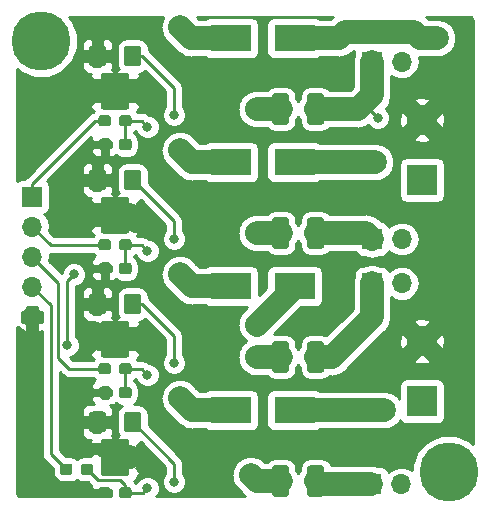
<source format=gbr>
G04 #@! TF.GenerationSoftware,KiCad,Pcbnew,(5.0.2)-1*
G04 #@! TF.CreationDate,2019-03-31T11:50:41+03:00*
G04 #@! TF.ProjectId,pwm_led_controller,70776d5f-6c65-4645-9f63-6f6e74726f6c,rev?*
G04 #@! TF.SameCoordinates,Original*
G04 #@! TF.FileFunction,Copper,L2,Bot*
G04 #@! TF.FilePolarity,Positive*
%FSLAX46Y46*%
G04 Gerber Fmt 4.6, Leading zero omitted, Abs format (unit mm)*
G04 Created by KiCad (PCBNEW (5.0.2)-1) date 31.03.2019 11:50:41*
%MOMM*%
%LPD*%
G01*
G04 APERTURE LIST*
G04 #@! TA.AperFunction,ComponentPad*
%ADD10C,2.600000*%
G04 #@! TD*
G04 #@! TA.AperFunction,ComponentPad*
%ADD11R,2.600000X2.600000*%
G04 #@! TD*
G04 #@! TA.AperFunction,Conductor*
%ADD12C,0.100000*%
G04 #@! TD*
G04 #@! TA.AperFunction,Conductor*
%ADD13C,2.410000*%
G04 #@! TD*
G04 #@! TA.AperFunction,ViaPad*
%ADD14C,0.500000*%
G04 #@! TD*
G04 #@! TA.AperFunction,ComponentPad*
%ADD15C,5.000000*%
G04 #@! TD*
G04 #@! TA.AperFunction,SMDPad,CuDef*
%ADD16C,1.425000*%
G04 #@! TD*
G04 #@! TA.AperFunction,SMDPad,CuDef*
%ADD17C,0.950000*%
G04 #@! TD*
G04 #@! TA.AperFunction,ComponentPad*
%ADD18O,1.700000X1.700000*%
G04 #@! TD*
G04 #@! TA.AperFunction,ComponentPad*
%ADD19R,1.700000X1.700000*%
G04 #@! TD*
G04 #@! TA.AperFunction,SMDPad,CuDef*
%ADD20R,3.500000X2.300000*%
G04 #@! TD*
G04 #@! TA.AperFunction,ViaPad*
%ADD21C,0.800000*%
G04 #@! TD*
G04 #@! TA.AperFunction,ViaPad*
%ADD22C,2.000000*%
G04 #@! TD*
G04 #@! TA.AperFunction,Conductor*
%ADD23C,2.000000*%
G04 #@! TD*
G04 #@! TA.AperFunction,Conductor*
%ADD24C,1.000000*%
G04 #@! TD*
G04 #@! TA.AperFunction,Conductor*
%ADD25C,0.250000*%
G04 #@! TD*
G04 APERTURE END LIST*
D10*
G04 #@! TO.P,J3,2*
G04 #@! TO.N,GND*
X134500000Y-79170000D03*
D11*
G04 #@! TO.P,J3,1*
G04 #@! TO.N,+28V*
X134500000Y-84250000D03*
G04 #@! TD*
D10*
G04 #@! TO.P,J2,2*
G04 #@! TO.N,GND*
X134500000Y-60420000D03*
D11*
G04 #@! TO.P,J2,1*
G04 #@! TO.N,+15V*
X134500000Y-65500000D03*
G04 #@! TD*
D12*
G04 #@! TO.N,GND*
G04 #@! TO.C,U3*
G36*
X109479506Y-77451204D02*
X109503774Y-77454804D01*
X109527573Y-77460765D01*
X109550672Y-77469030D01*
X109572850Y-77479519D01*
X109593893Y-77492132D01*
X109613599Y-77506747D01*
X109631777Y-77523223D01*
X109648253Y-77541401D01*
X109662868Y-77561107D01*
X109675481Y-77582150D01*
X109685970Y-77604328D01*
X109694235Y-77627427D01*
X109700196Y-77651226D01*
X109703796Y-77675494D01*
X109705000Y-77699998D01*
X109705000Y-80300002D01*
X109703796Y-80324506D01*
X109700196Y-80348774D01*
X109694235Y-80372573D01*
X109685970Y-80395672D01*
X109675481Y-80417850D01*
X109662868Y-80438893D01*
X109648253Y-80458599D01*
X109631777Y-80476777D01*
X109613599Y-80493253D01*
X109593893Y-80507868D01*
X109572850Y-80520481D01*
X109550672Y-80530970D01*
X109527573Y-80539235D01*
X109503774Y-80545196D01*
X109479506Y-80548796D01*
X109455002Y-80550000D01*
X107544998Y-80550000D01*
X107520494Y-80548796D01*
X107496226Y-80545196D01*
X107472427Y-80539235D01*
X107449328Y-80530970D01*
X107427150Y-80520481D01*
X107406107Y-80507868D01*
X107386401Y-80493253D01*
X107368223Y-80476777D01*
X107351747Y-80458599D01*
X107337132Y-80438893D01*
X107324519Y-80417850D01*
X107314030Y-80395672D01*
X107305765Y-80372573D01*
X107299804Y-80348774D01*
X107296204Y-80324506D01*
X107295000Y-80300002D01*
X107295000Y-77699998D01*
X107296204Y-77675494D01*
X107299804Y-77651226D01*
X107305765Y-77627427D01*
X107314030Y-77604328D01*
X107324519Y-77582150D01*
X107337132Y-77561107D01*
X107351747Y-77541401D01*
X107368223Y-77523223D01*
X107386401Y-77506747D01*
X107406107Y-77492132D01*
X107427150Y-77479519D01*
X107449328Y-77469030D01*
X107472427Y-77460765D01*
X107496226Y-77454804D01*
X107520494Y-77451204D01*
X107544998Y-77450000D01*
X109455002Y-77450000D01*
X109479506Y-77451204D01*
X109479506Y-77451204D01*
G37*
D13*
X108500000Y-79000000D03*
D14*
X109455000Y-80300000D03*
X107545000Y-80300000D03*
X109455000Y-79000000D03*
X107545000Y-79000000D03*
X109455000Y-77700000D03*
X107545000Y-77700000D03*
G04 #@! TD*
D12*
G04 #@! TO.N,GND*
G04 #@! TO.C,U1*
G36*
X109479506Y-56451204D02*
X109503774Y-56454804D01*
X109527573Y-56460765D01*
X109550672Y-56469030D01*
X109572850Y-56479519D01*
X109593893Y-56492132D01*
X109613599Y-56506747D01*
X109631777Y-56523223D01*
X109648253Y-56541401D01*
X109662868Y-56561107D01*
X109675481Y-56582150D01*
X109685970Y-56604328D01*
X109694235Y-56627427D01*
X109700196Y-56651226D01*
X109703796Y-56675494D01*
X109705000Y-56699998D01*
X109705000Y-59300002D01*
X109703796Y-59324506D01*
X109700196Y-59348774D01*
X109694235Y-59372573D01*
X109685970Y-59395672D01*
X109675481Y-59417850D01*
X109662868Y-59438893D01*
X109648253Y-59458599D01*
X109631777Y-59476777D01*
X109613599Y-59493253D01*
X109593893Y-59507868D01*
X109572850Y-59520481D01*
X109550672Y-59530970D01*
X109527573Y-59539235D01*
X109503774Y-59545196D01*
X109479506Y-59548796D01*
X109455002Y-59550000D01*
X107544998Y-59550000D01*
X107520494Y-59548796D01*
X107496226Y-59545196D01*
X107472427Y-59539235D01*
X107449328Y-59530970D01*
X107427150Y-59520481D01*
X107406107Y-59507868D01*
X107386401Y-59493253D01*
X107368223Y-59476777D01*
X107351747Y-59458599D01*
X107337132Y-59438893D01*
X107324519Y-59417850D01*
X107314030Y-59395672D01*
X107305765Y-59372573D01*
X107299804Y-59348774D01*
X107296204Y-59324506D01*
X107295000Y-59300002D01*
X107295000Y-56699998D01*
X107296204Y-56675494D01*
X107299804Y-56651226D01*
X107305765Y-56627427D01*
X107314030Y-56604328D01*
X107324519Y-56582150D01*
X107337132Y-56561107D01*
X107351747Y-56541401D01*
X107368223Y-56523223D01*
X107386401Y-56506747D01*
X107406107Y-56492132D01*
X107427150Y-56479519D01*
X107449328Y-56469030D01*
X107472427Y-56460765D01*
X107496226Y-56454804D01*
X107520494Y-56451204D01*
X107544998Y-56450000D01*
X109455002Y-56450000D01*
X109479506Y-56451204D01*
X109479506Y-56451204D01*
G37*
D13*
X108500000Y-58000000D03*
D14*
X109455000Y-59300000D03*
X107545000Y-59300000D03*
X109455000Y-58000000D03*
X107545000Y-58000000D03*
X109455000Y-56700000D03*
X107545000Y-56700000D03*
G04 #@! TD*
D12*
G04 #@! TO.N,GND*
G04 #@! TO.C,U2*
G36*
X109479506Y-66951204D02*
X109503774Y-66954804D01*
X109527573Y-66960765D01*
X109550672Y-66969030D01*
X109572850Y-66979519D01*
X109593893Y-66992132D01*
X109613599Y-67006747D01*
X109631777Y-67023223D01*
X109648253Y-67041401D01*
X109662868Y-67061107D01*
X109675481Y-67082150D01*
X109685970Y-67104328D01*
X109694235Y-67127427D01*
X109700196Y-67151226D01*
X109703796Y-67175494D01*
X109705000Y-67199998D01*
X109705000Y-69800002D01*
X109703796Y-69824506D01*
X109700196Y-69848774D01*
X109694235Y-69872573D01*
X109685970Y-69895672D01*
X109675481Y-69917850D01*
X109662868Y-69938893D01*
X109648253Y-69958599D01*
X109631777Y-69976777D01*
X109613599Y-69993253D01*
X109593893Y-70007868D01*
X109572850Y-70020481D01*
X109550672Y-70030970D01*
X109527573Y-70039235D01*
X109503774Y-70045196D01*
X109479506Y-70048796D01*
X109455002Y-70050000D01*
X107544998Y-70050000D01*
X107520494Y-70048796D01*
X107496226Y-70045196D01*
X107472427Y-70039235D01*
X107449328Y-70030970D01*
X107427150Y-70020481D01*
X107406107Y-70007868D01*
X107386401Y-69993253D01*
X107368223Y-69976777D01*
X107351747Y-69958599D01*
X107337132Y-69938893D01*
X107324519Y-69917850D01*
X107314030Y-69895672D01*
X107305765Y-69872573D01*
X107299804Y-69848774D01*
X107296204Y-69824506D01*
X107295000Y-69800002D01*
X107295000Y-67199998D01*
X107296204Y-67175494D01*
X107299804Y-67151226D01*
X107305765Y-67127427D01*
X107314030Y-67104328D01*
X107324519Y-67082150D01*
X107337132Y-67061107D01*
X107351747Y-67041401D01*
X107368223Y-67023223D01*
X107386401Y-67006747D01*
X107406107Y-66992132D01*
X107427150Y-66979519D01*
X107449328Y-66969030D01*
X107472427Y-66960765D01*
X107496226Y-66954804D01*
X107520494Y-66951204D01*
X107544998Y-66950000D01*
X109455002Y-66950000D01*
X109479506Y-66951204D01*
X109479506Y-66951204D01*
G37*
D13*
X108500000Y-68500000D03*
D14*
X109455000Y-69800000D03*
X107545000Y-69800000D03*
X109455000Y-68500000D03*
X107545000Y-68500000D03*
X109455000Y-67200000D03*
X107545000Y-67200000D03*
G04 #@! TD*
D12*
G04 #@! TO.N,GND*
G04 #@! TO.C,U4*
G36*
X109479506Y-87451204D02*
X109503774Y-87454804D01*
X109527573Y-87460765D01*
X109550672Y-87469030D01*
X109572850Y-87479519D01*
X109593893Y-87492132D01*
X109613599Y-87506747D01*
X109631777Y-87523223D01*
X109648253Y-87541401D01*
X109662868Y-87561107D01*
X109675481Y-87582150D01*
X109685970Y-87604328D01*
X109694235Y-87627427D01*
X109700196Y-87651226D01*
X109703796Y-87675494D01*
X109705000Y-87699998D01*
X109705000Y-90300002D01*
X109703796Y-90324506D01*
X109700196Y-90348774D01*
X109694235Y-90372573D01*
X109685970Y-90395672D01*
X109675481Y-90417850D01*
X109662868Y-90438893D01*
X109648253Y-90458599D01*
X109631777Y-90476777D01*
X109613599Y-90493253D01*
X109593893Y-90507868D01*
X109572850Y-90520481D01*
X109550672Y-90530970D01*
X109527573Y-90539235D01*
X109503774Y-90545196D01*
X109479506Y-90548796D01*
X109455002Y-90550000D01*
X107544998Y-90550000D01*
X107520494Y-90548796D01*
X107496226Y-90545196D01*
X107472427Y-90539235D01*
X107449328Y-90530970D01*
X107427150Y-90520481D01*
X107406107Y-90507868D01*
X107386401Y-90493253D01*
X107368223Y-90476777D01*
X107351747Y-90458599D01*
X107337132Y-90438893D01*
X107324519Y-90417850D01*
X107314030Y-90395672D01*
X107305765Y-90372573D01*
X107299804Y-90348774D01*
X107296204Y-90324506D01*
X107295000Y-90300002D01*
X107295000Y-87699998D01*
X107296204Y-87675494D01*
X107299804Y-87651226D01*
X107305765Y-87627427D01*
X107314030Y-87604328D01*
X107324519Y-87582150D01*
X107337132Y-87561107D01*
X107351747Y-87541401D01*
X107368223Y-87523223D01*
X107386401Y-87506747D01*
X107406107Y-87492132D01*
X107427150Y-87479519D01*
X107449328Y-87469030D01*
X107472427Y-87460765D01*
X107496226Y-87454804D01*
X107520494Y-87451204D01*
X107544998Y-87450000D01*
X109455002Y-87450000D01*
X109479506Y-87451204D01*
X109479506Y-87451204D01*
G37*
D13*
X108500000Y-89000000D03*
D14*
X109455000Y-90300000D03*
X107545000Y-90300000D03*
X109455000Y-89000000D03*
X107545000Y-89000000D03*
X109455000Y-87700000D03*
X107545000Y-87700000D03*
G04 #@! TD*
D15*
G04 #@! TO.P,REF\002A\002A,1*
G04 #@! TO.N,N/C*
X102250000Y-53750000D03*
G04 #@! TD*
D12*
G04 #@! TO.N,GND*
G04 #@! TO.C,C1*
G36*
X107499504Y-54126204D02*
X107523773Y-54129804D01*
X107547571Y-54135765D01*
X107570671Y-54144030D01*
X107592849Y-54154520D01*
X107613893Y-54167133D01*
X107633598Y-54181747D01*
X107651777Y-54198223D01*
X107668253Y-54216402D01*
X107682867Y-54236107D01*
X107695480Y-54257151D01*
X107705970Y-54279329D01*
X107714235Y-54302429D01*
X107720196Y-54326227D01*
X107723796Y-54350496D01*
X107725000Y-54375000D01*
X107725000Y-55625000D01*
X107723796Y-55649504D01*
X107720196Y-55673773D01*
X107714235Y-55697571D01*
X107705970Y-55720671D01*
X107695480Y-55742849D01*
X107682867Y-55763893D01*
X107668253Y-55783598D01*
X107651777Y-55801777D01*
X107633598Y-55818253D01*
X107613893Y-55832867D01*
X107592849Y-55845480D01*
X107570671Y-55855970D01*
X107547571Y-55864235D01*
X107523773Y-55870196D01*
X107499504Y-55873796D01*
X107475000Y-55875000D01*
X106550000Y-55875000D01*
X106525496Y-55873796D01*
X106501227Y-55870196D01*
X106477429Y-55864235D01*
X106454329Y-55855970D01*
X106432151Y-55845480D01*
X106411107Y-55832867D01*
X106391402Y-55818253D01*
X106373223Y-55801777D01*
X106356747Y-55783598D01*
X106342133Y-55763893D01*
X106329520Y-55742849D01*
X106319030Y-55720671D01*
X106310765Y-55697571D01*
X106304804Y-55673773D01*
X106301204Y-55649504D01*
X106300000Y-55625000D01*
X106300000Y-54375000D01*
X106301204Y-54350496D01*
X106304804Y-54326227D01*
X106310765Y-54302429D01*
X106319030Y-54279329D01*
X106329520Y-54257151D01*
X106342133Y-54236107D01*
X106356747Y-54216402D01*
X106373223Y-54198223D01*
X106391402Y-54181747D01*
X106411107Y-54167133D01*
X106432151Y-54154520D01*
X106454329Y-54144030D01*
X106477429Y-54135765D01*
X106501227Y-54129804D01*
X106525496Y-54126204D01*
X106550000Y-54125000D01*
X107475000Y-54125000D01*
X107499504Y-54126204D01*
X107499504Y-54126204D01*
G37*
D16*
G04 #@! TD*
G04 #@! TO.P,C1,2*
G04 #@! TO.N,GND*
X107012500Y-55000000D03*
D12*
G04 #@! TO.N,+15V*
G04 #@! TO.C,C1*
G36*
X110474504Y-54126204D02*
X110498773Y-54129804D01*
X110522571Y-54135765D01*
X110545671Y-54144030D01*
X110567849Y-54154520D01*
X110588893Y-54167133D01*
X110608598Y-54181747D01*
X110626777Y-54198223D01*
X110643253Y-54216402D01*
X110657867Y-54236107D01*
X110670480Y-54257151D01*
X110680970Y-54279329D01*
X110689235Y-54302429D01*
X110695196Y-54326227D01*
X110698796Y-54350496D01*
X110700000Y-54375000D01*
X110700000Y-55625000D01*
X110698796Y-55649504D01*
X110695196Y-55673773D01*
X110689235Y-55697571D01*
X110680970Y-55720671D01*
X110670480Y-55742849D01*
X110657867Y-55763893D01*
X110643253Y-55783598D01*
X110626777Y-55801777D01*
X110608598Y-55818253D01*
X110588893Y-55832867D01*
X110567849Y-55845480D01*
X110545671Y-55855970D01*
X110522571Y-55864235D01*
X110498773Y-55870196D01*
X110474504Y-55873796D01*
X110450000Y-55875000D01*
X109525000Y-55875000D01*
X109500496Y-55873796D01*
X109476227Y-55870196D01*
X109452429Y-55864235D01*
X109429329Y-55855970D01*
X109407151Y-55845480D01*
X109386107Y-55832867D01*
X109366402Y-55818253D01*
X109348223Y-55801777D01*
X109331747Y-55783598D01*
X109317133Y-55763893D01*
X109304520Y-55742849D01*
X109294030Y-55720671D01*
X109285765Y-55697571D01*
X109279804Y-55673773D01*
X109276204Y-55649504D01*
X109275000Y-55625000D01*
X109275000Y-54375000D01*
X109276204Y-54350496D01*
X109279804Y-54326227D01*
X109285765Y-54302429D01*
X109294030Y-54279329D01*
X109304520Y-54257151D01*
X109317133Y-54236107D01*
X109331747Y-54216402D01*
X109348223Y-54198223D01*
X109366402Y-54181747D01*
X109386107Y-54167133D01*
X109407151Y-54154520D01*
X109429329Y-54144030D01*
X109452429Y-54135765D01*
X109476227Y-54129804D01*
X109500496Y-54126204D01*
X109525000Y-54125000D01*
X110450000Y-54125000D01*
X110474504Y-54126204D01*
X110474504Y-54126204D01*
G37*
D16*
G04 #@! TD*
G04 #@! TO.P,C1,1*
G04 #@! TO.N,+15V*
X109987500Y-55000000D03*
D12*
G04 #@! TO.N,+15V*
G04 #@! TO.C,C2*
G36*
X110474504Y-64626204D02*
X110498773Y-64629804D01*
X110522571Y-64635765D01*
X110545671Y-64644030D01*
X110567849Y-64654520D01*
X110588893Y-64667133D01*
X110608598Y-64681747D01*
X110626777Y-64698223D01*
X110643253Y-64716402D01*
X110657867Y-64736107D01*
X110670480Y-64757151D01*
X110680970Y-64779329D01*
X110689235Y-64802429D01*
X110695196Y-64826227D01*
X110698796Y-64850496D01*
X110700000Y-64875000D01*
X110700000Y-66125000D01*
X110698796Y-66149504D01*
X110695196Y-66173773D01*
X110689235Y-66197571D01*
X110680970Y-66220671D01*
X110670480Y-66242849D01*
X110657867Y-66263893D01*
X110643253Y-66283598D01*
X110626777Y-66301777D01*
X110608598Y-66318253D01*
X110588893Y-66332867D01*
X110567849Y-66345480D01*
X110545671Y-66355970D01*
X110522571Y-66364235D01*
X110498773Y-66370196D01*
X110474504Y-66373796D01*
X110450000Y-66375000D01*
X109525000Y-66375000D01*
X109500496Y-66373796D01*
X109476227Y-66370196D01*
X109452429Y-66364235D01*
X109429329Y-66355970D01*
X109407151Y-66345480D01*
X109386107Y-66332867D01*
X109366402Y-66318253D01*
X109348223Y-66301777D01*
X109331747Y-66283598D01*
X109317133Y-66263893D01*
X109304520Y-66242849D01*
X109294030Y-66220671D01*
X109285765Y-66197571D01*
X109279804Y-66173773D01*
X109276204Y-66149504D01*
X109275000Y-66125000D01*
X109275000Y-64875000D01*
X109276204Y-64850496D01*
X109279804Y-64826227D01*
X109285765Y-64802429D01*
X109294030Y-64779329D01*
X109304520Y-64757151D01*
X109317133Y-64736107D01*
X109331747Y-64716402D01*
X109348223Y-64698223D01*
X109366402Y-64681747D01*
X109386107Y-64667133D01*
X109407151Y-64654520D01*
X109429329Y-64644030D01*
X109452429Y-64635765D01*
X109476227Y-64629804D01*
X109500496Y-64626204D01*
X109525000Y-64625000D01*
X110450000Y-64625000D01*
X110474504Y-64626204D01*
X110474504Y-64626204D01*
G37*
D16*
G04 #@! TD*
G04 #@! TO.P,C2,1*
G04 #@! TO.N,+15V*
X109987500Y-65500000D03*
D12*
G04 #@! TO.N,GND*
G04 #@! TO.C,C2*
G36*
X107499504Y-64626204D02*
X107523773Y-64629804D01*
X107547571Y-64635765D01*
X107570671Y-64644030D01*
X107592849Y-64654520D01*
X107613893Y-64667133D01*
X107633598Y-64681747D01*
X107651777Y-64698223D01*
X107668253Y-64716402D01*
X107682867Y-64736107D01*
X107695480Y-64757151D01*
X107705970Y-64779329D01*
X107714235Y-64802429D01*
X107720196Y-64826227D01*
X107723796Y-64850496D01*
X107725000Y-64875000D01*
X107725000Y-66125000D01*
X107723796Y-66149504D01*
X107720196Y-66173773D01*
X107714235Y-66197571D01*
X107705970Y-66220671D01*
X107695480Y-66242849D01*
X107682867Y-66263893D01*
X107668253Y-66283598D01*
X107651777Y-66301777D01*
X107633598Y-66318253D01*
X107613893Y-66332867D01*
X107592849Y-66345480D01*
X107570671Y-66355970D01*
X107547571Y-66364235D01*
X107523773Y-66370196D01*
X107499504Y-66373796D01*
X107475000Y-66375000D01*
X106550000Y-66375000D01*
X106525496Y-66373796D01*
X106501227Y-66370196D01*
X106477429Y-66364235D01*
X106454329Y-66355970D01*
X106432151Y-66345480D01*
X106411107Y-66332867D01*
X106391402Y-66318253D01*
X106373223Y-66301777D01*
X106356747Y-66283598D01*
X106342133Y-66263893D01*
X106329520Y-66242849D01*
X106319030Y-66220671D01*
X106310765Y-66197571D01*
X106304804Y-66173773D01*
X106301204Y-66149504D01*
X106300000Y-66125000D01*
X106300000Y-64875000D01*
X106301204Y-64850496D01*
X106304804Y-64826227D01*
X106310765Y-64802429D01*
X106319030Y-64779329D01*
X106329520Y-64757151D01*
X106342133Y-64736107D01*
X106356747Y-64716402D01*
X106373223Y-64698223D01*
X106391402Y-64681747D01*
X106411107Y-64667133D01*
X106432151Y-64654520D01*
X106454329Y-64644030D01*
X106477429Y-64635765D01*
X106501227Y-64629804D01*
X106525496Y-64626204D01*
X106550000Y-64625000D01*
X107475000Y-64625000D01*
X107499504Y-64626204D01*
X107499504Y-64626204D01*
G37*
D16*
G04 #@! TD*
G04 #@! TO.P,C2,2*
G04 #@! TO.N,GND*
X107012500Y-65500000D03*
D12*
G04 #@! TO.N,GND*
G04 #@! TO.C,C3*
G36*
X107499504Y-75126204D02*
X107523773Y-75129804D01*
X107547571Y-75135765D01*
X107570671Y-75144030D01*
X107592849Y-75154520D01*
X107613893Y-75167133D01*
X107633598Y-75181747D01*
X107651777Y-75198223D01*
X107668253Y-75216402D01*
X107682867Y-75236107D01*
X107695480Y-75257151D01*
X107705970Y-75279329D01*
X107714235Y-75302429D01*
X107720196Y-75326227D01*
X107723796Y-75350496D01*
X107725000Y-75375000D01*
X107725000Y-76625000D01*
X107723796Y-76649504D01*
X107720196Y-76673773D01*
X107714235Y-76697571D01*
X107705970Y-76720671D01*
X107695480Y-76742849D01*
X107682867Y-76763893D01*
X107668253Y-76783598D01*
X107651777Y-76801777D01*
X107633598Y-76818253D01*
X107613893Y-76832867D01*
X107592849Y-76845480D01*
X107570671Y-76855970D01*
X107547571Y-76864235D01*
X107523773Y-76870196D01*
X107499504Y-76873796D01*
X107475000Y-76875000D01*
X106550000Y-76875000D01*
X106525496Y-76873796D01*
X106501227Y-76870196D01*
X106477429Y-76864235D01*
X106454329Y-76855970D01*
X106432151Y-76845480D01*
X106411107Y-76832867D01*
X106391402Y-76818253D01*
X106373223Y-76801777D01*
X106356747Y-76783598D01*
X106342133Y-76763893D01*
X106329520Y-76742849D01*
X106319030Y-76720671D01*
X106310765Y-76697571D01*
X106304804Y-76673773D01*
X106301204Y-76649504D01*
X106300000Y-76625000D01*
X106300000Y-75375000D01*
X106301204Y-75350496D01*
X106304804Y-75326227D01*
X106310765Y-75302429D01*
X106319030Y-75279329D01*
X106329520Y-75257151D01*
X106342133Y-75236107D01*
X106356747Y-75216402D01*
X106373223Y-75198223D01*
X106391402Y-75181747D01*
X106411107Y-75167133D01*
X106432151Y-75154520D01*
X106454329Y-75144030D01*
X106477429Y-75135765D01*
X106501227Y-75129804D01*
X106525496Y-75126204D01*
X106550000Y-75125000D01*
X107475000Y-75125000D01*
X107499504Y-75126204D01*
X107499504Y-75126204D01*
G37*
D16*
G04 #@! TD*
G04 #@! TO.P,C3,2*
G04 #@! TO.N,GND*
X107012500Y-76000000D03*
D12*
G04 #@! TO.N,+28V*
G04 #@! TO.C,C3*
G36*
X110474504Y-75126204D02*
X110498773Y-75129804D01*
X110522571Y-75135765D01*
X110545671Y-75144030D01*
X110567849Y-75154520D01*
X110588893Y-75167133D01*
X110608598Y-75181747D01*
X110626777Y-75198223D01*
X110643253Y-75216402D01*
X110657867Y-75236107D01*
X110670480Y-75257151D01*
X110680970Y-75279329D01*
X110689235Y-75302429D01*
X110695196Y-75326227D01*
X110698796Y-75350496D01*
X110700000Y-75375000D01*
X110700000Y-76625000D01*
X110698796Y-76649504D01*
X110695196Y-76673773D01*
X110689235Y-76697571D01*
X110680970Y-76720671D01*
X110670480Y-76742849D01*
X110657867Y-76763893D01*
X110643253Y-76783598D01*
X110626777Y-76801777D01*
X110608598Y-76818253D01*
X110588893Y-76832867D01*
X110567849Y-76845480D01*
X110545671Y-76855970D01*
X110522571Y-76864235D01*
X110498773Y-76870196D01*
X110474504Y-76873796D01*
X110450000Y-76875000D01*
X109525000Y-76875000D01*
X109500496Y-76873796D01*
X109476227Y-76870196D01*
X109452429Y-76864235D01*
X109429329Y-76855970D01*
X109407151Y-76845480D01*
X109386107Y-76832867D01*
X109366402Y-76818253D01*
X109348223Y-76801777D01*
X109331747Y-76783598D01*
X109317133Y-76763893D01*
X109304520Y-76742849D01*
X109294030Y-76720671D01*
X109285765Y-76697571D01*
X109279804Y-76673773D01*
X109276204Y-76649504D01*
X109275000Y-76625000D01*
X109275000Y-75375000D01*
X109276204Y-75350496D01*
X109279804Y-75326227D01*
X109285765Y-75302429D01*
X109294030Y-75279329D01*
X109304520Y-75257151D01*
X109317133Y-75236107D01*
X109331747Y-75216402D01*
X109348223Y-75198223D01*
X109366402Y-75181747D01*
X109386107Y-75167133D01*
X109407151Y-75154520D01*
X109429329Y-75144030D01*
X109452429Y-75135765D01*
X109476227Y-75129804D01*
X109500496Y-75126204D01*
X109525000Y-75125000D01*
X110450000Y-75125000D01*
X110474504Y-75126204D01*
X110474504Y-75126204D01*
G37*
D16*
G04 #@! TD*
G04 #@! TO.P,C3,1*
G04 #@! TO.N,+28V*
X109987500Y-76000000D03*
D12*
G04 #@! TO.N,+28V*
G04 #@! TO.C,C4*
G36*
X110474504Y-85126204D02*
X110498773Y-85129804D01*
X110522571Y-85135765D01*
X110545671Y-85144030D01*
X110567849Y-85154520D01*
X110588893Y-85167133D01*
X110608598Y-85181747D01*
X110626777Y-85198223D01*
X110643253Y-85216402D01*
X110657867Y-85236107D01*
X110670480Y-85257151D01*
X110680970Y-85279329D01*
X110689235Y-85302429D01*
X110695196Y-85326227D01*
X110698796Y-85350496D01*
X110700000Y-85375000D01*
X110700000Y-86625000D01*
X110698796Y-86649504D01*
X110695196Y-86673773D01*
X110689235Y-86697571D01*
X110680970Y-86720671D01*
X110670480Y-86742849D01*
X110657867Y-86763893D01*
X110643253Y-86783598D01*
X110626777Y-86801777D01*
X110608598Y-86818253D01*
X110588893Y-86832867D01*
X110567849Y-86845480D01*
X110545671Y-86855970D01*
X110522571Y-86864235D01*
X110498773Y-86870196D01*
X110474504Y-86873796D01*
X110450000Y-86875000D01*
X109525000Y-86875000D01*
X109500496Y-86873796D01*
X109476227Y-86870196D01*
X109452429Y-86864235D01*
X109429329Y-86855970D01*
X109407151Y-86845480D01*
X109386107Y-86832867D01*
X109366402Y-86818253D01*
X109348223Y-86801777D01*
X109331747Y-86783598D01*
X109317133Y-86763893D01*
X109304520Y-86742849D01*
X109294030Y-86720671D01*
X109285765Y-86697571D01*
X109279804Y-86673773D01*
X109276204Y-86649504D01*
X109275000Y-86625000D01*
X109275000Y-85375000D01*
X109276204Y-85350496D01*
X109279804Y-85326227D01*
X109285765Y-85302429D01*
X109294030Y-85279329D01*
X109304520Y-85257151D01*
X109317133Y-85236107D01*
X109331747Y-85216402D01*
X109348223Y-85198223D01*
X109366402Y-85181747D01*
X109386107Y-85167133D01*
X109407151Y-85154520D01*
X109429329Y-85144030D01*
X109452429Y-85135765D01*
X109476227Y-85129804D01*
X109500496Y-85126204D01*
X109525000Y-85125000D01*
X110450000Y-85125000D01*
X110474504Y-85126204D01*
X110474504Y-85126204D01*
G37*
D16*
G04 #@! TD*
G04 #@! TO.P,C4,1*
G04 #@! TO.N,+28V*
X109987500Y-86000000D03*
D12*
G04 #@! TO.N,GND*
G04 #@! TO.C,C4*
G36*
X107499504Y-85126204D02*
X107523773Y-85129804D01*
X107547571Y-85135765D01*
X107570671Y-85144030D01*
X107592849Y-85154520D01*
X107613893Y-85167133D01*
X107633598Y-85181747D01*
X107651777Y-85198223D01*
X107668253Y-85216402D01*
X107682867Y-85236107D01*
X107695480Y-85257151D01*
X107705970Y-85279329D01*
X107714235Y-85302429D01*
X107720196Y-85326227D01*
X107723796Y-85350496D01*
X107725000Y-85375000D01*
X107725000Y-86625000D01*
X107723796Y-86649504D01*
X107720196Y-86673773D01*
X107714235Y-86697571D01*
X107705970Y-86720671D01*
X107695480Y-86742849D01*
X107682867Y-86763893D01*
X107668253Y-86783598D01*
X107651777Y-86801777D01*
X107633598Y-86818253D01*
X107613893Y-86832867D01*
X107592849Y-86845480D01*
X107570671Y-86855970D01*
X107547571Y-86864235D01*
X107523773Y-86870196D01*
X107499504Y-86873796D01*
X107475000Y-86875000D01*
X106550000Y-86875000D01*
X106525496Y-86873796D01*
X106501227Y-86870196D01*
X106477429Y-86864235D01*
X106454329Y-86855970D01*
X106432151Y-86845480D01*
X106411107Y-86832867D01*
X106391402Y-86818253D01*
X106373223Y-86801777D01*
X106356747Y-86783598D01*
X106342133Y-86763893D01*
X106329520Y-86742849D01*
X106319030Y-86720671D01*
X106310765Y-86697571D01*
X106304804Y-86673773D01*
X106301204Y-86649504D01*
X106300000Y-86625000D01*
X106300000Y-85375000D01*
X106301204Y-85350496D01*
X106304804Y-85326227D01*
X106310765Y-85302429D01*
X106319030Y-85279329D01*
X106329520Y-85257151D01*
X106342133Y-85236107D01*
X106356747Y-85216402D01*
X106373223Y-85198223D01*
X106391402Y-85181747D01*
X106411107Y-85167133D01*
X106432151Y-85154520D01*
X106454329Y-85144030D01*
X106477429Y-85135765D01*
X106501227Y-85129804D01*
X106525496Y-85126204D01*
X106550000Y-85125000D01*
X107475000Y-85125000D01*
X107499504Y-85126204D01*
X107499504Y-85126204D01*
G37*
D16*
G04 #@! TD*
G04 #@! TO.P,C4,2*
G04 #@! TO.N,GND*
X107012500Y-86000000D03*
D12*
G04 #@! TO.N,GND*
G04 #@! TO.C,C5*
G36*
X107935779Y-62026144D02*
X107958834Y-62029563D01*
X107981443Y-62035227D01*
X108003387Y-62043079D01*
X108024457Y-62053044D01*
X108044448Y-62065026D01*
X108063168Y-62078910D01*
X108080438Y-62094562D01*
X108096090Y-62111832D01*
X108109974Y-62130552D01*
X108121956Y-62150543D01*
X108131921Y-62171613D01*
X108139773Y-62193557D01*
X108145437Y-62216166D01*
X108148856Y-62239221D01*
X108150000Y-62262500D01*
X108150000Y-62737500D01*
X108148856Y-62760779D01*
X108145437Y-62783834D01*
X108139773Y-62806443D01*
X108131921Y-62828387D01*
X108121956Y-62849457D01*
X108109974Y-62869448D01*
X108096090Y-62888168D01*
X108080438Y-62905438D01*
X108063168Y-62921090D01*
X108044448Y-62934974D01*
X108024457Y-62946956D01*
X108003387Y-62956921D01*
X107981443Y-62964773D01*
X107958834Y-62970437D01*
X107935779Y-62973856D01*
X107912500Y-62975000D01*
X107337500Y-62975000D01*
X107314221Y-62973856D01*
X107291166Y-62970437D01*
X107268557Y-62964773D01*
X107246613Y-62956921D01*
X107225543Y-62946956D01*
X107205552Y-62934974D01*
X107186832Y-62921090D01*
X107169562Y-62905438D01*
X107153910Y-62888168D01*
X107140026Y-62869448D01*
X107128044Y-62849457D01*
X107118079Y-62828387D01*
X107110227Y-62806443D01*
X107104563Y-62783834D01*
X107101144Y-62760779D01*
X107100000Y-62737500D01*
X107100000Y-62262500D01*
X107101144Y-62239221D01*
X107104563Y-62216166D01*
X107110227Y-62193557D01*
X107118079Y-62171613D01*
X107128044Y-62150543D01*
X107140026Y-62130552D01*
X107153910Y-62111832D01*
X107169562Y-62094562D01*
X107186832Y-62078910D01*
X107205552Y-62065026D01*
X107225543Y-62053044D01*
X107246613Y-62043079D01*
X107268557Y-62035227D01*
X107291166Y-62029563D01*
X107314221Y-62026144D01*
X107337500Y-62025000D01*
X107912500Y-62025000D01*
X107935779Y-62026144D01*
X107935779Y-62026144D01*
G37*
D17*
G04 #@! TD*
G04 #@! TO.P,C5,2*
G04 #@! TO.N,GND*
X107625000Y-62500000D03*
D12*
G04 #@! TO.N,Net-(C5-Pad1)*
G04 #@! TO.C,C5*
G36*
X109685779Y-62026144D02*
X109708834Y-62029563D01*
X109731443Y-62035227D01*
X109753387Y-62043079D01*
X109774457Y-62053044D01*
X109794448Y-62065026D01*
X109813168Y-62078910D01*
X109830438Y-62094562D01*
X109846090Y-62111832D01*
X109859974Y-62130552D01*
X109871956Y-62150543D01*
X109881921Y-62171613D01*
X109889773Y-62193557D01*
X109895437Y-62216166D01*
X109898856Y-62239221D01*
X109900000Y-62262500D01*
X109900000Y-62737500D01*
X109898856Y-62760779D01*
X109895437Y-62783834D01*
X109889773Y-62806443D01*
X109881921Y-62828387D01*
X109871956Y-62849457D01*
X109859974Y-62869448D01*
X109846090Y-62888168D01*
X109830438Y-62905438D01*
X109813168Y-62921090D01*
X109794448Y-62934974D01*
X109774457Y-62946956D01*
X109753387Y-62956921D01*
X109731443Y-62964773D01*
X109708834Y-62970437D01*
X109685779Y-62973856D01*
X109662500Y-62975000D01*
X109087500Y-62975000D01*
X109064221Y-62973856D01*
X109041166Y-62970437D01*
X109018557Y-62964773D01*
X108996613Y-62956921D01*
X108975543Y-62946956D01*
X108955552Y-62934974D01*
X108936832Y-62921090D01*
X108919562Y-62905438D01*
X108903910Y-62888168D01*
X108890026Y-62869448D01*
X108878044Y-62849457D01*
X108868079Y-62828387D01*
X108860227Y-62806443D01*
X108854563Y-62783834D01*
X108851144Y-62760779D01*
X108850000Y-62737500D01*
X108850000Y-62262500D01*
X108851144Y-62239221D01*
X108854563Y-62216166D01*
X108860227Y-62193557D01*
X108868079Y-62171613D01*
X108878044Y-62150543D01*
X108890026Y-62130552D01*
X108903910Y-62111832D01*
X108919562Y-62094562D01*
X108936832Y-62078910D01*
X108955552Y-62065026D01*
X108975543Y-62053044D01*
X108996613Y-62043079D01*
X109018557Y-62035227D01*
X109041166Y-62029563D01*
X109064221Y-62026144D01*
X109087500Y-62025000D01*
X109662500Y-62025000D01*
X109685779Y-62026144D01*
X109685779Y-62026144D01*
G37*
D17*
G04 #@! TD*
G04 #@! TO.P,C5,1*
G04 #@! TO.N,Net-(C5-Pad1)*
X109375000Y-62500000D03*
D12*
G04 #@! TO.N,Net-(C6-Pad1)*
G04 #@! TO.C,C6*
G36*
X109685779Y-72526144D02*
X109708834Y-72529563D01*
X109731443Y-72535227D01*
X109753387Y-72543079D01*
X109774457Y-72553044D01*
X109794448Y-72565026D01*
X109813168Y-72578910D01*
X109830438Y-72594562D01*
X109846090Y-72611832D01*
X109859974Y-72630552D01*
X109871956Y-72650543D01*
X109881921Y-72671613D01*
X109889773Y-72693557D01*
X109895437Y-72716166D01*
X109898856Y-72739221D01*
X109900000Y-72762500D01*
X109900000Y-73237500D01*
X109898856Y-73260779D01*
X109895437Y-73283834D01*
X109889773Y-73306443D01*
X109881921Y-73328387D01*
X109871956Y-73349457D01*
X109859974Y-73369448D01*
X109846090Y-73388168D01*
X109830438Y-73405438D01*
X109813168Y-73421090D01*
X109794448Y-73434974D01*
X109774457Y-73446956D01*
X109753387Y-73456921D01*
X109731443Y-73464773D01*
X109708834Y-73470437D01*
X109685779Y-73473856D01*
X109662500Y-73475000D01*
X109087500Y-73475000D01*
X109064221Y-73473856D01*
X109041166Y-73470437D01*
X109018557Y-73464773D01*
X108996613Y-73456921D01*
X108975543Y-73446956D01*
X108955552Y-73434974D01*
X108936832Y-73421090D01*
X108919562Y-73405438D01*
X108903910Y-73388168D01*
X108890026Y-73369448D01*
X108878044Y-73349457D01*
X108868079Y-73328387D01*
X108860227Y-73306443D01*
X108854563Y-73283834D01*
X108851144Y-73260779D01*
X108850000Y-73237500D01*
X108850000Y-72762500D01*
X108851144Y-72739221D01*
X108854563Y-72716166D01*
X108860227Y-72693557D01*
X108868079Y-72671613D01*
X108878044Y-72650543D01*
X108890026Y-72630552D01*
X108903910Y-72611832D01*
X108919562Y-72594562D01*
X108936832Y-72578910D01*
X108955552Y-72565026D01*
X108975543Y-72553044D01*
X108996613Y-72543079D01*
X109018557Y-72535227D01*
X109041166Y-72529563D01*
X109064221Y-72526144D01*
X109087500Y-72525000D01*
X109662500Y-72525000D01*
X109685779Y-72526144D01*
X109685779Y-72526144D01*
G37*
D17*
G04 #@! TD*
G04 #@! TO.P,C6,1*
G04 #@! TO.N,Net-(C6-Pad1)*
X109375000Y-73000000D03*
D12*
G04 #@! TO.N,GND*
G04 #@! TO.C,C6*
G36*
X107935779Y-72526144D02*
X107958834Y-72529563D01*
X107981443Y-72535227D01*
X108003387Y-72543079D01*
X108024457Y-72553044D01*
X108044448Y-72565026D01*
X108063168Y-72578910D01*
X108080438Y-72594562D01*
X108096090Y-72611832D01*
X108109974Y-72630552D01*
X108121956Y-72650543D01*
X108131921Y-72671613D01*
X108139773Y-72693557D01*
X108145437Y-72716166D01*
X108148856Y-72739221D01*
X108150000Y-72762500D01*
X108150000Y-73237500D01*
X108148856Y-73260779D01*
X108145437Y-73283834D01*
X108139773Y-73306443D01*
X108131921Y-73328387D01*
X108121956Y-73349457D01*
X108109974Y-73369448D01*
X108096090Y-73388168D01*
X108080438Y-73405438D01*
X108063168Y-73421090D01*
X108044448Y-73434974D01*
X108024457Y-73446956D01*
X108003387Y-73456921D01*
X107981443Y-73464773D01*
X107958834Y-73470437D01*
X107935779Y-73473856D01*
X107912500Y-73475000D01*
X107337500Y-73475000D01*
X107314221Y-73473856D01*
X107291166Y-73470437D01*
X107268557Y-73464773D01*
X107246613Y-73456921D01*
X107225543Y-73446956D01*
X107205552Y-73434974D01*
X107186832Y-73421090D01*
X107169562Y-73405438D01*
X107153910Y-73388168D01*
X107140026Y-73369448D01*
X107128044Y-73349457D01*
X107118079Y-73328387D01*
X107110227Y-73306443D01*
X107104563Y-73283834D01*
X107101144Y-73260779D01*
X107100000Y-73237500D01*
X107100000Y-72762500D01*
X107101144Y-72739221D01*
X107104563Y-72716166D01*
X107110227Y-72693557D01*
X107118079Y-72671613D01*
X107128044Y-72650543D01*
X107140026Y-72630552D01*
X107153910Y-72611832D01*
X107169562Y-72594562D01*
X107186832Y-72578910D01*
X107205552Y-72565026D01*
X107225543Y-72553044D01*
X107246613Y-72543079D01*
X107268557Y-72535227D01*
X107291166Y-72529563D01*
X107314221Y-72526144D01*
X107337500Y-72525000D01*
X107912500Y-72525000D01*
X107935779Y-72526144D01*
X107935779Y-72526144D01*
G37*
D17*
G04 #@! TD*
G04 #@! TO.P,C6,2*
G04 #@! TO.N,GND*
X107625000Y-73000000D03*
D12*
G04 #@! TO.N,GND*
G04 #@! TO.C,C7*
G36*
X107935779Y-83026144D02*
X107958834Y-83029563D01*
X107981443Y-83035227D01*
X108003387Y-83043079D01*
X108024457Y-83053044D01*
X108044448Y-83065026D01*
X108063168Y-83078910D01*
X108080438Y-83094562D01*
X108096090Y-83111832D01*
X108109974Y-83130552D01*
X108121956Y-83150543D01*
X108131921Y-83171613D01*
X108139773Y-83193557D01*
X108145437Y-83216166D01*
X108148856Y-83239221D01*
X108150000Y-83262500D01*
X108150000Y-83737500D01*
X108148856Y-83760779D01*
X108145437Y-83783834D01*
X108139773Y-83806443D01*
X108131921Y-83828387D01*
X108121956Y-83849457D01*
X108109974Y-83869448D01*
X108096090Y-83888168D01*
X108080438Y-83905438D01*
X108063168Y-83921090D01*
X108044448Y-83934974D01*
X108024457Y-83946956D01*
X108003387Y-83956921D01*
X107981443Y-83964773D01*
X107958834Y-83970437D01*
X107935779Y-83973856D01*
X107912500Y-83975000D01*
X107337500Y-83975000D01*
X107314221Y-83973856D01*
X107291166Y-83970437D01*
X107268557Y-83964773D01*
X107246613Y-83956921D01*
X107225543Y-83946956D01*
X107205552Y-83934974D01*
X107186832Y-83921090D01*
X107169562Y-83905438D01*
X107153910Y-83888168D01*
X107140026Y-83869448D01*
X107128044Y-83849457D01*
X107118079Y-83828387D01*
X107110227Y-83806443D01*
X107104563Y-83783834D01*
X107101144Y-83760779D01*
X107100000Y-83737500D01*
X107100000Y-83262500D01*
X107101144Y-83239221D01*
X107104563Y-83216166D01*
X107110227Y-83193557D01*
X107118079Y-83171613D01*
X107128044Y-83150543D01*
X107140026Y-83130552D01*
X107153910Y-83111832D01*
X107169562Y-83094562D01*
X107186832Y-83078910D01*
X107205552Y-83065026D01*
X107225543Y-83053044D01*
X107246613Y-83043079D01*
X107268557Y-83035227D01*
X107291166Y-83029563D01*
X107314221Y-83026144D01*
X107337500Y-83025000D01*
X107912500Y-83025000D01*
X107935779Y-83026144D01*
X107935779Y-83026144D01*
G37*
D17*
G04 #@! TD*
G04 #@! TO.P,C7,2*
G04 #@! TO.N,GND*
X107625000Y-83500000D03*
D12*
G04 #@! TO.N,Net-(C7-Pad1)*
G04 #@! TO.C,C7*
G36*
X109685779Y-83026144D02*
X109708834Y-83029563D01*
X109731443Y-83035227D01*
X109753387Y-83043079D01*
X109774457Y-83053044D01*
X109794448Y-83065026D01*
X109813168Y-83078910D01*
X109830438Y-83094562D01*
X109846090Y-83111832D01*
X109859974Y-83130552D01*
X109871956Y-83150543D01*
X109881921Y-83171613D01*
X109889773Y-83193557D01*
X109895437Y-83216166D01*
X109898856Y-83239221D01*
X109900000Y-83262500D01*
X109900000Y-83737500D01*
X109898856Y-83760779D01*
X109895437Y-83783834D01*
X109889773Y-83806443D01*
X109881921Y-83828387D01*
X109871956Y-83849457D01*
X109859974Y-83869448D01*
X109846090Y-83888168D01*
X109830438Y-83905438D01*
X109813168Y-83921090D01*
X109794448Y-83934974D01*
X109774457Y-83946956D01*
X109753387Y-83956921D01*
X109731443Y-83964773D01*
X109708834Y-83970437D01*
X109685779Y-83973856D01*
X109662500Y-83975000D01*
X109087500Y-83975000D01*
X109064221Y-83973856D01*
X109041166Y-83970437D01*
X109018557Y-83964773D01*
X108996613Y-83956921D01*
X108975543Y-83946956D01*
X108955552Y-83934974D01*
X108936832Y-83921090D01*
X108919562Y-83905438D01*
X108903910Y-83888168D01*
X108890026Y-83869448D01*
X108878044Y-83849457D01*
X108868079Y-83828387D01*
X108860227Y-83806443D01*
X108854563Y-83783834D01*
X108851144Y-83760779D01*
X108850000Y-83737500D01*
X108850000Y-83262500D01*
X108851144Y-83239221D01*
X108854563Y-83216166D01*
X108860227Y-83193557D01*
X108868079Y-83171613D01*
X108878044Y-83150543D01*
X108890026Y-83130552D01*
X108903910Y-83111832D01*
X108919562Y-83094562D01*
X108936832Y-83078910D01*
X108955552Y-83065026D01*
X108975543Y-83053044D01*
X108996613Y-83043079D01*
X109018557Y-83035227D01*
X109041166Y-83029563D01*
X109064221Y-83026144D01*
X109087500Y-83025000D01*
X109662500Y-83025000D01*
X109685779Y-83026144D01*
X109685779Y-83026144D01*
G37*
D17*
G04 #@! TD*
G04 #@! TO.P,C7,1*
G04 #@! TO.N,Net-(C7-Pad1)*
X109375000Y-83500000D03*
D12*
G04 #@! TO.N,Net-(C8-Pad1)*
G04 #@! TO.C,C8*
G36*
X109685779Y-91526144D02*
X109708834Y-91529563D01*
X109731443Y-91535227D01*
X109753387Y-91543079D01*
X109774457Y-91553044D01*
X109794448Y-91565026D01*
X109813168Y-91578910D01*
X109830438Y-91594562D01*
X109846090Y-91611832D01*
X109859974Y-91630552D01*
X109871956Y-91650543D01*
X109881921Y-91671613D01*
X109889773Y-91693557D01*
X109895437Y-91716166D01*
X109898856Y-91739221D01*
X109900000Y-91762500D01*
X109900000Y-92237500D01*
X109898856Y-92260779D01*
X109895437Y-92283834D01*
X109889773Y-92306443D01*
X109881921Y-92328387D01*
X109871956Y-92349457D01*
X109859974Y-92369448D01*
X109846090Y-92388168D01*
X109830438Y-92405438D01*
X109813168Y-92421090D01*
X109794448Y-92434974D01*
X109774457Y-92446956D01*
X109753387Y-92456921D01*
X109731443Y-92464773D01*
X109708834Y-92470437D01*
X109685779Y-92473856D01*
X109662500Y-92475000D01*
X109087500Y-92475000D01*
X109064221Y-92473856D01*
X109041166Y-92470437D01*
X109018557Y-92464773D01*
X108996613Y-92456921D01*
X108975543Y-92446956D01*
X108955552Y-92434974D01*
X108936832Y-92421090D01*
X108919562Y-92405438D01*
X108903910Y-92388168D01*
X108890026Y-92369448D01*
X108878044Y-92349457D01*
X108868079Y-92328387D01*
X108860227Y-92306443D01*
X108854563Y-92283834D01*
X108851144Y-92260779D01*
X108850000Y-92237500D01*
X108850000Y-91762500D01*
X108851144Y-91739221D01*
X108854563Y-91716166D01*
X108860227Y-91693557D01*
X108868079Y-91671613D01*
X108878044Y-91650543D01*
X108890026Y-91630552D01*
X108903910Y-91611832D01*
X108919562Y-91594562D01*
X108936832Y-91578910D01*
X108955552Y-91565026D01*
X108975543Y-91553044D01*
X108996613Y-91543079D01*
X109018557Y-91535227D01*
X109041166Y-91529563D01*
X109064221Y-91526144D01*
X109087500Y-91525000D01*
X109662500Y-91525000D01*
X109685779Y-91526144D01*
X109685779Y-91526144D01*
G37*
D17*
G04 #@! TD*
G04 #@! TO.P,C8,1*
G04 #@! TO.N,Net-(C8-Pad1)*
X109375000Y-92000000D03*
D12*
G04 #@! TO.N,GND*
G04 #@! TO.C,C8*
G36*
X107935779Y-91526144D02*
X107958834Y-91529563D01*
X107981443Y-91535227D01*
X108003387Y-91543079D01*
X108024457Y-91553044D01*
X108044448Y-91565026D01*
X108063168Y-91578910D01*
X108080438Y-91594562D01*
X108096090Y-91611832D01*
X108109974Y-91630552D01*
X108121956Y-91650543D01*
X108131921Y-91671613D01*
X108139773Y-91693557D01*
X108145437Y-91716166D01*
X108148856Y-91739221D01*
X108150000Y-91762500D01*
X108150000Y-92237500D01*
X108148856Y-92260779D01*
X108145437Y-92283834D01*
X108139773Y-92306443D01*
X108131921Y-92328387D01*
X108121956Y-92349457D01*
X108109974Y-92369448D01*
X108096090Y-92388168D01*
X108080438Y-92405438D01*
X108063168Y-92421090D01*
X108044448Y-92434974D01*
X108024457Y-92446956D01*
X108003387Y-92456921D01*
X107981443Y-92464773D01*
X107958834Y-92470437D01*
X107935779Y-92473856D01*
X107912500Y-92475000D01*
X107337500Y-92475000D01*
X107314221Y-92473856D01*
X107291166Y-92470437D01*
X107268557Y-92464773D01*
X107246613Y-92456921D01*
X107225543Y-92446956D01*
X107205552Y-92434974D01*
X107186832Y-92421090D01*
X107169562Y-92405438D01*
X107153910Y-92388168D01*
X107140026Y-92369448D01*
X107128044Y-92349457D01*
X107118079Y-92328387D01*
X107110227Y-92306443D01*
X107104563Y-92283834D01*
X107101144Y-92260779D01*
X107100000Y-92237500D01*
X107100000Y-91762500D01*
X107101144Y-91739221D01*
X107104563Y-91716166D01*
X107110227Y-91693557D01*
X107118079Y-91671613D01*
X107128044Y-91650543D01*
X107140026Y-91630552D01*
X107153910Y-91611832D01*
X107169562Y-91594562D01*
X107186832Y-91578910D01*
X107205552Y-91565026D01*
X107225543Y-91553044D01*
X107246613Y-91543079D01*
X107268557Y-91535227D01*
X107291166Y-91529563D01*
X107314221Y-91526144D01*
X107337500Y-91525000D01*
X107912500Y-91525000D01*
X107935779Y-91526144D01*
X107935779Y-91526144D01*
G37*
D17*
G04 #@! TD*
G04 #@! TO.P,C8,2*
G04 #@! TO.N,GND*
X107625000Y-92000000D03*
D18*
G04 #@! TO.P,J4,2*
G04 #@! TO.N,/Led_0-*
X132790000Y-55500000D03*
D19*
G04 #@! TO.P,J4,1*
G04 #@! TO.N,/Set_0*
X130250000Y-55500000D03*
G04 #@! TD*
G04 #@! TO.P,J5,1*
G04 #@! TO.N,/Set_1*
X130250000Y-70500000D03*
D18*
G04 #@! TO.P,J5,2*
G04 #@! TO.N,/Led_1-*
X132790000Y-70500000D03*
G04 #@! TD*
D19*
G04 #@! TO.P,J6,1*
G04 #@! TO.N,/Set_2*
X130250000Y-74250000D03*
D18*
G04 #@! TO.P,J6,2*
G04 #@! TO.N,/Led_2-*
X132790000Y-74250000D03*
G04 #@! TD*
G04 #@! TO.P,J7,2*
G04 #@! TO.N,/Led_3-*
X132750000Y-91250000D03*
D19*
G04 #@! TO.P,J7,1*
G04 #@! TO.N,/Set_3*
X130210000Y-91250000D03*
G04 #@! TD*
D12*
G04 #@! TO.N,Net-(C5-Pad1)*
G04 #@! TO.C,R1*
G36*
X109685779Y-60026144D02*
X109708834Y-60029563D01*
X109731443Y-60035227D01*
X109753387Y-60043079D01*
X109774457Y-60053044D01*
X109794448Y-60065026D01*
X109813168Y-60078910D01*
X109830438Y-60094562D01*
X109846090Y-60111832D01*
X109859974Y-60130552D01*
X109871956Y-60150543D01*
X109881921Y-60171613D01*
X109889773Y-60193557D01*
X109895437Y-60216166D01*
X109898856Y-60239221D01*
X109900000Y-60262500D01*
X109900000Y-60737500D01*
X109898856Y-60760779D01*
X109895437Y-60783834D01*
X109889773Y-60806443D01*
X109881921Y-60828387D01*
X109871956Y-60849457D01*
X109859974Y-60869448D01*
X109846090Y-60888168D01*
X109830438Y-60905438D01*
X109813168Y-60921090D01*
X109794448Y-60934974D01*
X109774457Y-60946956D01*
X109753387Y-60956921D01*
X109731443Y-60964773D01*
X109708834Y-60970437D01*
X109685779Y-60973856D01*
X109662500Y-60975000D01*
X109087500Y-60975000D01*
X109064221Y-60973856D01*
X109041166Y-60970437D01*
X109018557Y-60964773D01*
X108996613Y-60956921D01*
X108975543Y-60946956D01*
X108955552Y-60934974D01*
X108936832Y-60921090D01*
X108919562Y-60905438D01*
X108903910Y-60888168D01*
X108890026Y-60869448D01*
X108878044Y-60849457D01*
X108868079Y-60828387D01*
X108860227Y-60806443D01*
X108854563Y-60783834D01*
X108851144Y-60760779D01*
X108850000Y-60737500D01*
X108850000Y-60262500D01*
X108851144Y-60239221D01*
X108854563Y-60216166D01*
X108860227Y-60193557D01*
X108868079Y-60171613D01*
X108878044Y-60150543D01*
X108890026Y-60130552D01*
X108903910Y-60111832D01*
X108919562Y-60094562D01*
X108936832Y-60078910D01*
X108955552Y-60065026D01*
X108975543Y-60053044D01*
X108996613Y-60043079D01*
X109018557Y-60035227D01*
X109041166Y-60029563D01*
X109064221Y-60026144D01*
X109087500Y-60025000D01*
X109662500Y-60025000D01*
X109685779Y-60026144D01*
X109685779Y-60026144D01*
G37*
D17*
G04 #@! TD*
G04 #@! TO.P,R1,2*
G04 #@! TO.N,Net-(C5-Pad1)*
X109375000Y-60500000D03*
D12*
G04 #@! TO.N,/PWM_1*
G04 #@! TO.C,R1*
G36*
X107935779Y-60026144D02*
X107958834Y-60029563D01*
X107981443Y-60035227D01*
X108003387Y-60043079D01*
X108024457Y-60053044D01*
X108044448Y-60065026D01*
X108063168Y-60078910D01*
X108080438Y-60094562D01*
X108096090Y-60111832D01*
X108109974Y-60130552D01*
X108121956Y-60150543D01*
X108131921Y-60171613D01*
X108139773Y-60193557D01*
X108145437Y-60216166D01*
X108148856Y-60239221D01*
X108150000Y-60262500D01*
X108150000Y-60737500D01*
X108148856Y-60760779D01*
X108145437Y-60783834D01*
X108139773Y-60806443D01*
X108131921Y-60828387D01*
X108121956Y-60849457D01*
X108109974Y-60869448D01*
X108096090Y-60888168D01*
X108080438Y-60905438D01*
X108063168Y-60921090D01*
X108044448Y-60934974D01*
X108024457Y-60946956D01*
X108003387Y-60956921D01*
X107981443Y-60964773D01*
X107958834Y-60970437D01*
X107935779Y-60973856D01*
X107912500Y-60975000D01*
X107337500Y-60975000D01*
X107314221Y-60973856D01*
X107291166Y-60970437D01*
X107268557Y-60964773D01*
X107246613Y-60956921D01*
X107225543Y-60946956D01*
X107205552Y-60934974D01*
X107186832Y-60921090D01*
X107169562Y-60905438D01*
X107153910Y-60888168D01*
X107140026Y-60869448D01*
X107128044Y-60849457D01*
X107118079Y-60828387D01*
X107110227Y-60806443D01*
X107104563Y-60783834D01*
X107101144Y-60760779D01*
X107100000Y-60737500D01*
X107100000Y-60262500D01*
X107101144Y-60239221D01*
X107104563Y-60216166D01*
X107110227Y-60193557D01*
X107118079Y-60171613D01*
X107128044Y-60150543D01*
X107140026Y-60130552D01*
X107153910Y-60111832D01*
X107169562Y-60094562D01*
X107186832Y-60078910D01*
X107205552Y-60065026D01*
X107225543Y-60053044D01*
X107246613Y-60043079D01*
X107268557Y-60035227D01*
X107291166Y-60029563D01*
X107314221Y-60026144D01*
X107337500Y-60025000D01*
X107912500Y-60025000D01*
X107935779Y-60026144D01*
X107935779Y-60026144D01*
G37*
D17*
G04 #@! TD*
G04 #@! TO.P,R1,1*
G04 #@! TO.N,/PWM_1*
X107625000Y-60500000D03*
D12*
G04 #@! TO.N,/PWM_2*
G04 #@! TO.C,R2*
G36*
X107935779Y-70526144D02*
X107958834Y-70529563D01*
X107981443Y-70535227D01*
X108003387Y-70543079D01*
X108024457Y-70553044D01*
X108044448Y-70565026D01*
X108063168Y-70578910D01*
X108080438Y-70594562D01*
X108096090Y-70611832D01*
X108109974Y-70630552D01*
X108121956Y-70650543D01*
X108131921Y-70671613D01*
X108139773Y-70693557D01*
X108145437Y-70716166D01*
X108148856Y-70739221D01*
X108150000Y-70762500D01*
X108150000Y-71237500D01*
X108148856Y-71260779D01*
X108145437Y-71283834D01*
X108139773Y-71306443D01*
X108131921Y-71328387D01*
X108121956Y-71349457D01*
X108109974Y-71369448D01*
X108096090Y-71388168D01*
X108080438Y-71405438D01*
X108063168Y-71421090D01*
X108044448Y-71434974D01*
X108024457Y-71446956D01*
X108003387Y-71456921D01*
X107981443Y-71464773D01*
X107958834Y-71470437D01*
X107935779Y-71473856D01*
X107912500Y-71475000D01*
X107337500Y-71475000D01*
X107314221Y-71473856D01*
X107291166Y-71470437D01*
X107268557Y-71464773D01*
X107246613Y-71456921D01*
X107225543Y-71446956D01*
X107205552Y-71434974D01*
X107186832Y-71421090D01*
X107169562Y-71405438D01*
X107153910Y-71388168D01*
X107140026Y-71369448D01*
X107128044Y-71349457D01*
X107118079Y-71328387D01*
X107110227Y-71306443D01*
X107104563Y-71283834D01*
X107101144Y-71260779D01*
X107100000Y-71237500D01*
X107100000Y-70762500D01*
X107101144Y-70739221D01*
X107104563Y-70716166D01*
X107110227Y-70693557D01*
X107118079Y-70671613D01*
X107128044Y-70650543D01*
X107140026Y-70630552D01*
X107153910Y-70611832D01*
X107169562Y-70594562D01*
X107186832Y-70578910D01*
X107205552Y-70565026D01*
X107225543Y-70553044D01*
X107246613Y-70543079D01*
X107268557Y-70535227D01*
X107291166Y-70529563D01*
X107314221Y-70526144D01*
X107337500Y-70525000D01*
X107912500Y-70525000D01*
X107935779Y-70526144D01*
X107935779Y-70526144D01*
G37*
D17*
G04 #@! TD*
G04 #@! TO.P,R2,1*
G04 #@! TO.N,/PWM_2*
X107625000Y-71000000D03*
D12*
G04 #@! TO.N,Net-(C6-Pad1)*
G04 #@! TO.C,R2*
G36*
X109685779Y-70526144D02*
X109708834Y-70529563D01*
X109731443Y-70535227D01*
X109753387Y-70543079D01*
X109774457Y-70553044D01*
X109794448Y-70565026D01*
X109813168Y-70578910D01*
X109830438Y-70594562D01*
X109846090Y-70611832D01*
X109859974Y-70630552D01*
X109871956Y-70650543D01*
X109881921Y-70671613D01*
X109889773Y-70693557D01*
X109895437Y-70716166D01*
X109898856Y-70739221D01*
X109900000Y-70762500D01*
X109900000Y-71237500D01*
X109898856Y-71260779D01*
X109895437Y-71283834D01*
X109889773Y-71306443D01*
X109881921Y-71328387D01*
X109871956Y-71349457D01*
X109859974Y-71369448D01*
X109846090Y-71388168D01*
X109830438Y-71405438D01*
X109813168Y-71421090D01*
X109794448Y-71434974D01*
X109774457Y-71446956D01*
X109753387Y-71456921D01*
X109731443Y-71464773D01*
X109708834Y-71470437D01*
X109685779Y-71473856D01*
X109662500Y-71475000D01*
X109087500Y-71475000D01*
X109064221Y-71473856D01*
X109041166Y-71470437D01*
X109018557Y-71464773D01*
X108996613Y-71456921D01*
X108975543Y-71446956D01*
X108955552Y-71434974D01*
X108936832Y-71421090D01*
X108919562Y-71405438D01*
X108903910Y-71388168D01*
X108890026Y-71369448D01*
X108878044Y-71349457D01*
X108868079Y-71328387D01*
X108860227Y-71306443D01*
X108854563Y-71283834D01*
X108851144Y-71260779D01*
X108850000Y-71237500D01*
X108850000Y-70762500D01*
X108851144Y-70739221D01*
X108854563Y-70716166D01*
X108860227Y-70693557D01*
X108868079Y-70671613D01*
X108878044Y-70650543D01*
X108890026Y-70630552D01*
X108903910Y-70611832D01*
X108919562Y-70594562D01*
X108936832Y-70578910D01*
X108955552Y-70565026D01*
X108975543Y-70553044D01*
X108996613Y-70543079D01*
X109018557Y-70535227D01*
X109041166Y-70529563D01*
X109064221Y-70526144D01*
X109087500Y-70525000D01*
X109662500Y-70525000D01*
X109685779Y-70526144D01*
X109685779Y-70526144D01*
G37*
D17*
G04 #@! TD*
G04 #@! TO.P,R2,2*
G04 #@! TO.N,Net-(C6-Pad1)*
X109375000Y-71000000D03*
D12*
G04 #@! TO.N,Net-(C7-Pad1)*
G04 #@! TO.C,R3*
G36*
X109685779Y-81026144D02*
X109708834Y-81029563D01*
X109731443Y-81035227D01*
X109753387Y-81043079D01*
X109774457Y-81053044D01*
X109794448Y-81065026D01*
X109813168Y-81078910D01*
X109830438Y-81094562D01*
X109846090Y-81111832D01*
X109859974Y-81130552D01*
X109871956Y-81150543D01*
X109881921Y-81171613D01*
X109889773Y-81193557D01*
X109895437Y-81216166D01*
X109898856Y-81239221D01*
X109900000Y-81262500D01*
X109900000Y-81737500D01*
X109898856Y-81760779D01*
X109895437Y-81783834D01*
X109889773Y-81806443D01*
X109881921Y-81828387D01*
X109871956Y-81849457D01*
X109859974Y-81869448D01*
X109846090Y-81888168D01*
X109830438Y-81905438D01*
X109813168Y-81921090D01*
X109794448Y-81934974D01*
X109774457Y-81946956D01*
X109753387Y-81956921D01*
X109731443Y-81964773D01*
X109708834Y-81970437D01*
X109685779Y-81973856D01*
X109662500Y-81975000D01*
X109087500Y-81975000D01*
X109064221Y-81973856D01*
X109041166Y-81970437D01*
X109018557Y-81964773D01*
X108996613Y-81956921D01*
X108975543Y-81946956D01*
X108955552Y-81934974D01*
X108936832Y-81921090D01*
X108919562Y-81905438D01*
X108903910Y-81888168D01*
X108890026Y-81869448D01*
X108878044Y-81849457D01*
X108868079Y-81828387D01*
X108860227Y-81806443D01*
X108854563Y-81783834D01*
X108851144Y-81760779D01*
X108850000Y-81737500D01*
X108850000Y-81262500D01*
X108851144Y-81239221D01*
X108854563Y-81216166D01*
X108860227Y-81193557D01*
X108868079Y-81171613D01*
X108878044Y-81150543D01*
X108890026Y-81130552D01*
X108903910Y-81111832D01*
X108919562Y-81094562D01*
X108936832Y-81078910D01*
X108955552Y-81065026D01*
X108975543Y-81053044D01*
X108996613Y-81043079D01*
X109018557Y-81035227D01*
X109041166Y-81029563D01*
X109064221Y-81026144D01*
X109087500Y-81025000D01*
X109662500Y-81025000D01*
X109685779Y-81026144D01*
X109685779Y-81026144D01*
G37*
D17*
G04 #@! TD*
G04 #@! TO.P,R3,2*
G04 #@! TO.N,Net-(C7-Pad1)*
X109375000Y-81500000D03*
D12*
G04 #@! TO.N,/PWM_3*
G04 #@! TO.C,R3*
G36*
X107935779Y-81026144D02*
X107958834Y-81029563D01*
X107981443Y-81035227D01*
X108003387Y-81043079D01*
X108024457Y-81053044D01*
X108044448Y-81065026D01*
X108063168Y-81078910D01*
X108080438Y-81094562D01*
X108096090Y-81111832D01*
X108109974Y-81130552D01*
X108121956Y-81150543D01*
X108131921Y-81171613D01*
X108139773Y-81193557D01*
X108145437Y-81216166D01*
X108148856Y-81239221D01*
X108150000Y-81262500D01*
X108150000Y-81737500D01*
X108148856Y-81760779D01*
X108145437Y-81783834D01*
X108139773Y-81806443D01*
X108131921Y-81828387D01*
X108121956Y-81849457D01*
X108109974Y-81869448D01*
X108096090Y-81888168D01*
X108080438Y-81905438D01*
X108063168Y-81921090D01*
X108044448Y-81934974D01*
X108024457Y-81946956D01*
X108003387Y-81956921D01*
X107981443Y-81964773D01*
X107958834Y-81970437D01*
X107935779Y-81973856D01*
X107912500Y-81975000D01*
X107337500Y-81975000D01*
X107314221Y-81973856D01*
X107291166Y-81970437D01*
X107268557Y-81964773D01*
X107246613Y-81956921D01*
X107225543Y-81946956D01*
X107205552Y-81934974D01*
X107186832Y-81921090D01*
X107169562Y-81905438D01*
X107153910Y-81888168D01*
X107140026Y-81869448D01*
X107128044Y-81849457D01*
X107118079Y-81828387D01*
X107110227Y-81806443D01*
X107104563Y-81783834D01*
X107101144Y-81760779D01*
X107100000Y-81737500D01*
X107100000Y-81262500D01*
X107101144Y-81239221D01*
X107104563Y-81216166D01*
X107110227Y-81193557D01*
X107118079Y-81171613D01*
X107128044Y-81150543D01*
X107140026Y-81130552D01*
X107153910Y-81111832D01*
X107169562Y-81094562D01*
X107186832Y-81078910D01*
X107205552Y-81065026D01*
X107225543Y-81053044D01*
X107246613Y-81043079D01*
X107268557Y-81035227D01*
X107291166Y-81029563D01*
X107314221Y-81026144D01*
X107337500Y-81025000D01*
X107912500Y-81025000D01*
X107935779Y-81026144D01*
X107935779Y-81026144D01*
G37*
D17*
G04 #@! TD*
G04 #@! TO.P,R3,1*
G04 #@! TO.N,/PWM_3*
X107625000Y-81500000D03*
D12*
G04 #@! TO.N,/PWM_4*
G04 #@! TO.C,R4*
G36*
X104685779Y-89526144D02*
X104708834Y-89529563D01*
X104731443Y-89535227D01*
X104753387Y-89543079D01*
X104774457Y-89553044D01*
X104794448Y-89565026D01*
X104813168Y-89578910D01*
X104830438Y-89594562D01*
X104846090Y-89611832D01*
X104859974Y-89630552D01*
X104871956Y-89650543D01*
X104881921Y-89671613D01*
X104889773Y-89693557D01*
X104895437Y-89716166D01*
X104898856Y-89739221D01*
X104900000Y-89762500D01*
X104900000Y-90237500D01*
X104898856Y-90260779D01*
X104895437Y-90283834D01*
X104889773Y-90306443D01*
X104881921Y-90328387D01*
X104871956Y-90349457D01*
X104859974Y-90369448D01*
X104846090Y-90388168D01*
X104830438Y-90405438D01*
X104813168Y-90421090D01*
X104794448Y-90434974D01*
X104774457Y-90446956D01*
X104753387Y-90456921D01*
X104731443Y-90464773D01*
X104708834Y-90470437D01*
X104685779Y-90473856D01*
X104662500Y-90475000D01*
X104087500Y-90475000D01*
X104064221Y-90473856D01*
X104041166Y-90470437D01*
X104018557Y-90464773D01*
X103996613Y-90456921D01*
X103975543Y-90446956D01*
X103955552Y-90434974D01*
X103936832Y-90421090D01*
X103919562Y-90405438D01*
X103903910Y-90388168D01*
X103890026Y-90369448D01*
X103878044Y-90349457D01*
X103868079Y-90328387D01*
X103860227Y-90306443D01*
X103854563Y-90283834D01*
X103851144Y-90260779D01*
X103850000Y-90237500D01*
X103850000Y-89762500D01*
X103851144Y-89739221D01*
X103854563Y-89716166D01*
X103860227Y-89693557D01*
X103868079Y-89671613D01*
X103878044Y-89650543D01*
X103890026Y-89630552D01*
X103903910Y-89611832D01*
X103919562Y-89594562D01*
X103936832Y-89578910D01*
X103955552Y-89565026D01*
X103975543Y-89553044D01*
X103996613Y-89543079D01*
X104018557Y-89535227D01*
X104041166Y-89529563D01*
X104064221Y-89526144D01*
X104087500Y-89525000D01*
X104662500Y-89525000D01*
X104685779Y-89526144D01*
X104685779Y-89526144D01*
G37*
D17*
G04 #@! TD*
G04 #@! TO.P,R4,1*
G04 #@! TO.N,/PWM_4*
X104375000Y-90000000D03*
D12*
G04 #@! TO.N,Net-(C8-Pad1)*
G04 #@! TO.C,R4*
G36*
X106435779Y-89526144D02*
X106458834Y-89529563D01*
X106481443Y-89535227D01*
X106503387Y-89543079D01*
X106524457Y-89553044D01*
X106544448Y-89565026D01*
X106563168Y-89578910D01*
X106580438Y-89594562D01*
X106596090Y-89611832D01*
X106609974Y-89630552D01*
X106621956Y-89650543D01*
X106631921Y-89671613D01*
X106639773Y-89693557D01*
X106645437Y-89716166D01*
X106648856Y-89739221D01*
X106650000Y-89762500D01*
X106650000Y-90237500D01*
X106648856Y-90260779D01*
X106645437Y-90283834D01*
X106639773Y-90306443D01*
X106631921Y-90328387D01*
X106621956Y-90349457D01*
X106609974Y-90369448D01*
X106596090Y-90388168D01*
X106580438Y-90405438D01*
X106563168Y-90421090D01*
X106544448Y-90434974D01*
X106524457Y-90446956D01*
X106503387Y-90456921D01*
X106481443Y-90464773D01*
X106458834Y-90470437D01*
X106435779Y-90473856D01*
X106412500Y-90475000D01*
X105837500Y-90475000D01*
X105814221Y-90473856D01*
X105791166Y-90470437D01*
X105768557Y-90464773D01*
X105746613Y-90456921D01*
X105725543Y-90446956D01*
X105705552Y-90434974D01*
X105686832Y-90421090D01*
X105669562Y-90405438D01*
X105653910Y-90388168D01*
X105640026Y-90369448D01*
X105628044Y-90349457D01*
X105618079Y-90328387D01*
X105610227Y-90306443D01*
X105604563Y-90283834D01*
X105601144Y-90260779D01*
X105600000Y-90237500D01*
X105600000Y-89762500D01*
X105601144Y-89739221D01*
X105604563Y-89716166D01*
X105610227Y-89693557D01*
X105618079Y-89671613D01*
X105628044Y-89650543D01*
X105640026Y-89630552D01*
X105653910Y-89611832D01*
X105669562Y-89594562D01*
X105686832Y-89578910D01*
X105705552Y-89565026D01*
X105725543Y-89553044D01*
X105746613Y-89543079D01*
X105768557Y-89535227D01*
X105791166Y-89529563D01*
X105814221Y-89526144D01*
X105837500Y-89525000D01*
X106412500Y-89525000D01*
X106435779Y-89526144D01*
X106435779Y-89526144D01*
G37*
D17*
G04 #@! TD*
G04 #@! TO.P,R4,2*
G04 #@! TO.N,Net-(C8-Pad1)*
X106125000Y-90000000D03*
D12*
G04 #@! TO.N,+15V*
G04 #@! TO.C,R5*
G36*
X122999504Y-58176204D02*
X123023773Y-58179804D01*
X123047571Y-58185765D01*
X123070671Y-58194030D01*
X123092849Y-58204520D01*
X123113893Y-58217133D01*
X123133598Y-58231747D01*
X123151777Y-58248223D01*
X123168253Y-58266402D01*
X123182867Y-58286107D01*
X123195480Y-58307151D01*
X123205970Y-58329329D01*
X123214235Y-58352429D01*
X123220196Y-58376227D01*
X123223796Y-58400496D01*
X123225000Y-58425000D01*
X123225000Y-60575000D01*
X123223796Y-60599504D01*
X123220196Y-60623773D01*
X123214235Y-60647571D01*
X123205970Y-60670671D01*
X123195480Y-60692849D01*
X123182867Y-60713893D01*
X123168253Y-60733598D01*
X123151777Y-60751777D01*
X123133598Y-60768253D01*
X123113893Y-60782867D01*
X123092849Y-60795480D01*
X123070671Y-60805970D01*
X123047571Y-60814235D01*
X123023773Y-60820196D01*
X122999504Y-60823796D01*
X122975000Y-60825000D01*
X122050000Y-60825000D01*
X122025496Y-60823796D01*
X122001227Y-60820196D01*
X121977429Y-60814235D01*
X121954329Y-60805970D01*
X121932151Y-60795480D01*
X121911107Y-60782867D01*
X121891402Y-60768253D01*
X121873223Y-60751777D01*
X121856747Y-60733598D01*
X121842133Y-60713893D01*
X121829520Y-60692849D01*
X121819030Y-60670671D01*
X121810765Y-60647571D01*
X121804804Y-60623773D01*
X121801204Y-60599504D01*
X121800000Y-60575000D01*
X121800000Y-58425000D01*
X121801204Y-58400496D01*
X121804804Y-58376227D01*
X121810765Y-58352429D01*
X121819030Y-58329329D01*
X121829520Y-58307151D01*
X121842133Y-58286107D01*
X121856747Y-58266402D01*
X121873223Y-58248223D01*
X121891402Y-58231747D01*
X121911107Y-58217133D01*
X121932151Y-58204520D01*
X121954329Y-58194030D01*
X121977429Y-58185765D01*
X122001227Y-58179804D01*
X122025496Y-58176204D01*
X122050000Y-58175000D01*
X122975000Y-58175000D01*
X122999504Y-58176204D01*
X122999504Y-58176204D01*
G37*
D16*
G04 #@! TD*
G04 #@! TO.P,R5,2*
G04 #@! TO.N,+15V*
X122512500Y-59500000D03*
D12*
G04 #@! TO.N,/Set_0*
G04 #@! TO.C,R5*
G36*
X125974504Y-58176204D02*
X125998773Y-58179804D01*
X126022571Y-58185765D01*
X126045671Y-58194030D01*
X126067849Y-58204520D01*
X126088893Y-58217133D01*
X126108598Y-58231747D01*
X126126777Y-58248223D01*
X126143253Y-58266402D01*
X126157867Y-58286107D01*
X126170480Y-58307151D01*
X126180970Y-58329329D01*
X126189235Y-58352429D01*
X126195196Y-58376227D01*
X126198796Y-58400496D01*
X126200000Y-58425000D01*
X126200000Y-60575000D01*
X126198796Y-60599504D01*
X126195196Y-60623773D01*
X126189235Y-60647571D01*
X126180970Y-60670671D01*
X126170480Y-60692849D01*
X126157867Y-60713893D01*
X126143253Y-60733598D01*
X126126777Y-60751777D01*
X126108598Y-60768253D01*
X126088893Y-60782867D01*
X126067849Y-60795480D01*
X126045671Y-60805970D01*
X126022571Y-60814235D01*
X125998773Y-60820196D01*
X125974504Y-60823796D01*
X125950000Y-60825000D01*
X125025000Y-60825000D01*
X125000496Y-60823796D01*
X124976227Y-60820196D01*
X124952429Y-60814235D01*
X124929329Y-60805970D01*
X124907151Y-60795480D01*
X124886107Y-60782867D01*
X124866402Y-60768253D01*
X124848223Y-60751777D01*
X124831747Y-60733598D01*
X124817133Y-60713893D01*
X124804520Y-60692849D01*
X124794030Y-60670671D01*
X124785765Y-60647571D01*
X124779804Y-60623773D01*
X124776204Y-60599504D01*
X124775000Y-60575000D01*
X124775000Y-58425000D01*
X124776204Y-58400496D01*
X124779804Y-58376227D01*
X124785765Y-58352429D01*
X124794030Y-58329329D01*
X124804520Y-58307151D01*
X124817133Y-58286107D01*
X124831747Y-58266402D01*
X124848223Y-58248223D01*
X124866402Y-58231747D01*
X124886107Y-58217133D01*
X124907151Y-58204520D01*
X124929329Y-58194030D01*
X124952429Y-58185765D01*
X124976227Y-58179804D01*
X125000496Y-58176204D01*
X125025000Y-58175000D01*
X125950000Y-58175000D01*
X125974504Y-58176204D01*
X125974504Y-58176204D01*
G37*
D16*
G04 #@! TD*
G04 #@! TO.P,R5,1*
G04 #@! TO.N,/Set_0*
X125487500Y-59500000D03*
D12*
G04 #@! TO.N,+15V*
G04 #@! TO.C,R6*
G36*
X122999504Y-68676204D02*
X123023773Y-68679804D01*
X123047571Y-68685765D01*
X123070671Y-68694030D01*
X123092849Y-68704520D01*
X123113893Y-68717133D01*
X123133598Y-68731747D01*
X123151777Y-68748223D01*
X123168253Y-68766402D01*
X123182867Y-68786107D01*
X123195480Y-68807151D01*
X123205970Y-68829329D01*
X123214235Y-68852429D01*
X123220196Y-68876227D01*
X123223796Y-68900496D01*
X123225000Y-68925000D01*
X123225000Y-71075000D01*
X123223796Y-71099504D01*
X123220196Y-71123773D01*
X123214235Y-71147571D01*
X123205970Y-71170671D01*
X123195480Y-71192849D01*
X123182867Y-71213893D01*
X123168253Y-71233598D01*
X123151777Y-71251777D01*
X123133598Y-71268253D01*
X123113893Y-71282867D01*
X123092849Y-71295480D01*
X123070671Y-71305970D01*
X123047571Y-71314235D01*
X123023773Y-71320196D01*
X122999504Y-71323796D01*
X122975000Y-71325000D01*
X122050000Y-71325000D01*
X122025496Y-71323796D01*
X122001227Y-71320196D01*
X121977429Y-71314235D01*
X121954329Y-71305970D01*
X121932151Y-71295480D01*
X121911107Y-71282867D01*
X121891402Y-71268253D01*
X121873223Y-71251777D01*
X121856747Y-71233598D01*
X121842133Y-71213893D01*
X121829520Y-71192849D01*
X121819030Y-71170671D01*
X121810765Y-71147571D01*
X121804804Y-71123773D01*
X121801204Y-71099504D01*
X121800000Y-71075000D01*
X121800000Y-68925000D01*
X121801204Y-68900496D01*
X121804804Y-68876227D01*
X121810765Y-68852429D01*
X121819030Y-68829329D01*
X121829520Y-68807151D01*
X121842133Y-68786107D01*
X121856747Y-68766402D01*
X121873223Y-68748223D01*
X121891402Y-68731747D01*
X121911107Y-68717133D01*
X121932151Y-68704520D01*
X121954329Y-68694030D01*
X121977429Y-68685765D01*
X122001227Y-68679804D01*
X122025496Y-68676204D01*
X122050000Y-68675000D01*
X122975000Y-68675000D01*
X122999504Y-68676204D01*
X122999504Y-68676204D01*
G37*
D16*
G04 #@! TD*
G04 #@! TO.P,R6,2*
G04 #@! TO.N,+15V*
X122512500Y-70000000D03*
D12*
G04 #@! TO.N,/Set_1*
G04 #@! TO.C,R6*
G36*
X125974504Y-68676204D02*
X125998773Y-68679804D01*
X126022571Y-68685765D01*
X126045671Y-68694030D01*
X126067849Y-68704520D01*
X126088893Y-68717133D01*
X126108598Y-68731747D01*
X126126777Y-68748223D01*
X126143253Y-68766402D01*
X126157867Y-68786107D01*
X126170480Y-68807151D01*
X126180970Y-68829329D01*
X126189235Y-68852429D01*
X126195196Y-68876227D01*
X126198796Y-68900496D01*
X126200000Y-68925000D01*
X126200000Y-71075000D01*
X126198796Y-71099504D01*
X126195196Y-71123773D01*
X126189235Y-71147571D01*
X126180970Y-71170671D01*
X126170480Y-71192849D01*
X126157867Y-71213893D01*
X126143253Y-71233598D01*
X126126777Y-71251777D01*
X126108598Y-71268253D01*
X126088893Y-71282867D01*
X126067849Y-71295480D01*
X126045671Y-71305970D01*
X126022571Y-71314235D01*
X125998773Y-71320196D01*
X125974504Y-71323796D01*
X125950000Y-71325000D01*
X125025000Y-71325000D01*
X125000496Y-71323796D01*
X124976227Y-71320196D01*
X124952429Y-71314235D01*
X124929329Y-71305970D01*
X124907151Y-71295480D01*
X124886107Y-71282867D01*
X124866402Y-71268253D01*
X124848223Y-71251777D01*
X124831747Y-71233598D01*
X124817133Y-71213893D01*
X124804520Y-71192849D01*
X124794030Y-71170671D01*
X124785765Y-71147571D01*
X124779804Y-71123773D01*
X124776204Y-71099504D01*
X124775000Y-71075000D01*
X124775000Y-68925000D01*
X124776204Y-68900496D01*
X124779804Y-68876227D01*
X124785765Y-68852429D01*
X124794030Y-68829329D01*
X124804520Y-68807151D01*
X124817133Y-68786107D01*
X124831747Y-68766402D01*
X124848223Y-68748223D01*
X124866402Y-68731747D01*
X124886107Y-68717133D01*
X124907151Y-68704520D01*
X124929329Y-68694030D01*
X124952429Y-68685765D01*
X124976227Y-68679804D01*
X125000496Y-68676204D01*
X125025000Y-68675000D01*
X125950000Y-68675000D01*
X125974504Y-68676204D01*
X125974504Y-68676204D01*
G37*
D16*
G04 #@! TD*
G04 #@! TO.P,R6,1*
G04 #@! TO.N,/Set_1*
X125487500Y-70000000D03*
D12*
G04 #@! TO.N,/Set_2*
G04 #@! TO.C,R7*
G36*
X125974504Y-79176204D02*
X125998773Y-79179804D01*
X126022571Y-79185765D01*
X126045671Y-79194030D01*
X126067849Y-79204520D01*
X126088893Y-79217133D01*
X126108598Y-79231747D01*
X126126777Y-79248223D01*
X126143253Y-79266402D01*
X126157867Y-79286107D01*
X126170480Y-79307151D01*
X126180970Y-79329329D01*
X126189235Y-79352429D01*
X126195196Y-79376227D01*
X126198796Y-79400496D01*
X126200000Y-79425000D01*
X126200000Y-81575000D01*
X126198796Y-81599504D01*
X126195196Y-81623773D01*
X126189235Y-81647571D01*
X126180970Y-81670671D01*
X126170480Y-81692849D01*
X126157867Y-81713893D01*
X126143253Y-81733598D01*
X126126777Y-81751777D01*
X126108598Y-81768253D01*
X126088893Y-81782867D01*
X126067849Y-81795480D01*
X126045671Y-81805970D01*
X126022571Y-81814235D01*
X125998773Y-81820196D01*
X125974504Y-81823796D01*
X125950000Y-81825000D01*
X125025000Y-81825000D01*
X125000496Y-81823796D01*
X124976227Y-81820196D01*
X124952429Y-81814235D01*
X124929329Y-81805970D01*
X124907151Y-81795480D01*
X124886107Y-81782867D01*
X124866402Y-81768253D01*
X124848223Y-81751777D01*
X124831747Y-81733598D01*
X124817133Y-81713893D01*
X124804520Y-81692849D01*
X124794030Y-81670671D01*
X124785765Y-81647571D01*
X124779804Y-81623773D01*
X124776204Y-81599504D01*
X124775000Y-81575000D01*
X124775000Y-79425000D01*
X124776204Y-79400496D01*
X124779804Y-79376227D01*
X124785765Y-79352429D01*
X124794030Y-79329329D01*
X124804520Y-79307151D01*
X124817133Y-79286107D01*
X124831747Y-79266402D01*
X124848223Y-79248223D01*
X124866402Y-79231747D01*
X124886107Y-79217133D01*
X124907151Y-79204520D01*
X124929329Y-79194030D01*
X124952429Y-79185765D01*
X124976227Y-79179804D01*
X125000496Y-79176204D01*
X125025000Y-79175000D01*
X125950000Y-79175000D01*
X125974504Y-79176204D01*
X125974504Y-79176204D01*
G37*
D16*
G04 #@! TD*
G04 #@! TO.P,R7,1*
G04 #@! TO.N,/Set_2*
X125487500Y-80500000D03*
D12*
G04 #@! TO.N,+28V*
G04 #@! TO.C,R7*
G36*
X122999504Y-79176204D02*
X123023773Y-79179804D01*
X123047571Y-79185765D01*
X123070671Y-79194030D01*
X123092849Y-79204520D01*
X123113893Y-79217133D01*
X123133598Y-79231747D01*
X123151777Y-79248223D01*
X123168253Y-79266402D01*
X123182867Y-79286107D01*
X123195480Y-79307151D01*
X123205970Y-79329329D01*
X123214235Y-79352429D01*
X123220196Y-79376227D01*
X123223796Y-79400496D01*
X123225000Y-79425000D01*
X123225000Y-81575000D01*
X123223796Y-81599504D01*
X123220196Y-81623773D01*
X123214235Y-81647571D01*
X123205970Y-81670671D01*
X123195480Y-81692849D01*
X123182867Y-81713893D01*
X123168253Y-81733598D01*
X123151777Y-81751777D01*
X123133598Y-81768253D01*
X123113893Y-81782867D01*
X123092849Y-81795480D01*
X123070671Y-81805970D01*
X123047571Y-81814235D01*
X123023773Y-81820196D01*
X122999504Y-81823796D01*
X122975000Y-81825000D01*
X122050000Y-81825000D01*
X122025496Y-81823796D01*
X122001227Y-81820196D01*
X121977429Y-81814235D01*
X121954329Y-81805970D01*
X121932151Y-81795480D01*
X121911107Y-81782867D01*
X121891402Y-81768253D01*
X121873223Y-81751777D01*
X121856747Y-81733598D01*
X121842133Y-81713893D01*
X121829520Y-81692849D01*
X121819030Y-81670671D01*
X121810765Y-81647571D01*
X121804804Y-81623773D01*
X121801204Y-81599504D01*
X121800000Y-81575000D01*
X121800000Y-79425000D01*
X121801204Y-79400496D01*
X121804804Y-79376227D01*
X121810765Y-79352429D01*
X121819030Y-79329329D01*
X121829520Y-79307151D01*
X121842133Y-79286107D01*
X121856747Y-79266402D01*
X121873223Y-79248223D01*
X121891402Y-79231747D01*
X121911107Y-79217133D01*
X121932151Y-79204520D01*
X121954329Y-79194030D01*
X121977429Y-79185765D01*
X122001227Y-79179804D01*
X122025496Y-79176204D01*
X122050000Y-79175000D01*
X122975000Y-79175000D01*
X122999504Y-79176204D01*
X122999504Y-79176204D01*
G37*
D16*
G04 #@! TD*
G04 #@! TO.P,R7,2*
G04 #@! TO.N,+28V*
X122512500Y-80500000D03*
D12*
G04 #@! TO.N,/Set_3*
G04 #@! TO.C,R8*
G36*
X125974504Y-89676204D02*
X125998773Y-89679804D01*
X126022571Y-89685765D01*
X126045671Y-89694030D01*
X126067849Y-89704520D01*
X126088893Y-89717133D01*
X126108598Y-89731747D01*
X126126777Y-89748223D01*
X126143253Y-89766402D01*
X126157867Y-89786107D01*
X126170480Y-89807151D01*
X126180970Y-89829329D01*
X126189235Y-89852429D01*
X126195196Y-89876227D01*
X126198796Y-89900496D01*
X126200000Y-89925000D01*
X126200000Y-92075000D01*
X126198796Y-92099504D01*
X126195196Y-92123773D01*
X126189235Y-92147571D01*
X126180970Y-92170671D01*
X126170480Y-92192849D01*
X126157867Y-92213893D01*
X126143253Y-92233598D01*
X126126777Y-92251777D01*
X126108598Y-92268253D01*
X126088893Y-92282867D01*
X126067849Y-92295480D01*
X126045671Y-92305970D01*
X126022571Y-92314235D01*
X125998773Y-92320196D01*
X125974504Y-92323796D01*
X125950000Y-92325000D01*
X125025000Y-92325000D01*
X125000496Y-92323796D01*
X124976227Y-92320196D01*
X124952429Y-92314235D01*
X124929329Y-92305970D01*
X124907151Y-92295480D01*
X124886107Y-92282867D01*
X124866402Y-92268253D01*
X124848223Y-92251777D01*
X124831747Y-92233598D01*
X124817133Y-92213893D01*
X124804520Y-92192849D01*
X124794030Y-92170671D01*
X124785765Y-92147571D01*
X124779804Y-92123773D01*
X124776204Y-92099504D01*
X124775000Y-92075000D01*
X124775000Y-89925000D01*
X124776204Y-89900496D01*
X124779804Y-89876227D01*
X124785765Y-89852429D01*
X124794030Y-89829329D01*
X124804520Y-89807151D01*
X124817133Y-89786107D01*
X124831747Y-89766402D01*
X124848223Y-89748223D01*
X124866402Y-89731747D01*
X124886107Y-89717133D01*
X124907151Y-89704520D01*
X124929329Y-89694030D01*
X124952429Y-89685765D01*
X124976227Y-89679804D01*
X125000496Y-89676204D01*
X125025000Y-89675000D01*
X125950000Y-89675000D01*
X125974504Y-89676204D01*
X125974504Y-89676204D01*
G37*
D16*
G04 #@! TD*
G04 #@! TO.P,R8,1*
G04 #@! TO.N,/Set_3*
X125487500Y-91000000D03*
D12*
G04 #@! TO.N,+28V*
G04 #@! TO.C,R8*
G36*
X122999504Y-89676204D02*
X123023773Y-89679804D01*
X123047571Y-89685765D01*
X123070671Y-89694030D01*
X123092849Y-89704520D01*
X123113893Y-89717133D01*
X123133598Y-89731747D01*
X123151777Y-89748223D01*
X123168253Y-89766402D01*
X123182867Y-89786107D01*
X123195480Y-89807151D01*
X123205970Y-89829329D01*
X123214235Y-89852429D01*
X123220196Y-89876227D01*
X123223796Y-89900496D01*
X123225000Y-89925000D01*
X123225000Y-92075000D01*
X123223796Y-92099504D01*
X123220196Y-92123773D01*
X123214235Y-92147571D01*
X123205970Y-92170671D01*
X123195480Y-92192849D01*
X123182867Y-92213893D01*
X123168253Y-92233598D01*
X123151777Y-92251777D01*
X123133598Y-92268253D01*
X123113893Y-92282867D01*
X123092849Y-92295480D01*
X123070671Y-92305970D01*
X123047571Y-92314235D01*
X123023773Y-92320196D01*
X122999504Y-92323796D01*
X122975000Y-92325000D01*
X122050000Y-92325000D01*
X122025496Y-92323796D01*
X122001227Y-92320196D01*
X121977429Y-92314235D01*
X121954329Y-92305970D01*
X121932151Y-92295480D01*
X121911107Y-92282867D01*
X121891402Y-92268253D01*
X121873223Y-92251777D01*
X121856747Y-92233598D01*
X121842133Y-92213893D01*
X121829520Y-92192849D01*
X121819030Y-92170671D01*
X121810765Y-92147571D01*
X121804804Y-92123773D01*
X121801204Y-92099504D01*
X121800000Y-92075000D01*
X121800000Y-89925000D01*
X121801204Y-89900496D01*
X121804804Y-89876227D01*
X121810765Y-89852429D01*
X121819030Y-89829329D01*
X121829520Y-89807151D01*
X121842133Y-89786107D01*
X121856747Y-89766402D01*
X121873223Y-89748223D01*
X121891402Y-89731747D01*
X121911107Y-89717133D01*
X121932151Y-89704520D01*
X121954329Y-89694030D01*
X121977429Y-89685765D01*
X122001227Y-89679804D01*
X122025496Y-89676204D01*
X122050000Y-89675000D01*
X122975000Y-89675000D01*
X122999504Y-89676204D01*
X122999504Y-89676204D01*
G37*
D16*
G04 #@! TD*
G04 #@! TO.P,R8,2*
G04 #@! TO.N,+28V*
X122512500Y-91000000D03*
D19*
G04 #@! TO.P,J1,1*
G04 #@! TO.N,/PWM_1*
X101500000Y-66920000D03*
D18*
G04 #@! TO.P,J1,2*
G04 #@! TO.N,/PWM_2*
X101500000Y-69460000D03*
G04 #@! TO.P,J1,3*
G04 #@! TO.N,/PWM_3*
X101500000Y-72000000D03*
G04 #@! TO.P,J1,4*
G04 #@! TO.N,/PWM_4*
X101500000Y-74540000D03*
G04 #@! TO.P,J1,5*
G04 #@! TO.N,GND*
X101500000Y-77080000D03*
G04 #@! TD*
D20*
G04 #@! TO.P,D1,2*
G04 #@! TO.N,+15V*
X123700000Y-53500000D03*
G04 #@! TO.P,D1,1*
G04 #@! TO.N,/SW_0*
X118300000Y-53500000D03*
G04 #@! TD*
G04 #@! TO.P,D2,1*
G04 #@! TO.N,/SW_1*
X118300000Y-64000000D03*
G04 #@! TO.P,D2,2*
G04 #@! TO.N,+15V*
X123700000Y-64000000D03*
G04 #@! TD*
G04 #@! TO.P,D3,2*
G04 #@! TO.N,+28V*
X123700000Y-74500000D03*
G04 #@! TO.P,D3,1*
G04 #@! TO.N,/SW_2*
X118300000Y-74500000D03*
G04 #@! TD*
G04 #@! TO.P,D4,1*
G04 #@! TO.N,/SW_3*
X118300000Y-85000000D03*
G04 #@! TO.P,D4,2*
G04 #@! TO.N,+28V*
X123700000Y-85000000D03*
G04 #@! TD*
D15*
G04 #@! TO.P,REF\002A\002A,1*
G04 #@! TO.N,N/C*
X136750000Y-90250000D03*
G04 #@! TD*
D21*
G04 #@! TO.N,GND*
X101500000Y-84500000D03*
X101500000Y-86000000D03*
X101500000Y-87500000D03*
X101500000Y-89000000D03*
X108750000Y-52250000D03*
X107500000Y-52250000D03*
X106250000Y-52250000D03*
X102500000Y-58500000D03*
X102500000Y-59750000D03*
X102500000Y-61000000D03*
G04 #@! TO.N,Net-(C6-Pad1)*
X111250000Y-71500000D03*
G04 #@! TO.N,Net-(C7-Pad1)*
X111250000Y-82000000D03*
G04 #@! TO.N,Net-(C8-Pad1)*
X111250000Y-91600001D03*
D22*
G04 #@! TO.N,/SW_0*
X114000000Y-52575000D03*
G04 #@! TO.N,/SW_1*
X114000000Y-63000000D03*
G04 #@! TO.N,/SW_2*
X114000000Y-73500000D03*
G04 #@! TO.N,/SW_3*
X114000000Y-84000000D03*
D21*
G04 #@! TO.N,/Set_0*
X130750000Y-60250000D03*
G04 #@! TO.N,/Set_2*
X105000000Y-73500000D03*
X104475000Y-79500000D03*
D22*
G04 #@! TO.N,+15V*
X120500000Y-70000000D03*
X120500000Y-59500000D03*
X135750000Y-53500000D03*
X130500000Y-64000000D03*
D21*
X113500000Y-60000000D03*
X113500000Y-70500000D03*
D22*
G04 #@! TO.N,+28V*
X120500000Y-80500000D03*
D21*
X113500000Y-81000000D03*
X113500000Y-91050002D03*
D22*
X120500000Y-77750000D03*
X120000000Y-90500000D03*
X131250000Y-85000000D03*
D21*
G04 #@! TO.N,Net-(C5-Pad1)*
X111250000Y-61000000D03*
G04 #@! TD*
D23*
G04 #@! TO.N,GND*
X107545000Y-58000000D02*
X105500000Y-58000000D01*
X108500000Y-58000000D02*
X110250000Y-58000000D01*
X108500000Y-68500000D02*
X105250000Y-68500000D01*
X109805000Y-68500000D02*
X110305000Y-69000000D01*
X108500000Y-68500000D02*
X109805000Y-68500000D01*
X108500000Y-79000000D02*
X111000000Y-79000000D01*
X106695000Y-78500000D02*
X106569556Y-78500000D01*
X108500000Y-79000000D02*
X107195000Y-79000000D01*
X107195000Y-79000000D02*
X106695000Y-78500000D01*
X108500000Y-89000000D02*
X109805000Y-89000000D01*
D24*
X108500000Y-89000000D02*
X108000000Y-89000000D01*
X108000000Y-89000000D02*
X107250000Y-88250000D01*
X107250000Y-88250000D02*
X106500000Y-88250000D01*
D25*
G04 #@! TO.N,Net-(C6-Pad1)*
X109375000Y-73000000D02*
X109375000Y-71000000D01*
X110750000Y-71000000D02*
X111250000Y-71500000D01*
X109375000Y-71000000D02*
X110750000Y-71000000D01*
G04 #@! TO.N,Net-(C7-Pad1)*
X109375000Y-83500000D02*
X109375000Y-81500000D01*
X110750000Y-81500000D02*
X111250000Y-82000000D01*
X109375000Y-81500000D02*
X110750000Y-81500000D01*
G04 #@! TO.N,Net-(C8-Pad1)*
X110850001Y-92000000D02*
X111250000Y-91600001D01*
X109375000Y-92000000D02*
X110850001Y-92000000D01*
X107050010Y-90925010D02*
X108925010Y-90925010D01*
X106125000Y-90000000D02*
X107050010Y-90925010D01*
X109375000Y-91375000D02*
X109375000Y-92000000D01*
X108925010Y-90925010D02*
X109375000Y-91375000D01*
D23*
G04 #@! TO.N,/SW_0*
X114925000Y-53500000D02*
X114000000Y-52575000D01*
X118300000Y-53500000D02*
X114925000Y-53500000D01*
G04 #@! TO.N,/SW_1*
X115000000Y-64000000D02*
X114000000Y-63000000D01*
X118300000Y-64000000D02*
X115000000Y-64000000D01*
G04 #@! TO.N,/SW_2*
X115000000Y-74500000D02*
X114000000Y-73500000D01*
X118300000Y-74500000D02*
X115000000Y-74500000D01*
G04 #@! TO.N,/SW_3*
X115000000Y-85000000D02*
X114000000Y-84000000D01*
X118300000Y-85000000D02*
X115000000Y-85000000D01*
G04 #@! TO.N,/Set_0*
X130250000Y-58350000D02*
X129100000Y-59500000D01*
X130250000Y-55500000D02*
X130250000Y-58350000D01*
X129100000Y-59500000D02*
X125487500Y-59500000D01*
D25*
X130750000Y-60250000D02*
X130000000Y-59500000D01*
X130000000Y-59500000D02*
X129100000Y-59500000D01*
D23*
G04 #@! TO.N,/Set_1*
X129750000Y-70000000D02*
X130250000Y-70500000D01*
X125487500Y-70000000D02*
X129750000Y-70000000D01*
G04 #@! TO.N,/Set_2*
X130250000Y-74250000D02*
X130250000Y-77100000D01*
X126850000Y-80500000D02*
X125487500Y-80500000D01*
X130250000Y-77100000D02*
X128750000Y-78600000D01*
X128750000Y-78600000D02*
X126850000Y-80500000D01*
D25*
X105000000Y-73500000D02*
X104475000Y-74025000D01*
X104475000Y-74025000D02*
X104475000Y-79500000D01*
D23*
G04 #@! TO.N,/Set_3*
X125737500Y-91250000D02*
X130210000Y-91250000D01*
X125487500Y-91000000D02*
X125737500Y-91250000D01*
D25*
G04 #@! TO.N,/PWM_1*
X106820000Y-60500000D02*
X107625000Y-60500000D01*
X101500000Y-65820000D02*
X106820000Y-60500000D01*
X101500000Y-66920000D02*
X101500000Y-65820000D01*
G04 #@! TO.N,/PWM_2*
X103040000Y-71000000D02*
X101500000Y-69460000D01*
X107625000Y-71000000D02*
X103040000Y-71000000D01*
G04 #@! TO.N,/PWM_3*
X103700000Y-74200000D02*
X101500000Y-72000000D01*
X104600000Y-81500000D02*
X103700000Y-80600000D01*
X107625000Y-81500000D02*
X104600000Y-81500000D01*
X103700000Y-74200000D02*
X103700000Y-80600000D01*
G04 #@! TO.N,/PWM_4*
X103060000Y-88685000D02*
X104375000Y-90000000D01*
X103060000Y-76100000D02*
X103060000Y-88685000D01*
X103060000Y-76100000D02*
X101500000Y-74540000D01*
D23*
G04 #@! TO.N,+15V*
X122512500Y-70000000D02*
X120500000Y-70000000D01*
X122512500Y-59500000D02*
X120500000Y-59500000D01*
X123700000Y-64000000D02*
X130500000Y-64000000D01*
D25*
X109987500Y-65500000D02*
X113500000Y-69012500D01*
X113500000Y-69012500D02*
X113500000Y-70500000D01*
D23*
X134335787Y-53500000D02*
X135750000Y-53500000D01*
X123700000Y-53500000D02*
X127450000Y-53500000D01*
X133835787Y-53000000D02*
X134335787Y-53500000D01*
X127950000Y-53000000D02*
X133835787Y-53000000D01*
X127450000Y-53500000D02*
X127950000Y-53000000D01*
D25*
X113500000Y-59434315D02*
X113500000Y-60000000D01*
X113500000Y-57700000D02*
X113500000Y-59434315D01*
X110800000Y-55000000D02*
X113500000Y-57700000D01*
X109987500Y-55000000D02*
X110800000Y-55000000D01*
D23*
G04 #@! TO.N,+28V*
X122512500Y-80500000D02*
X120500000Y-80500000D01*
D25*
X113500000Y-78700000D02*
X113500000Y-81000000D01*
X110800000Y-76000000D02*
X113500000Y-78700000D01*
X109987500Y-76000000D02*
X110800000Y-76000000D01*
X109987500Y-86000000D02*
X113500000Y-89512500D01*
X113500000Y-89512500D02*
X113500000Y-91050002D01*
D23*
X123700000Y-74500000D02*
X123700000Y-74550000D01*
X123700000Y-74550000D02*
X120500000Y-77750000D01*
X122512500Y-91000000D02*
X120500000Y-91000000D01*
X120500000Y-91000000D02*
X120000000Y-90500000D01*
X123700000Y-85000000D02*
X131250000Y-85000000D01*
D25*
G04 #@! TO.N,Net-(C5-Pad1)*
X109375000Y-62500000D02*
X109375000Y-60500000D01*
X109375000Y-60500000D02*
X110750000Y-60500000D01*
X110750000Y-60500000D02*
X111250000Y-61000000D01*
G04 #@! TD*
G04 #@! TO.N,GND*
G36*
X112559939Y-51805283D02*
X112469285Y-51940957D01*
X112437451Y-52100996D01*
X112375000Y-52251767D01*
X112375000Y-52414960D01*
X112343166Y-52575000D01*
X112375000Y-52735040D01*
X112375000Y-52898233D01*
X112437451Y-53049004D01*
X112469285Y-53209043D01*
X112559939Y-53344717D01*
X112622391Y-53495489D01*
X113079511Y-53952609D01*
X113079514Y-53952610D01*
X113662781Y-54535877D01*
X113753441Y-54671559D01*
X114061816Y-54877609D01*
X114290956Y-55030716D01*
X114404881Y-55053377D01*
X114764955Y-55125000D01*
X114764958Y-55125000D01*
X114925000Y-55156834D01*
X115085042Y-55125000D01*
X116135917Y-55125000D01*
X116306137Y-55238737D01*
X116550000Y-55287244D01*
X120050000Y-55287244D01*
X120293863Y-55238737D01*
X120500600Y-55100600D01*
X120638737Y-54893863D01*
X120687244Y-54650000D01*
X120687244Y-52350000D01*
X120638737Y-52106137D01*
X120500600Y-51899400D01*
X120293863Y-51761263D01*
X120050000Y-51712756D01*
X116550000Y-51712756D01*
X116306137Y-51761263D01*
X116135917Y-51875000D01*
X115598096Y-51875000D01*
X115423096Y-51700000D01*
X126970666Y-51700000D01*
X126778441Y-51828441D01*
X126747331Y-51875000D01*
X125864083Y-51875000D01*
X125693863Y-51761263D01*
X125450000Y-51712756D01*
X121950000Y-51712756D01*
X121706137Y-51761263D01*
X121499400Y-51899400D01*
X121361263Y-52106137D01*
X121312756Y-52350000D01*
X121312756Y-54650000D01*
X121361263Y-54893863D01*
X121499400Y-55100600D01*
X121706137Y-55238737D01*
X121950000Y-55287244D01*
X125450000Y-55287244D01*
X125693863Y-55238737D01*
X125864083Y-55125000D01*
X127289960Y-55125000D01*
X127450000Y-55156834D01*
X127610040Y-55125000D01*
X127610045Y-55125000D01*
X128084043Y-55030716D01*
X128621559Y-54671559D01*
X128652669Y-54625000D01*
X128767729Y-54625000D01*
X128762756Y-54650000D01*
X128762756Y-54800897D01*
X128719284Y-54865958D01*
X128625000Y-55339956D01*
X128625001Y-57676903D01*
X128426904Y-57875000D01*
X126629077Y-57875000D01*
X126577376Y-57797624D01*
X126289534Y-57605293D01*
X125950000Y-57537756D01*
X125025000Y-57537756D01*
X124685466Y-57605293D01*
X124397624Y-57797624D01*
X124205293Y-58085466D01*
X124137756Y-58425000D01*
X124137756Y-58595113D01*
X124000000Y-58801280D01*
X123862244Y-58595113D01*
X123862244Y-58425000D01*
X123794707Y-58085466D01*
X123602376Y-57797624D01*
X123314534Y-57605293D01*
X122975000Y-57537756D01*
X122050000Y-57537756D01*
X121710466Y-57605293D01*
X121422624Y-57797624D01*
X121370923Y-57875000D01*
X120176767Y-57875000D01*
X120026001Y-57937449D01*
X119865957Y-57969284D01*
X119730280Y-58059941D01*
X119579511Y-58122391D01*
X119464117Y-58237785D01*
X119328441Y-58328441D01*
X119237785Y-58464117D01*
X119122391Y-58579511D01*
X119059941Y-58730280D01*
X118969284Y-58865957D01*
X118937449Y-59026001D01*
X118875000Y-59176767D01*
X118875000Y-59339955D01*
X118843165Y-59500000D01*
X118875000Y-59660045D01*
X118875000Y-59823233D01*
X118937449Y-59973999D01*
X118969284Y-60134043D01*
X119059941Y-60269720D01*
X119122391Y-60420489D01*
X119237785Y-60535883D01*
X119328441Y-60671559D01*
X119464117Y-60762215D01*
X119579511Y-60877609D01*
X119730280Y-60940059D01*
X119865957Y-61030716D01*
X120026001Y-61062551D01*
X120176767Y-61125000D01*
X121370923Y-61125000D01*
X121422624Y-61202376D01*
X121710466Y-61394707D01*
X122050000Y-61462244D01*
X122975000Y-61462244D01*
X123314534Y-61394707D01*
X123602376Y-61202376D01*
X123794707Y-60914534D01*
X123862244Y-60575000D01*
X123862244Y-60404887D01*
X124000000Y-60198720D01*
X124137756Y-60404887D01*
X124137756Y-60575000D01*
X124205293Y-60914534D01*
X124397624Y-61202376D01*
X124685466Y-61394707D01*
X125025000Y-61462244D01*
X125950000Y-61462244D01*
X126289534Y-61394707D01*
X126577376Y-61202376D01*
X126629077Y-61125000D01*
X128939960Y-61125000D01*
X129100000Y-61156834D01*
X129260040Y-61125000D01*
X129260045Y-61125000D01*
X129734043Y-61030716D01*
X129942117Y-60891686D01*
X130169384Y-61118953D01*
X130546115Y-61275000D01*
X130953885Y-61275000D01*
X131330616Y-61118953D01*
X131618953Y-60830616D01*
X131706313Y-60619710D01*
X132547475Y-60619710D01*
X132619676Y-60982692D01*
X132848573Y-61152188D01*
X133580761Y-60420000D01*
X135419239Y-60420000D01*
X136151427Y-61152188D01*
X136380324Y-60982692D01*
X136452525Y-60220290D01*
X136380324Y-59857308D01*
X136151427Y-59687812D01*
X135419239Y-60420000D01*
X133580761Y-60420000D01*
X132848573Y-59687812D01*
X132619676Y-59857308D01*
X132547475Y-60619710D01*
X131706313Y-60619710D01*
X131775000Y-60453885D01*
X131775000Y-60046115D01*
X131618953Y-59669384D01*
X131441414Y-59491845D01*
X131675386Y-59141681D01*
X131780716Y-58984044D01*
X131822297Y-58775000D01*
X131823575Y-58768573D01*
X133767812Y-58768573D01*
X134500000Y-59500761D01*
X135232188Y-58768573D01*
X135062692Y-58539676D01*
X134300290Y-58467475D01*
X133937308Y-58539676D01*
X133767812Y-58768573D01*
X131823575Y-58768573D01*
X131875000Y-58510045D01*
X131875000Y-58510042D01*
X131906834Y-58350000D01*
X131875000Y-58189958D01*
X131875000Y-56662583D01*
X132214484Y-56889419D01*
X132644730Y-56975000D01*
X132935270Y-56975000D01*
X133365516Y-56889419D01*
X133853415Y-56563415D01*
X134179419Y-56075516D01*
X134293896Y-55500000D01*
X134221098Y-55134021D01*
X134335787Y-55156834D01*
X134495827Y-55125000D01*
X136073233Y-55125000D01*
X136223999Y-55062551D01*
X136384043Y-55030716D01*
X136519720Y-54940059D01*
X136670489Y-54877609D01*
X136785883Y-54762215D01*
X136921559Y-54671559D01*
X137012215Y-54535883D01*
X137127609Y-54420489D01*
X137190059Y-54269720D01*
X137280716Y-54134043D01*
X137312551Y-53973999D01*
X137375000Y-53823233D01*
X137375000Y-53660045D01*
X137406835Y-53500000D01*
X137375000Y-53339955D01*
X137375000Y-53176767D01*
X137312551Y-53026001D01*
X137280716Y-52865957D01*
X137190059Y-52730280D01*
X137127609Y-52579511D01*
X137012215Y-52464117D01*
X136921559Y-52328441D01*
X136785883Y-52237785D01*
X136670489Y-52122391D01*
X136519720Y-52059941D01*
X136384043Y-51969284D01*
X136223999Y-51937449D01*
X136073233Y-51875000D01*
X135038456Y-51875000D01*
X135007346Y-51828441D01*
X134815121Y-51700000D01*
X138431055Y-51700000D01*
X138609557Y-51735506D01*
X138702435Y-51797565D01*
X138764494Y-51890443D01*
X138800000Y-52068944D01*
X138800001Y-87880584D01*
X138520170Y-87600753D01*
X137371601Y-87125000D01*
X136128399Y-87125000D01*
X134979830Y-87600753D01*
X134100753Y-88479830D01*
X133625000Y-89628399D01*
X133625000Y-90060690D01*
X133325516Y-89860581D01*
X132895270Y-89775000D01*
X132604730Y-89775000D01*
X132174484Y-89860581D01*
X131686585Y-90186585D01*
X131662086Y-90223250D01*
X131648737Y-90156137D01*
X131510600Y-89949400D01*
X131303863Y-89811263D01*
X131060000Y-89762756D01*
X130909103Y-89762756D01*
X130844043Y-89719284D01*
X130370045Y-89625000D01*
X126777571Y-89625000D01*
X126769707Y-89585466D01*
X126577376Y-89297624D01*
X126289534Y-89105293D01*
X125950000Y-89037756D01*
X125025000Y-89037756D01*
X124685466Y-89105293D01*
X124397624Y-89297624D01*
X124205293Y-89585466D01*
X124137756Y-89925000D01*
X124137756Y-90095114D01*
X124000000Y-90301280D01*
X123862244Y-90095113D01*
X123862244Y-89925000D01*
X123794707Y-89585466D01*
X123602376Y-89297624D01*
X123314534Y-89105293D01*
X122975000Y-89037756D01*
X122050000Y-89037756D01*
X121710466Y-89105293D01*
X121422624Y-89297624D01*
X121370923Y-89375000D01*
X121173098Y-89375000D01*
X120920489Y-89122391D01*
X120769717Y-89059939D01*
X120634043Y-88969285D01*
X120474004Y-88937451D01*
X120323233Y-88875000D01*
X120160040Y-88875000D01*
X120000000Y-88843166D01*
X119839960Y-88875000D01*
X119676767Y-88875000D01*
X119525996Y-88937451D01*
X119365957Y-88969285D01*
X119230283Y-89059939D01*
X119079511Y-89122391D01*
X118964116Y-89237786D01*
X118828441Y-89328441D01*
X118737786Y-89464116D01*
X118622391Y-89579511D01*
X118559939Y-89730283D01*
X118469285Y-89865957D01*
X118437451Y-90025996D01*
X118375000Y-90176767D01*
X118375000Y-90339960D01*
X118343166Y-90500000D01*
X118375000Y-90660040D01*
X118375000Y-90823233D01*
X118437451Y-90974004D01*
X118469285Y-91134043D01*
X118559939Y-91269717D01*
X118622391Y-91420489D01*
X119079511Y-91877609D01*
X119079514Y-91877610D01*
X119237781Y-92035877D01*
X119328441Y-92171559D01*
X119520666Y-92300000D01*
X111999570Y-92300000D01*
X112118953Y-92180617D01*
X112275000Y-91803886D01*
X112275000Y-91396116D01*
X112118953Y-91019385D01*
X111830616Y-90731048D01*
X111453885Y-90575001D01*
X111046115Y-90575001D01*
X110669384Y-90731048D01*
X110381047Y-91019385D01*
X110310920Y-91188686D01*
X110281037Y-91143963D01*
X110109523Y-91029361D01*
X110234849Y-90904034D01*
X110323710Y-90689506D01*
X110702828Y-90310388D01*
X110330000Y-89937560D01*
X110330000Y-89931250D01*
X110273752Y-89875002D01*
X110330000Y-89875002D01*
X110330000Y-89128395D01*
X110343116Y-89084665D01*
X110330000Y-88955639D01*
X110330000Y-88124998D01*
X110273752Y-88124998D01*
X110330000Y-88068750D01*
X110330000Y-88062440D01*
X110659640Y-87732800D01*
X112750000Y-89823161D01*
X112750001Y-90350432D01*
X112631047Y-90469386D01*
X112475000Y-90846117D01*
X112475000Y-91253887D01*
X112631047Y-91630618D01*
X112919384Y-91918955D01*
X113296115Y-92075002D01*
X113703885Y-92075002D01*
X114080616Y-91918955D01*
X114368953Y-91630618D01*
X114525000Y-91253887D01*
X114525000Y-90846117D01*
X114368953Y-90469386D01*
X114250000Y-90350433D01*
X114250000Y-89586364D01*
X114264693Y-89512499D01*
X114221134Y-89293517D01*
X114206484Y-89219865D01*
X114040720Y-88971780D01*
X113978100Y-88929939D01*
X111337244Y-86289085D01*
X111337244Y-85375000D01*
X111269707Y-85035466D01*
X111077376Y-84747624D01*
X110789534Y-84555293D01*
X110450000Y-84487756D01*
X110083906Y-84487756D01*
X110281037Y-84356037D01*
X110470658Y-84072250D01*
X110485029Y-84000000D01*
X112343166Y-84000000D01*
X112375000Y-84160040D01*
X112375000Y-84323233D01*
X112437451Y-84474004D01*
X112469285Y-84634043D01*
X112559939Y-84769717D01*
X112622391Y-84920489D01*
X113079511Y-85377609D01*
X113079514Y-85377610D01*
X113737781Y-86035877D01*
X113828441Y-86171559D01*
X114136816Y-86377609D01*
X114365956Y-86530716D01*
X114479881Y-86553377D01*
X114839955Y-86625000D01*
X114839958Y-86625000D01*
X115000000Y-86656834D01*
X115160042Y-86625000D01*
X116135917Y-86625000D01*
X116306137Y-86738737D01*
X116550000Y-86787244D01*
X120050000Y-86787244D01*
X120293863Y-86738737D01*
X120500600Y-86600600D01*
X120638737Y-86393863D01*
X120687244Y-86150000D01*
X120687244Y-83850000D01*
X121312756Y-83850000D01*
X121312756Y-86150000D01*
X121361263Y-86393863D01*
X121499400Y-86600600D01*
X121706137Y-86738737D01*
X121950000Y-86787244D01*
X125450000Y-86787244D01*
X125693863Y-86738737D01*
X125864083Y-86625000D01*
X131573233Y-86625000D01*
X131723999Y-86562551D01*
X131884043Y-86530716D01*
X132019720Y-86440059D01*
X132170489Y-86377609D01*
X132285883Y-86262215D01*
X132421559Y-86171559D01*
X132512215Y-86035883D01*
X132627609Y-85920489D01*
X132653732Y-85857422D01*
X132749400Y-86000600D01*
X132956137Y-86138737D01*
X133200000Y-86187244D01*
X135800000Y-86187244D01*
X136043863Y-86138737D01*
X136250600Y-86000600D01*
X136388737Y-85793863D01*
X136437244Y-85550000D01*
X136437244Y-82950000D01*
X136388737Y-82706137D01*
X136250600Y-82499400D01*
X136043863Y-82361263D01*
X135800000Y-82312756D01*
X133200000Y-82312756D01*
X132956137Y-82361263D01*
X132749400Y-82499400D01*
X132611263Y-82706137D01*
X132562756Y-82950000D01*
X132562756Y-84014658D01*
X132512215Y-83964117D01*
X132421559Y-83828441D01*
X132285883Y-83737785D01*
X132170489Y-83622391D01*
X132019720Y-83559941D01*
X131884043Y-83469284D01*
X131723999Y-83437449D01*
X131573233Y-83375000D01*
X125864083Y-83375000D01*
X125693863Y-83261263D01*
X125450000Y-83212756D01*
X121950000Y-83212756D01*
X121706137Y-83261263D01*
X121499400Y-83399400D01*
X121361263Y-83606137D01*
X121312756Y-83850000D01*
X120687244Y-83850000D01*
X120638737Y-83606137D01*
X120500600Y-83399400D01*
X120293863Y-83261263D01*
X120050000Y-83212756D01*
X116550000Y-83212756D01*
X116306137Y-83261263D01*
X116135917Y-83375000D01*
X115673096Y-83375000D01*
X115377610Y-83079514D01*
X115377609Y-83079511D01*
X114920489Y-82622391D01*
X114769717Y-82559939D01*
X114634043Y-82469285D01*
X114474004Y-82437451D01*
X114323233Y-82375000D01*
X114160040Y-82375000D01*
X114000000Y-82343166D01*
X113839960Y-82375000D01*
X113676767Y-82375000D01*
X113525996Y-82437451D01*
X113365957Y-82469285D01*
X113230283Y-82559939D01*
X113079511Y-82622391D01*
X112964116Y-82737786D01*
X112828441Y-82828441D01*
X112737786Y-82964116D01*
X112622391Y-83079511D01*
X112559939Y-83230283D01*
X112469285Y-83365957D01*
X112437451Y-83525996D01*
X112375000Y-83676767D01*
X112375000Y-83839960D01*
X112343166Y-84000000D01*
X110485029Y-84000000D01*
X110537244Y-83737500D01*
X110537244Y-83262500D01*
X110470658Y-82927750D01*
X110281037Y-82643963D01*
X110125000Y-82539702D01*
X110125000Y-82460298D01*
X110281037Y-82356037D01*
X110285350Y-82349582D01*
X110381047Y-82580616D01*
X110669384Y-82868953D01*
X111046115Y-83025000D01*
X111453885Y-83025000D01*
X111830616Y-82868953D01*
X112118953Y-82580616D01*
X112275000Y-82203885D01*
X112275000Y-81796115D01*
X112118953Y-81419384D01*
X111830616Y-81131047D01*
X111453885Y-80975000D01*
X111301224Y-80975000D01*
X111290720Y-80959280D01*
X111042635Y-80793516D01*
X110823866Y-80750000D01*
X110823865Y-80750000D01*
X110750000Y-80735307D01*
X110676135Y-80750000D01*
X110351889Y-80750000D01*
X110319025Y-80700816D01*
X110323710Y-80689506D01*
X110702828Y-80310388D01*
X110330000Y-79937560D01*
X110330000Y-79931250D01*
X110273752Y-79875002D01*
X110330000Y-79875002D01*
X110330000Y-79128395D01*
X110343116Y-79084665D01*
X110330000Y-78955639D01*
X110330000Y-78124998D01*
X110273752Y-78124998D01*
X110330000Y-78068750D01*
X110330000Y-78062440D01*
X110702828Y-77689612D01*
X110512940Y-77499724D01*
X110789534Y-77444707D01*
X111026027Y-77286686D01*
X112750000Y-79010660D01*
X112750001Y-80300430D01*
X112631047Y-80419384D01*
X112475000Y-80796115D01*
X112475000Y-81203885D01*
X112631047Y-81580616D01*
X112919384Y-81868953D01*
X113296115Y-82025000D01*
X113703885Y-82025000D01*
X114080616Y-81868953D01*
X114368953Y-81580616D01*
X114525000Y-81203885D01*
X114525000Y-80796115D01*
X114368953Y-80419384D01*
X114250000Y-80300431D01*
X114250000Y-78773866D01*
X114264693Y-78700000D01*
X114206484Y-78407364D01*
X114147578Y-78319205D01*
X114040720Y-78159280D01*
X113978097Y-78117437D01*
X111382565Y-75521906D01*
X111340720Y-75459280D01*
X111337244Y-75456957D01*
X111337244Y-75375000D01*
X111269707Y-75035466D01*
X111077376Y-74747624D01*
X110789534Y-74555293D01*
X110450000Y-74487756D01*
X109525000Y-74487756D01*
X109185466Y-74555293D01*
X108897624Y-74747624D01*
X108705293Y-75035466D01*
X108637756Y-75375000D01*
X108637756Y-76625000D01*
X108705293Y-76964534D01*
X108796200Y-77100584D01*
X108500000Y-77396784D01*
X108277519Y-77174303D01*
X108350000Y-76999320D01*
X108350000Y-76593750D01*
X108193750Y-76437500D01*
X107368750Y-76437500D01*
X107368750Y-76618034D01*
X107155494Y-76831290D01*
X107049968Y-76875000D01*
X106656250Y-76875000D01*
X106656250Y-76437500D01*
X105831250Y-76437500D01*
X105675000Y-76593750D01*
X105675000Y-76999320D01*
X105770151Y-77229034D01*
X105945966Y-77404850D01*
X106137498Y-77484185D01*
X106137498Y-77500000D01*
X106486784Y-77500000D01*
X106297172Y-77689612D01*
X106670000Y-78062440D01*
X106670000Y-78068750D01*
X106726248Y-78124998D01*
X106670000Y-78124998D01*
X106670000Y-78871605D01*
X106656884Y-78915335D01*
X106670000Y-79044361D01*
X106670000Y-79875002D01*
X106726248Y-79875002D01*
X106670000Y-79931250D01*
X106670000Y-79937560D01*
X106297172Y-80310388D01*
X106676290Y-80689506D01*
X106680975Y-80700816D01*
X106648111Y-80750000D01*
X104910660Y-80750000D01*
X104683676Y-80523016D01*
X105055616Y-80368953D01*
X105343953Y-80080616D01*
X105500000Y-79703885D01*
X105500000Y-79296115D01*
X105343953Y-78919384D01*
X105225000Y-78800431D01*
X105225000Y-75000680D01*
X105675000Y-75000680D01*
X105675000Y-75406250D01*
X105831250Y-75562500D01*
X106656250Y-75562500D01*
X106656250Y-74656250D01*
X107368750Y-74656250D01*
X107368750Y-75562500D01*
X108193750Y-75562500D01*
X108350000Y-75406250D01*
X108350000Y-75000680D01*
X108254849Y-74770966D01*
X108079034Y-74595150D01*
X107849320Y-74500000D01*
X107525000Y-74500000D01*
X107368750Y-74656250D01*
X106656250Y-74656250D01*
X106500000Y-74500000D01*
X106175680Y-74500000D01*
X105945966Y-74595150D01*
X105770151Y-74770966D01*
X105675000Y-75000680D01*
X105225000Y-75000680D01*
X105225000Y-74516254D01*
X105580616Y-74368953D01*
X105868953Y-74080616D01*
X106025000Y-73703885D01*
X106025000Y-73393750D01*
X106475000Y-73393750D01*
X106475000Y-73599320D01*
X106570151Y-73829034D01*
X106745966Y-74004850D01*
X106975680Y-74100000D01*
X107206250Y-74100000D01*
X107362500Y-73943750D01*
X107362500Y-73237500D01*
X106631250Y-73237500D01*
X106475000Y-73393750D01*
X106025000Y-73393750D01*
X106025000Y-73296115D01*
X105868953Y-72919384D01*
X105580616Y-72631047D01*
X105203885Y-72475000D01*
X104796115Y-72475000D01*
X104419384Y-72631047D01*
X104131047Y-72919384D01*
X103975000Y-73296115D01*
X103975000Y-73414340D01*
X102930358Y-72369699D01*
X103003896Y-72000000D01*
X102953675Y-71747522D01*
X102966134Y-71750000D01*
X102966135Y-71750000D01*
X103040000Y-71764693D01*
X103113865Y-71750000D01*
X106648111Y-71750000D01*
X106718963Y-71856037D01*
X106784758Y-71900000D01*
X106749998Y-71900000D01*
X106749998Y-71993480D01*
X106745966Y-71995150D01*
X106570151Y-72170966D01*
X106475000Y-72400680D01*
X106475000Y-72606250D01*
X106631250Y-72762500D01*
X107362500Y-72762500D01*
X107362500Y-72525000D01*
X107887500Y-72525000D01*
X107887500Y-72762500D01*
X108150000Y-72762500D01*
X108150000Y-73237500D01*
X107887500Y-73237500D01*
X107887500Y-73943750D01*
X108043750Y-74100000D01*
X108274320Y-74100000D01*
X108504034Y-74004850D01*
X108579193Y-73929691D01*
X108752750Y-74045658D01*
X109087500Y-74112244D01*
X109662500Y-74112244D01*
X109997250Y-74045658D01*
X110281037Y-73856037D01*
X110470658Y-73572250D01*
X110485029Y-73500000D01*
X112343166Y-73500000D01*
X112375000Y-73660040D01*
X112375000Y-73823233D01*
X112437451Y-73974004D01*
X112469285Y-74134043D01*
X112559939Y-74269717D01*
X112622391Y-74420489D01*
X113079511Y-74877609D01*
X113079514Y-74877610D01*
X113737781Y-75535877D01*
X113828441Y-75671559D01*
X114077213Y-75837783D01*
X114365956Y-76030716D01*
X114479881Y-76053377D01*
X114839955Y-76125000D01*
X114839958Y-76125000D01*
X115000000Y-76156834D01*
X115160042Y-76125000D01*
X116135917Y-76125000D01*
X116306137Y-76238737D01*
X116550000Y-76287244D01*
X119664660Y-76287244D01*
X119579514Y-76372390D01*
X119579511Y-76372391D01*
X119122391Y-76829511D01*
X119059939Y-76980283D01*
X118969285Y-77115957D01*
X118937451Y-77275996D01*
X118875000Y-77426767D01*
X118875000Y-77589960D01*
X118843166Y-77750000D01*
X118875000Y-77910040D01*
X118875000Y-78073233D01*
X118937451Y-78224004D01*
X118969285Y-78384043D01*
X119059939Y-78519717D01*
X119122391Y-78670489D01*
X119237786Y-78785884D01*
X119328441Y-78921559D01*
X119464116Y-79012214D01*
X119576902Y-79125000D01*
X119464117Y-79237785D01*
X119328441Y-79328441D01*
X119237785Y-79464117D01*
X119122391Y-79579511D01*
X119059941Y-79730280D01*
X118969284Y-79865957D01*
X118937449Y-80026001D01*
X118875000Y-80176767D01*
X118875000Y-80339955D01*
X118843165Y-80500000D01*
X118875000Y-80660045D01*
X118875000Y-80823233D01*
X118937449Y-80973999D01*
X118969284Y-81134043D01*
X119059941Y-81269720D01*
X119122391Y-81420489D01*
X119237785Y-81535883D01*
X119328441Y-81671559D01*
X119464117Y-81762215D01*
X119579511Y-81877609D01*
X119730280Y-81940059D01*
X119865957Y-82030716D01*
X120026001Y-82062551D01*
X120176767Y-82125000D01*
X121370923Y-82125000D01*
X121422624Y-82202376D01*
X121710466Y-82394707D01*
X122050000Y-82462244D01*
X122975000Y-82462244D01*
X123314534Y-82394707D01*
X123602376Y-82202376D01*
X123794707Y-81914534D01*
X123862244Y-81575000D01*
X123862244Y-81404887D01*
X124000000Y-81198720D01*
X124137756Y-81404887D01*
X124137756Y-81575000D01*
X124205293Y-81914534D01*
X124397624Y-82202376D01*
X124685466Y-82394707D01*
X125025000Y-82462244D01*
X125950000Y-82462244D01*
X126289534Y-82394707D01*
X126577376Y-82202376D01*
X126629077Y-82125000D01*
X126689960Y-82125000D01*
X126850000Y-82156834D01*
X127010040Y-82125000D01*
X127010045Y-82125000D01*
X127484043Y-82030716D01*
X128021559Y-81671559D01*
X128112218Y-81535878D01*
X128826669Y-80821427D01*
X133767812Y-80821427D01*
X133937308Y-81050324D01*
X134699710Y-81122525D01*
X135062692Y-81050324D01*
X135232188Y-80821427D01*
X134500000Y-80089239D01*
X133767812Y-80821427D01*
X128826669Y-80821427D01*
X130012217Y-79635880D01*
X130012219Y-79635877D01*
X130278386Y-79369710D01*
X132547475Y-79369710D01*
X132619676Y-79732692D01*
X132848573Y-79902188D01*
X133580761Y-79170000D01*
X135419239Y-79170000D01*
X136151427Y-79902188D01*
X136380324Y-79732692D01*
X136452525Y-78970290D01*
X136380324Y-78607308D01*
X136151427Y-78437812D01*
X135419239Y-79170000D01*
X133580761Y-79170000D01*
X132848573Y-78437812D01*
X132619676Y-78607308D01*
X132547475Y-79369710D01*
X130278386Y-79369710D01*
X131285880Y-78362217D01*
X131421559Y-78271559D01*
X131780716Y-77734043D01*
X131823575Y-77518573D01*
X133767812Y-77518573D01*
X134500000Y-78250761D01*
X135232188Y-77518573D01*
X135062692Y-77289676D01*
X134300290Y-77217475D01*
X133937308Y-77289676D01*
X133767812Y-77518573D01*
X131823575Y-77518573D01*
X131875000Y-77260045D01*
X131875000Y-77260041D01*
X131906834Y-77100001D01*
X131875000Y-76939960D01*
X131875000Y-75412583D01*
X132214484Y-75639419D01*
X132644730Y-75725000D01*
X132935270Y-75725000D01*
X133365516Y-75639419D01*
X133853415Y-75313415D01*
X134179419Y-74825516D01*
X134293896Y-74250000D01*
X134179419Y-73674484D01*
X133853415Y-73186585D01*
X133365516Y-72860581D01*
X132935270Y-72775000D01*
X132644730Y-72775000D01*
X132214484Y-72860581D01*
X131726585Y-73186585D01*
X131702086Y-73223250D01*
X131688737Y-73156137D01*
X131550600Y-72949400D01*
X131343863Y-72811263D01*
X131100000Y-72762756D01*
X130949103Y-72762756D01*
X130884042Y-72719284D01*
X130250000Y-72593165D01*
X129615957Y-72719284D01*
X129550897Y-72762756D01*
X129400000Y-72762756D01*
X129156137Y-72811263D01*
X128949400Y-72949400D01*
X128811263Y-73156137D01*
X128762756Y-73400000D01*
X128762756Y-73550897D01*
X128719284Y-73615958D01*
X128625000Y-74089956D01*
X128625001Y-76426903D01*
X127714123Y-77337781D01*
X127714120Y-77337783D01*
X126383694Y-78668209D01*
X126289534Y-78605293D01*
X125950000Y-78537756D01*
X125025000Y-78537756D01*
X124685466Y-78605293D01*
X124397624Y-78797624D01*
X124205293Y-79085466D01*
X124137756Y-79425000D01*
X124137756Y-79595113D01*
X124000000Y-79801280D01*
X123862244Y-79595113D01*
X123862244Y-79425000D01*
X123794707Y-79085466D01*
X123602376Y-78797624D01*
X123314534Y-78605293D01*
X122975000Y-78537756D01*
X122050000Y-78537756D01*
X122000493Y-78547604D01*
X124260853Y-76287244D01*
X125450000Y-76287244D01*
X125693863Y-76238737D01*
X125900600Y-76100600D01*
X126038737Y-75893863D01*
X126087244Y-75650000D01*
X126087244Y-73350000D01*
X126038737Y-73106137D01*
X125900600Y-72899400D01*
X125693863Y-72761263D01*
X125450000Y-72712756D01*
X121950000Y-72712756D01*
X121706137Y-72761263D01*
X121499400Y-72899400D01*
X121361263Y-73106137D01*
X121312756Y-73350000D01*
X121312756Y-74639147D01*
X120687244Y-75264660D01*
X120687244Y-73350000D01*
X120638737Y-73106137D01*
X120500600Y-72899400D01*
X120293863Y-72761263D01*
X120050000Y-72712756D01*
X116550000Y-72712756D01*
X116306137Y-72761263D01*
X116135917Y-72875000D01*
X115673096Y-72875000D01*
X115377610Y-72579514D01*
X115377609Y-72579511D01*
X114920489Y-72122391D01*
X114769717Y-72059939D01*
X114634043Y-71969285D01*
X114474004Y-71937451D01*
X114323233Y-71875000D01*
X114160040Y-71875000D01*
X114000000Y-71843166D01*
X113839960Y-71875000D01*
X113676767Y-71875000D01*
X113525996Y-71937451D01*
X113365957Y-71969285D01*
X113230283Y-72059939D01*
X113079511Y-72122391D01*
X112964116Y-72237786D01*
X112828441Y-72328441D01*
X112737786Y-72464116D01*
X112622391Y-72579511D01*
X112559939Y-72730283D01*
X112469285Y-72865957D01*
X112437451Y-73025996D01*
X112375000Y-73176767D01*
X112375000Y-73339960D01*
X112343166Y-73500000D01*
X110485029Y-73500000D01*
X110537244Y-73237500D01*
X110537244Y-72762500D01*
X110470658Y-72427750D01*
X110281037Y-72143963D01*
X110125000Y-72039702D01*
X110125000Y-71960298D01*
X110281037Y-71856037D01*
X110285350Y-71849582D01*
X110381047Y-72080616D01*
X110669384Y-72368953D01*
X111046115Y-72525000D01*
X111453885Y-72525000D01*
X111830616Y-72368953D01*
X112118953Y-72080616D01*
X112275000Y-71703885D01*
X112275000Y-71296115D01*
X112118953Y-70919384D01*
X111830616Y-70631047D01*
X111453885Y-70475000D01*
X111301224Y-70475000D01*
X111290720Y-70459280D01*
X111042635Y-70293516D01*
X110823866Y-70250000D01*
X110823865Y-70250000D01*
X110750000Y-70235307D01*
X110676135Y-70250000D01*
X110351889Y-70250000D01*
X110319025Y-70200816D01*
X110323710Y-70189506D01*
X110702828Y-69810388D01*
X110330000Y-69437560D01*
X110330000Y-69431250D01*
X110273752Y-69375002D01*
X110330000Y-69375002D01*
X110330000Y-68628395D01*
X110343116Y-68584665D01*
X110330000Y-68455639D01*
X110330000Y-67624998D01*
X110273752Y-67624998D01*
X110330000Y-67568750D01*
X110330000Y-67562440D01*
X110659640Y-67232800D01*
X112750000Y-69323161D01*
X112750001Y-69800430D01*
X112631047Y-69919384D01*
X112475000Y-70296115D01*
X112475000Y-70703885D01*
X112631047Y-71080616D01*
X112919384Y-71368953D01*
X113296115Y-71525000D01*
X113703885Y-71525000D01*
X114080616Y-71368953D01*
X114368953Y-71080616D01*
X114525000Y-70703885D01*
X114525000Y-70296115D01*
X114402346Y-70000000D01*
X118843165Y-70000000D01*
X118875000Y-70160045D01*
X118875000Y-70323233D01*
X118937449Y-70473999D01*
X118969284Y-70634043D01*
X119059941Y-70769720D01*
X119122391Y-70920489D01*
X119237785Y-71035883D01*
X119328441Y-71171559D01*
X119464117Y-71262215D01*
X119579511Y-71377609D01*
X119730280Y-71440059D01*
X119865957Y-71530716D01*
X120026001Y-71562551D01*
X120176767Y-71625000D01*
X121370923Y-71625000D01*
X121422624Y-71702376D01*
X121710466Y-71894707D01*
X122050000Y-71962244D01*
X122975000Y-71962244D01*
X123314534Y-71894707D01*
X123602376Y-71702376D01*
X123794707Y-71414534D01*
X123862244Y-71075000D01*
X123862244Y-70904887D01*
X124000000Y-70698720D01*
X124137756Y-70904887D01*
X124137756Y-71075000D01*
X124205293Y-71414534D01*
X124397624Y-71702376D01*
X124685466Y-71894707D01*
X125025000Y-71962244D01*
X125950000Y-71962244D01*
X126289534Y-71894707D01*
X126577376Y-71702376D01*
X126629077Y-71625000D01*
X128832068Y-71625000D01*
X128949400Y-71800600D01*
X129156137Y-71938737D01*
X129400000Y-71987244D01*
X129550898Y-71987244D01*
X129615957Y-72030715D01*
X130250000Y-72156834D01*
X130884043Y-72030715D01*
X130949102Y-71987244D01*
X131100000Y-71987244D01*
X131343863Y-71938737D01*
X131550600Y-71800600D01*
X131688737Y-71593863D01*
X131702086Y-71526750D01*
X131726585Y-71563415D01*
X132214484Y-71889419D01*
X132644730Y-71975000D01*
X132935270Y-71975000D01*
X133365516Y-71889419D01*
X133853415Y-71563415D01*
X134179419Y-71075516D01*
X134293896Y-70500000D01*
X134179419Y-69924484D01*
X133853415Y-69436585D01*
X133365516Y-69110581D01*
X132935270Y-69025000D01*
X132644730Y-69025000D01*
X132214484Y-69110581D01*
X131726585Y-69436585D01*
X131702086Y-69473250D01*
X131688737Y-69406137D01*
X131550600Y-69199400D01*
X131343863Y-69061263D01*
X131100000Y-69012756D01*
X131060852Y-69012756D01*
X131012219Y-68964123D01*
X130921559Y-68828441D01*
X130384043Y-68469284D01*
X129910045Y-68375000D01*
X129910040Y-68375000D01*
X129750000Y-68343166D01*
X129589960Y-68375000D01*
X126629077Y-68375000D01*
X126577376Y-68297624D01*
X126289534Y-68105293D01*
X125950000Y-68037756D01*
X125025000Y-68037756D01*
X124685466Y-68105293D01*
X124397624Y-68297624D01*
X124205293Y-68585466D01*
X124137756Y-68925000D01*
X124137756Y-69095113D01*
X124000000Y-69301280D01*
X123862244Y-69095113D01*
X123862244Y-68925000D01*
X123794707Y-68585466D01*
X123602376Y-68297624D01*
X123314534Y-68105293D01*
X122975000Y-68037756D01*
X122050000Y-68037756D01*
X121710466Y-68105293D01*
X121422624Y-68297624D01*
X121370923Y-68375000D01*
X120176767Y-68375000D01*
X120026001Y-68437449D01*
X119865957Y-68469284D01*
X119730280Y-68559941D01*
X119579511Y-68622391D01*
X119464117Y-68737785D01*
X119328441Y-68828441D01*
X119237785Y-68964117D01*
X119122391Y-69079511D01*
X119059941Y-69230280D01*
X118969284Y-69365957D01*
X118937449Y-69526001D01*
X118875000Y-69676767D01*
X118875000Y-69839955D01*
X118843165Y-70000000D01*
X114402346Y-70000000D01*
X114368953Y-69919384D01*
X114250000Y-69800431D01*
X114250000Y-69086364D01*
X114264693Y-69012499D01*
X114239229Y-68884484D01*
X114206484Y-68719865D01*
X114040720Y-68471780D01*
X113978100Y-68429939D01*
X111337244Y-65789085D01*
X111337244Y-64875000D01*
X111269707Y-64535466D01*
X111077376Y-64247624D01*
X110789534Y-64055293D01*
X110450000Y-63987756D01*
X109525000Y-63987756D01*
X109185466Y-64055293D01*
X108897624Y-64247624D01*
X108705293Y-64535466D01*
X108637756Y-64875000D01*
X108637756Y-66125000D01*
X108705293Y-66464534D01*
X108796200Y-66600584D01*
X108500000Y-66896784D01*
X108277519Y-66674303D01*
X108350000Y-66499320D01*
X108350000Y-66093750D01*
X108193750Y-65937500D01*
X107368750Y-65937500D01*
X107368750Y-66118034D01*
X107155494Y-66331290D01*
X107049968Y-66375000D01*
X106656250Y-66375000D01*
X106656250Y-65937500D01*
X105831250Y-65937500D01*
X105675000Y-66093750D01*
X105675000Y-66499320D01*
X105770151Y-66729034D01*
X105945966Y-66904850D01*
X106137498Y-66984185D01*
X106137498Y-67000000D01*
X106486784Y-67000000D01*
X106297172Y-67189612D01*
X106670000Y-67562440D01*
X106670000Y-67568750D01*
X106726248Y-67624998D01*
X106670000Y-67624998D01*
X106670000Y-68371605D01*
X106656884Y-68415335D01*
X106670000Y-68544361D01*
X106670000Y-69375002D01*
X106726248Y-69375002D01*
X106670000Y-69431250D01*
X106670000Y-69437560D01*
X106297172Y-69810388D01*
X106676290Y-70189506D01*
X106680975Y-70200816D01*
X106648111Y-70250000D01*
X103350660Y-70250000D01*
X102930358Y-69829699D01*
X103003896Y-69460000D01*
X102889419Y-68884484D01*
X102563415Y-68396585D01*
X102526750Y-68372086D01*
X102593863Y-68358737D01*
X102800600Y-68220600D01*
X102938737Y-68013863D01*
X102987244Y-67770000D01*
X102987244Y-66070000D01*
X102938737Y-65826137D01*
X102800600Y-65619400D01*
X102777017Y-65603642D01*
X103879979Y-64500680D01*
X105675000Y-64500680D01*
X105675000Y-64906250D01*
X105831250Y-65062500D01*
X106656250Y-65062500D01*
X106656250Y-64156250D01*
X107368750Y-64156250D01*
X107368750Y-65062500D01*
X108193750Y-65062500D01*
X108350000Y-64906250D01*
X108350000Y-64500680D01*
X108254849Y-64270966D01*
X108079034Y-64095150D01*
X107849320Y-64000000D01*
X107525000Y-64000000D01*
X107368750Y-64156250D01*
X106656250Y-64156250D01*
X106500000Y-64000000D01*
X106175680Y-64000000D01*
X105945966Y-64095150D01*
X105770151Y-64270966D01*
X105675000Y-64500680D01*
X103879979Y-64500680D01*
X105486910Y-62893750D01*
X106475000Y-62893750D01*
X106475000Y-63099320D01*
X106570151Y-63329034D01*
X106745966Y-63504850D01*
X106975680Y-63600000D01*
X107206250Y-63600000D01*
X107362500Y-63443750D01*
X107362500Y-62737500D01*
X106631250Y-62737500D01*
X106475000Y-62893750D01*
X105486910Y-62893750D01*
X106475000Y-61905661D01*
X106475000Y-62106250D01*
X106631250Y-62262500D01*
X107362500Y-62262500D01*
X107362500Y-62025000D01*
X107887500Y-62025000D01*
X107887500Y-62262500D01*
X108150000Y-62262500D01*
X108150000Y-62737500D01*
X107887500Y-62737500D01*
X107887500Y-63443750D01*
X108043750Y-63600000D01*
X108274320Y-63600000D01*
X108504034Y-63504850D01*
X108579193Y-63429691D01*
X108752750Y-63545658D01*
X109087500Y-63612244D01*
X109662500Y-63612244D01*
X109997250Y-63545658D01*
X110281037Y-63356037D01*
X110470658Y-63072250D01*
X110485029Y-63000000D01*
X112343166Y-63000000D01*
X112375000Y-63160040D01*
X112375000Y-63323233D01*
X112437451Y-63474004D01*
X112469285Y-63634043D01*
X112559939Y-63769717D01*
X112622391Y-63920489D01*
X113079511Y-64377609D01*
X113079514Y-64377610D01*
X113737781Y-65035877D01*
X113828441Y-65171559D01*
X113989657Y-65279280D01*
X114365956Y-65530716D01*
X114479881Y-65553377D01*
X114839955Y-65625000D01*
X114839958Y-65625000D01*
X115000000Y-65656834D01*
X115160042Y-65625000D01*
X116135917Y-65625000D01*
X116306137Y-65738737D01*
X116550000Y-65787244D01*
X120050000Y-65787244D01*
X120293863Y-65738737D01*
X120500600Y-65600600D01*
X120638737Y-65393863D01*
X120687244Y-65150000D01*
X120687244Y-62850000D01*
X121312756Y-62850000D01*
X121312756Y-65150000D01*
X121361263Y-65393863D01*
X121499400Y-65600600D01*
X121706137Y-65738737D01*
X121950000Y-65787244D01*
X125450000Y-65787244D01*
X125693863Y-65738737D01*
X125864083Y-65625000D01*
X130823233Y-65625000D01*
X130973999Y-65562551D01*
X131134043Y-65530716D01*
X131269720Y-65440059D01*
X131420489Y-65377609D01*
X131535883Y-65262215D01*
X131671559Y-65171559D01*
X131762215Y-65035883D01*
X131877609Y-64920489D01*
X131940059Y-64769720D01*
X132030716Y-64634043D01*
X132062551Y-64473999D01*
X132125000Y-64323233D01*
X132125000Y-64200000D01*
X132562756Y-64200000D01*
X132562756Y-66800000D01*
X132611263Y-67043863D01*
X132749400Y-67250600D01*
X132956137Y-67388737D01*
X133200000Y-67437244D01*
X135800000Y-67437244D01*
X136043863Y-67388737D01*
X136250600Y-67250600D01*
X136388737Y-67043863D01*
X136437244Y-66800000D01*
X136437244Y-64200000D01*
X136388737Y-63956137D01*
X136250600Y-63749400D01*
X136043863Y-63611263D01*
X135800000Y-63562756D01*
X133200000Y-63562756D01*
X132956137Y-63611263D01*
X132749400Y-63749400D01*
X132611263Y-63956137D01*
X132562756Y-64200000D01*
X132125000Y-64200000D01*
X132125000Y-64160045D01*
X132156835Y-64000000D01*
X132125000Y-63839955D01*
X132125000Y-63676767D01*
X132062551Y-63526001D01*
X132030716Y-63365957D01*
X131940059Y-63230280D01*
X131877609Y-63079511D01*
X131762215Y-62964117D01*
X131671559Y-62828441D01*
X131535883Y-62737785D01*
X131420489Y-62622391D01*
X131269720Y-62559941D01*
X131134043Y-62469284D01*
X130973999Y-62437449D01*
X130823233Y-62375000D01*
X125864083Y-62375000D01*
X125693863Y-62261263D01*
X125450000Y-62212756D01*
X121950000Y-62212756D01*
X121706137Y-62261263D01*
X121499400Y-62399400D01*
X121361263Y-62606137D01*
X121312756Y-62850000D01*
X120687244Y-62850000D01*
X120638737Y-62606137D01*
X120500600Y-62399400D01*
X120293863Y-62261263D01*
X120050000Y-62212756D01*
X116550000Y-62212756D01*
X116306137Y-62261263D01*
X116135917Y-62375000D01*
X115673096Y-62375000D01*
X115377610Y-62079514D01*
X115377609Y-62079511D01*
X115369525Y-62071427D01*
X133767812Y-62071427D01*
X133937308Y-62300324D01*
X134699710Y-62372525D01*
X135062692Y-62300324D01*
X135232188Y-62071427D01*
X134500000Y-61339239D01*
X133767812Y-62071427D01*
X115369525Y-62071427D01*
X114920489Y-61622391D01*
X114769717Y-61559939D01*
X114634043Y-61469285D01*
X114474004Y-61437451D01*
X114323233Y-61375000D01*
X114160040Y-61375000D01*
X114000000Y-61343166D01*
X113839960Y-61375000D01*
X113676767Y-61375000D01*
X113525996Y-61437451D01*
X113365957Y-61469285D01*
X113230283Y-61559939D01*
X113079511Y-61622391D01*
X112964116Y-61737786D01*
X112828441Y-61828441D01*
X112737786Y-61964116D01*
X112622391Y-62079511D01*
X112559939Y-62230283D01*
X112469285Y-62365957D01*
X112437451Y-62525996D01*
X112375000Y-62676767D01*
X112375000Y-62839960D01*
X112343166Y-63000000D01*
X110485029Y-63000000D01*
X110537244Y-62737500D01*
X110537244Y-62262500D01*
X110470658Y-61927750D01*
X110281037Y-61643963D01*
X110125000Y-61539702D01*
X110125000Y-61460298D01*
X110281037Y-61356037D01*
X110285350Y-61349582D01*
X110381047Y-61580616D01*
X110669384Y-61868953D01*
X111046115Y-62025000D01*
X111453885Y-62025000D01*
X111830616Y-61868953D01*
X112118953Y-61580616D01*
X112275000Y-61203885D01*
X112275000Y-60796115D01*
X112118953Y-60419384D01*
X111830616Y-60131047D01*
X111453885Y-59975000D01*
X111301224Y-59975000D01*
X111290720Y-59959280D01*
X111042635Y-59793516D01*
X110823866Y-59750000D01*
X110823865Y-59750000D01*
X110750000Y-59735307D01*
X110676135Y-59750000D01*
X110351889Y-59750000D01*
X110319025Y-59700816D01*
X110323710Y-59689506D01*
X110702828Y-59310388D01*
X110330000Y-58937560D01*
X110330000Y-58931250D01*
X110273752Y-58875002D01*
X110330000Y-58875002D01*
X110330000Y-58128395D01*
X110343116Y-58084665D01*
X110330000Y-57955639D01*
X110330000Y-57124998D01*
X110273752Y-57124998D01*
X110330000Y-57068750D01*
X110330000Y-57062440D01*
X110702828Y-56689612D01*
X110512940Y-56499724D01*
X110789534Y-56444707D01*
X111026027Y-56286686D01*
X112750000Y-58010660D01*
X112750001Y-59300430D01*
X112631047Y-59419384D01*
X112475000Y-59796115D01*
X112475000Y-60203885D01*
X112631047Y-60580616D01*
X112919384Y-60868953D01*
X113296115Y-61025000D01*
X113703885Y-61025000D01*
X114080616Y-60868953D01*
X114368953Y-60580616D01*
X114525000Y-60203885D01*
X114525000Y-59796115D01*
X114368953Y-59419384D01*
X114250000Y-59300431D01*
X114250000Y-57773866D01*
X114264693Y-57700000D01*
X114206484Y-57407364D01*
X114147578Y-57319205D01*
X114040720Y-57159280D01*
X113978097Y-57117437D01*
X111382565Y-54521906D01*
X111340720Y-54459280D01*
X111337244Y-54456957D01*
X111337244Y-54375000D01*
X111269707Y-54035466D01*
X111077376Y-53747624D01*
X110789534Y-53555293D01*
X110450000Y-53487756D01*
X109525000Y-53487756D01*
X109185466Y-53555293D01*
X108897624Y-53747624D01*
X108705293Y-54035466D01*
X108637756Y-54375000D01*
X108637756Y-55625000D01*
X108705293Y-55964534D01*
X108796200Y-56100584D01*
X108500000Y-56396784D01*
X108277519Y-56174303D01*
X108350000Y-55999320D01*
X108350000Y-55593750D01*
X108193750Y-55437500D01*
X107368750Y-55437500D01*
X107368750Y-55618034D01*
X107155494Y-55831290D01*
X107049968Y-55875000D01*
X106656250Y-55875000D01*
X106656250Y-55437500D01*
X105831250Y-55437500D01*
X105675000Y-55593750D01*
X105675000Y-55999320D01*
X105770151Y-56229034D01*
X105945966Y-56404850D01*
X106137498Y-56484185D01*
X106137498Y-56500000D01*
X106486784Y-56500000D01*
X106297172Y-56689612D01*
X106670000Y-57062440D01*
X106670000Y-57068750D01*
X106726248Y-57124998D01*
X106670000Y-57124998D01*
X106670000Y-57871605D01*
X106656884Y-57915335D01*
X106670000Y-58044361D01*
X106670000Y-58875002D01*
X106726248Y-58875002D01*
X106670000Y-58931250D01*
X106670000Y-58937560D01*
X106297172Y-59310388D01*
X106676290Y-59689506D01*
X106680975Y-59700816D01*
X106633086Y-59772487D01*
X106527365Y-59793516D01*
X106279280Y-59959280D01*
X106237439Y-60021900D01*
X101021904Y-65237437D01*
X100959281Y-65279280D01*
X100856732Y-65432756D01*
X100650000Y-65432756D01*
X100406137Y-65481263D01*
X100200000Y-65618999D01*
X100200000Y-56119417D01*
X100479830Y-56399247D01*
X101628399Y-56875000D01*
X102871601Y-56875000D01*
X104020170Y-56399247D01*
X104899247Y-55520170D01*
X105375000Y-54371601D01*
X105375000Y-54000680D01*
X105675000Y-54000680D01*
X105675000Y-54406250D01*
X105831250Y-54562500D01*
X106656250Y-54562500D01*
X106656250Y-53656250D01*
X107368750Y-53656250D01*
X107368750Y-54562500D01*
X108193750Y-54562500D01*
X108350000Y-54406250D01*
X108350000Y-54000680D01*
X108254849Y-53770966D01*
X108079034Y-53595150D01*
X107849320Y-53500000D01*
X107525000Y-53500000D01*
X107368750Y-53656250D01*
X106656250Y-53656250D01*
X106500000Y-53500000D01*
X106175680Y-53500000D01*
X105945966Y-53595150D01*
X105770151Y-53770966D01*
X105675000Y-54000680D01*
X105375000Y-54000680D01*
X105375000Y-53128399D01*
X104899247Y-51979830D01*
X104619417Y-51700000D01*
X112603549Y-51700000D01*
X112559939Y-51805283D01*
X112559939Y-51805283D01*
G37*
X112559939Y-51805283D02*
X112469285Y-51940957D01*
X112437451Y-52100996D01*
X112375000Y-52251767D01*
X112375000Y-52414960D01*
X112343166Y-52575000D01*
X112375000Y-52735040D01*
X112375000Y-52898233D01*
X112437451Y-53049004D01*
X112469285Y-53209043D01*
X112559939Y-53344717D01*
X112622391Y-53495489D01*
X113079511Y-53952609D01*
X113079514Y-53952610D01*
X113662781Y-54535877D01*
X113753441Y-54671559D01*
X114061816Y-54877609D01*
X114290956Y-55030716D01*
X114404881Y-55053377D01*
X114764955Y-55125000D01*
X114764958Y-55125000D01*
X114925000Y-55156834D01*
X115085042Y-55125000D01*
X116135917Y-55125000D01*
X116306137Y-55238737D01*
X116550000Y-55287244D01*
X120050000Y-55287244D01*
X120293863Y-55238737D01*
X120500600Y-55100600D01*
X120638737Y-54893863D01*
X120687244Y-54650000D01*
X120687244Y-52350000D01*
X120638737Y-52106137D01*
X120500600Y-51899400D01*
X120293863Y-51761263D01*
X120050000Y-51712756D01*
X116550000Y-51712756D01*
X116306137Y-51761263D01*
X116135917Y-51875000D01*
X115598096Y-51875000D01*
X115423096Y-51700000D01*
X126970666Y-51700000D01*
X126778441Y-51828441D01*
X126747331Y-51875000D01*
X125864083Y-51875000D01*
X125693863Y-51761263D01*
X125450000Y-51712756D01*
X121950000Y-51712756D01*
X121706137Y-51761263D01*
X121499400Y-51899400D01*
X121361263Y-52106137D01*
X121312756Y-52350000D01*
X121312756Y-54650000D01*
X121361263Y-54893863D01*
X121499400Y-55100600D01*
X121706137Y-55238737D01*
X121950000Y-55287244D01*
X125450000Y-55287244D01*
X125693863Y-55238737D01*
X125864083Y-55125000D01*
X127289960Y-55125000D01*
X127450000Y-55156834D01*
X127610040Y-55125000D01*
X127610045Y-55125000D01*
X128084043Y-55030716D01*
X128621559Y-54671559D01*
X128652669Y-54625000D01*
X128767729Y-54625000D01*
X128762756Y-54650000D01*
X128762756Y-54800897D01*
X128719284Y-54865958D01*
X128625000Y-55339956D01*
X128625001Y-57676903D01*
X128426904Y-57875000D01*
X126629077Y-57875000D01*
X126577376Y-57797624D01*
X126289534Y-57605293D01*
X125950000Y-57537756D01*
X125025000Y-57537756D01*
X124685466Y-57605293D01*
X124397624Y-57797624D01*
X124205293Y-58085466D01*
X124137756Y-58425000D01*
X124137756Y-58595113D01*
X124000000Y-58801280D01*
X123862244Y-58595113D01*
X123862244Y-58425000D01*
X123794707Y-58085466D01*
X123602376Y-57797624D01*
X123314534Y-57605293D01*
X122975000Y-57537756D01*
X122050000Y-57537756D01*
X121710466Y-57605293D01*
X121422624Y-57797624D01*
X121370923Y-57875000D01*
X120176767Y-57875000D01*
X120026001Y-57937449D01*
X119865957Y-57969284D01*
X119730280Y-58059941D01*
X119579511Y-58122391D01*
X119464117Y-58237785D01*
X119328441Y-58328441D01*
X119237785Y-58464117D01*
X119122391Y-58579511D01*
X119059941Y-58730280D01*
X118969284Y-58865957D01*
X118937449Y-59026001D01*
X118875000Y-59176767D01*
X118875000Y-59339955D01*
X118843165Y-59500000D01*
X118875000Y-59660045D01*
X118875000Y-59823233D01*
X118937449Y-59973999D01*
X118969284Y-60134043D01*
X119059941Y-60269720D01*
X119122391Y-60420489D01*
X119237785Y-60535883D01*
X119328441Y-60671559D01*
X119464117Y-60762215D01*
X119579511Y-60877609D01*
X119730280Y-60940059D01*
X119865957Y-61030716D01*
X120026001Y-61062551D01*
X120176767Y-61125000D01*
X121370923Y-61125000D01*
X121422624Y-61202376D01*
X121710466Y-61394707D01*
X122050000Y-61462244D01*
X122975000Y-61462244D01*
X123314534Y-61394707D01*
X123602376Y-61202376D01*
X123794707Y-60914534D01*
X123862244Y-60575000D01*
X123862244Y-60404887D01*
X124000000Y-60198720D01*
X124137756Y-60404887D01*
X124137756Y-60575000D01*
X124205293Y-60914534D01*
X124397624Y-61202376D01*
X124685466Y-61394707D01*
X125025000Y-61462244D01*
X125950000Y-61462244D01*
X126289534Y-61394707D01*
X126577376Y-61202376D01*
X126629077Y-61125000D01*
X128939960Y-61125000D01*
X129100000Y-61156834D01*
X129260040Y-61125000D01*
X129260045Y-61125000D01*
X129734043Y-61030716D01*
X129942117Y-60891686D01*
X130169384Y-61118953D01*
X130546115Y-61275000D01*
X130953885Y-61275000D01*
X131330616Y-61118953D01*
X131618953Y-60830616D01*
X131706313Y-60619710D01*
X132547475Y-60619710D01*
X132619676Y-60982692D01*
X132848573Y-61152188D01*
X133580761Y-60420000D01*
X135419239Y-60420000D01*
X136151427Y-61152188D01*
X136380324Y-60982692D01*
X136452525Y-60220290D01*
X136380324Y-59857308D01*
X136151427Y-59687812D01*
X135419239Y-60420000D01*
X133580761Y-60420000D01*
X132848573Y-59687812D01*
X132619676Y-59857308D01*
X132547475Y-60619710D01*
X131706313Y-60619710D01*
X131775000Y-60453885D01*
X131775000Y-60046115D01*
X131618953Y-59669384D01*
X131441414Y-59491845D01*
X131675386Y-59141681D01*
X131780716Y-58984044D01*
X131822297Y-58775000D01*
X131823575Y-58768573D01*
X133767812Y-58768573D01*
X134500000Y-59500761D01*
X135232188Y-58768573D01*
X135062692Y-58539676D01*
X134300290Y-58467475D01*
X133937308Y-58539676D01*
X133767812Y-58768573D01*
X131823575Y-58768573D01*
X131875000Y-58510045D01*
X131875000Y-58510042D01*
X131906834Y-58350000D01*
X131875000Y-58189958D01*
X131875000Y-56662583D01*
X132214484Y-56889419D01*
X132644730Y-56975000D01*
X132935270Y-56975000D01*
X133365516Y-56889419D01*
X133853415Y-56563415D01*
X134179419Y-56075516D01*
X134293896Y-55500000D01*
X134221098Y-55134021D01*
X134335787Y-55156834D01*
X134495827Y-55125000D01*
X136073233Y-55125000D01*
X136223999Y-55062551D01*
X136384043Y-55030716D01*
X136519720Y-54940059D01*
X136670489Y-54877609D01*
X136785883Y-54762215D01*
X136921559Y-54671559D01*
X137012215Y-54535883D01*
X137127609Y-54420489D01*
X137190059Y-54269720D01*
X137280716Y-54134043D01*
X137312551Y-53973999D01*
X137375000Y-53823233D01*
X137375000Y-53660045D01*
X137406835Y-53500000D01*
X137375000Y-53339955D01*
X137375000Y-53176767D01*
X137312551Y-53026001D01*
X137280716Y-52865957D01*
X137190059Y-52730280D01*
X137127609Y-52579511D01*
X137012215Y-52464117D01*
X136921559Y-52328441D01*
X136785883Y-52237785D01*
X136670489Y-52122391D01*
X136519720Y-52059941D01*
X136384043Y-51969284D01*
X136223999Y-51937449D01*
X136073233Y-51875000D01*
X135038456Y-51875000D01*
X135007346Y-51828441D01*
X134815121Y-51700000D01*
X138431055Y-51700000D01*
X138609557Y-51735506D01*
X138702435Y-51797565D01*
X138764494Y-51890443D01*
X138800000Y-52068944D01*
X138800001Y-87880584D01*
X138520170Y-87600753D01*
X137371601Y-87125000D01*
X136128399Y-87125000D01*
X134979830Y-87600753D01*
X134100753Y-88479830D01*
X133625000Y-89628399D01*
X133625000Y-90060690D01*
X133325516Y-89860581D01*
X132895270Y-89775000D01*
X132604730Y-89775000D01*
X132174484Y-89860581D01*
X131686585Y-90186585D01*
X131662086Y-90223250D01*
X131648737Y-90156137D01*
X131510600Y-89949400D01*
X131303863Y-89811263D01*
X131060000Y-89762756D01*
X130909103Y-89762756D01*
X130844043Y-89719284D01*
X130370045Y-89625000D01*
X126777571Y-89625000D01*
X126769707Y-89585466D01*
X126577376Y-89297624D01*
X126289534Y-89105293D01*
X125950000Y-89037756D01*
X125025000Y-89037756D01*
X124685466Y-89105293D01*
X124397624Y-89297624D01*
X124205293Y-89585466D01*
X124137756Y-89925000D01*
X124137756Y-90095114D01*
X124000000Y-90301280D01*
X123862244Y-90095113D01*
X123862244Y-89925000D01*
X123794707Y-89585466D01*
X123602376Y-89297624D01*
X123314534Y-89105293D01*
X122975000Y-89037756D01*
X122050000Y-89037756D01*
X121710466Y-89105293D01*
X121422624Y-89297624D01*
X121370923Y-89375000D01*
X121173098Y-89375000D01*
X120920489Y-89122391D01*
X120769717Y-89059939D01*
X120634043Y-88969285D01*
X120474004Y-88937451D01*
X120323233Y-88875000D01*
X120160040Y-88875000D01*
X120000000Y-88843166D01*
X119839960Y-88875000D01*
X119676767Y-88875000D01*
X119525996Y-88937451D01*
X119365957Y-88969285D01*
X119230283Y-89059939D01*
X119079511Y-89122391D01*
X118964116Y-89237786D01*
X118828441Y-89328441D01*
X118737786Y-89464116D01*
X118622391Y-89579511D01*
X118559939Y-89730283D01*
X118469285Y-89865957D01*
X118437451Y-90025996D01*
X118375000Y-90176767D01*
X118375000Y-90339960D01*
X118343166Y-90500000D01*
X118375000Y-90660040D01*
X118375000Y-90823233D01*
X118437451Y-90974004D01*
X118469285Y-91134043D01*
X118559939Y-91269717D01*
X118622391Y-91420489D01*
X119079511Y-91877609D01*
X119079514Y-91877610D01*
X119237781Y-92035877D01*
X119328441Y-92171559D01*
X119520666Y-92300000D01*
X111999570Y-92300000D01*
X112118953Y-92180617D01*
X112275000Y-91803886D01*
X112275000Y-91396116D01*
X112118953Y-91019385D01*
X111830616Y-90731048D01*
X111453885Y-90575001D01*
X111046115Y-90575001D01*
X110669384Y-90731048D01*
X110381047Y-91019385D01*
X110310920Y-91188686D01*
X110281037Y-91143963D01*
X110109523Y-91029361D01*
X110234849Y-90904034D01*
X110323710Y-90689506D01*
X110702828Y-90310388D01*
X110330000Y-89937560D01*
X110330000Y-89931250D01*
X110273752Y-89875002D01*
X110330000Y-89875002D01*
X110330000Y-89128395D01*
X110343116Y-89084665D01*
X110330000Y-88955639D01*
X110330000Y-88124998D01*
X110273752Y-88124998D01*
X110330000Y-88068750D01*
X110330000Y-88062440D01*
X110659640Y-87732800D01*
X112750000Y-89823161D01*
X112750001Y-90350432D01*
X112631047Y-90469386D01*
X112475000Y-90846117D01*
X112475000Y-91253887D01*
X112631047Y-91630618D01*
X112919384Y-91918955D01*
X113296115Y-92075002D01*
X113703885Y-92075002D01*
X114080616Y-91918955D01*
X114368953Y-91630618D01*
X114525000Y-91253887D01*
X114525000Y-90846117D01*
X114368953Y-90469386D01*
X114250000Y-90350433D01*
X114250000Y-89586364D01*
X114264693Y-89512499D01*
X114221134Y-89293517D01*
X114206484Y-89219865D01*
X114040720Y-88971780D01*
X113978100Y-88929939D01*
X111337244Y-86289085D01*
X111337244Y-85375000D01*
X111269707Y-85035466D01*
X111077376Y-84747624D01*
X110789534Y-84555293D01*
X110450000Y-84487756D01*
X110083906Y-84487756D01*
X110281037Y-84356037D01*
X110470658Y-84072250D01*
X110485029Y-84000000D01*
X112343166Y-84000000D01*
X112375000Y-84160040D01*
X112375000Y-84323233D01*
X112437451Y-84474004D01*
X112469285Y-84634043D01*
X112559939Y-84769717D01*
X112622391Y-84920489D01*
X113079511Y-85377609D01*
X113079514Y-85377610D01*
X113737781Y-86035877D01*
X113828441Y-86171559D01*
X114136816Y-86377609D01*
X114365956Y-86530716D01*
X114479881Y-86553377D01*
X114839955Y-86625000D01*
X114839958Y-86625000D01*
X115000000Y-86656834D01*
X115160042Y-86625000D01*
X116135917Y-86625000D01*
X116306137Y-86738737D01*
X116550000Y-86787244D01*
X120050000Y-86787244D01*
X120293863Y-86738737D01*
X120500600Y-86600600D01*
X120638737Y-86393863D01*
X120687244Y-86150000D01*
X120687244Y-83850000D01*
X121312756Y-83850000D01*
X121312756Y-86150000D01*
X121361263Y-86393863D01*
X121499400Y-86600600D01*
X121706137Y-86738737D01*
X121950000Y-86787244D01*
X125450000Y-86787244D01*
X125693863Y-86738737D01*
X125864083Y-86625000D01*
X131573233Y-86625000D01*
X131723999Y-86562551D01*
X131884043Y-86530716D01*
X132019720Y-86440059D01*
X132170489Y-86377609D01*
X132285883Y-86262215D01*
X132421559Y-86171559D01*
X132512215Y-86035883D01*
X132627609Y-85920489D01*
X132653732Y-85857422D01*
X132749400Y-86000600D01*
X132956137Y-86138737D01*
X133200000Y-86187244D01*
X135800000Y-86187244D01*
X136043863Y-86138737D01*
X136250600Y-86000600D01*
X136388737Y-85793863D01*
X136437244Y-85550000D01*
X136437244Y-82950000D01*
X136388737Y-82706137D01*
X136250600Y-82499400D01*
X136043863Y-82361263D01*
X135800000Y-82312756D01*
X133200000Y-82312756D01*
X132956137Y-82361263D01*
X132749400Y-82499400D01*
X132611263Y-82706137D01*
X132562756Y-82950000D01*
X132562756Y-84014658D01*
X132512215Y-83964117D01*
X132421559Y-83828441D01*
X132285883Y-83737785D01*
X132170489Y-83622391D01*
X132019720Y-83559941D01*
X131884043Y-83469284D01*
X131723999Y-83437449D01*
X131573233Y-83375000D01*
X125864083Y-83375000D01*
X125693863Y-83261263D01*
X125450000Y-83212756D01*
X121950000Y-83212756D01*
X121706137Y-83261263D01*
X121499400Y-83399400D01*
X121361263Y-83606137D01*
X121312756Y-83850000D01*
X120687244Y-83850000D01*
X120638737Y-83606137D01*
X120500600Y-83399400D01*
X120293863Y-83261263D01*
X120050000Y-83212756D01*
X116550000Y-83212756D01*
X116306137Y-83261263D01*
X116135917Y-83375000D01*
X115673096Y-83375000D01*
X115377610Y-83079514D01*
X115377609Y-83079511D01*
X114920489Y-82622391D01*
X114769717Y-82559939D01*
X114634043Y-82469285D01*
X114474004Y-82437451D01*
X114323233Y-82375000D01*
X114160040Y-82375000D01*
X114000000Y-82343166D01*
X113839960Y-82375000D01*
X113676767Y-82375000D01*
X113525996Y-82437451D01*
X113365957Y-82469285D01*
X113230283Y-82559939D01*
X113079511Y-82622391D01*
X112964116Y-82737786D01*
X112828441Y-82828441D01*
X112737786Y-82964116D01*
X112622391Y-83079511D01*
X112559939Y-83230283D01*
X112469285Y-83365957D01*
X112437451Y-83525996D01*
X112375000Y-83676767D01*
X112375000Y-83839960D01*
X112343166Y-84000000D01*
X110485029Y-84000000D01*
X110537244Y-83737500D01*
X110537244Y-83262500D01*
X110470658Y-82927750D01*
X110281037Y-82643963D01*
X110125000Y-82539702D01*
X110125000Y-82460298D01*
X110281037Y-82356037D01*
X110285350Y-82349582D01*
X110381047Y-82580616D01*
X110669384Y-82868953D01*
X111046115Y-83025000D01*
X111453885Y-83025000D01*
X111830616Y-82868953D01*
X112118953Y-82580616D01*
X112275000Y-82203885D01*
X112275000Y-81796115D01*
X112118953Y-81419384D01*
X111830616Y-81131047D01*
X111453885Y-80975000D01*
X111301224Y-80975000D01*
X111290720Y-80959280D01*
X111042635Y-80793516D01*
X110823866Y-80750000D01*
X110823865Y-80750000D01*
X110750000Y-80735307D01*
X110676135Y-80750000D01*
X110351889Y-80750000D01*
X110319025Y-80700816D01*
X110323710Y-80689506D01*
X110702828Y-80310388D01*
X110330000Y-79937560D01*
X110330000Y-79931250D01*
X110273752Y-79875002D01*
X110330000Y-79875002D01*
X110330000Y-79128395D01*
X110343116Y-79084665D01*
X110330000Y-78955639D01*
X110330000Y-78124998D01*
X110273752Y-78124998D01*
X110330000Y-78068750D01*
X110330000Y-78062440D01*
X110702828Y-77689612D01*
X110512940Y-77499724D01*
X110789534Y-77444707D01*
X111026027Y-77286686D01*
X112750000Y-79010660D01*
X112750001Y-80300430D01*
X112631047Y-80419384D01*
X112475000Y-80796115D01*
X112475000Y-81203885D01*
X112631047Y-81580616D01*
X112919384Y-81868953D01*
X113296115Y-82025000D01*
X113703885Y-82025000D01*
X114080616Y-81868953D01*
X114368953Y-81580616D01*
X114525000Y-81203885D01*
X114525000Y-80796115D01*
X114368953Y-80419384D01*
X114250000Y-80300431D01*
X114250000Y-78773866D01*
X114264693Y-78700000D01*
X114206484Y-78407364D01*
X114147578Y-78319205D01*
X114040720Y-78159280D01*
X113978097Y-78117437D01*
X111382565Y-75521906D01*
X111340720Y-75459280D01*
X111337244Y-75456957D01*
X111337244Y-75375000D01*
X111269707Y-75035466D01*
X111077376Y-74747624D01*
X110789534Y-74555293D01*
X110450000Y-74487756D01*
X109525000Y-74487756D01*
X109185466Y-74555293D01*
X108897624Y-74747624D01*
X108705293Y-75035466D01*
X108637756Y-75375000D01*
X108637756Y-76625000D01*
X108705293Y-76964534D01*
X108796200Y-77100584D01*
X108500000Y-77396784D01*
X108277519Y-77174303D01*
X108350000Y-76999320D01*
X108350000Y-76593750D01*
X108193750Y-76437500D01*
X107368750Y-76437500D01*
X107368750Y-76618034D01*
X107155494Y-76831290D01*
X107049968Y-76875000D01*
X106656250Y-76875000D01*
X106656250Y-76437500D01*
X105831250Y-76437500D01*
X105675000Y-76593750D01*
X105675000Y-76999320D01*
X105770151Y-77229034D01*
X105945966Y-77404850D01*
X106137498Y-77484185D01*
X106137498Y-77500000D01*
X106486784Y-77500000D01*
X106297172Y-77689612D01*
X106670000Y-78062440D01*
X106670000Y-78068750D01*
X106726248Y-78124998D01*
X106670000Y-78124998D01*
X106670000Y-78871605D01*
X106656884Y-78915335D01*
X106670000Y-79044361D01*
X106670000Y-79875002D01*
X106726248Y-79875002D01*
X106670000Y-79931250D01*
X106670000Y-79937560D01*
X106297172Y-80310388D01*
X106676290Y-80689506D01*
X106680975Y-80700816D01*
X106648111Y-80750000D01*
X104910660Y-80750000D01*
X104683676Y-80523016D01*
X105055616Y-80368953D01*
X105343953Y-80080616D01*
X105500000Y-79703885D01*
X105500000Y-79296115D01*
X105343953Y-78919384D01*
X105225000Y-78800431D01*
X105225000Y-75000680D01*
X105675000Y-75000680D01*
X105675000Y-75406250D01*
X105831250Y-75562500D01*
X106656250Y-75562500D01*
X106656250Y-74656250D01*
X107368750Y-74656250D01*
X107368750Y-75562500D01*
X108193750Y-75562500D01*
X108350000Y-75406250D01*
X108350000Y-75000680D01*
X108254849Y-74770966D01*
X108079034Y-74595150D01*
X107849320Y-74500000D01*
X107525000Y-74500000D01*
X107368750Y-74656250D01*
X106656250Y-74656250D01*
X106500000Y-74500000D01*
X106175680Y-74500000D01*
X105945966Y-74595150D01*
X105770151Y-74770966D01*
X105675000Y-75000680D01*
X105225000Y-75000680D01*
X105225000Y-74516254D01*
X105580616Y-74368953D01*
X105868953Y-74080616D01*
X106025000Y-73703885D01*
X106025000Y-73393750D01*
X106475000Y-73393750D01*
X106475000Y-73599320D01*
X106570151Y-73829034D01*
X106745966Y-74004850D01*
X106975680Y-74100000D01*
X107206250Y-74100000D01*
X107362500Y-73943750D01*
X107362500Y-73237500D01*
X106631250Y-73237500D01*
X106475000Y-73393750D01*
X106025000Y-73393750D01*
X106025000Y-73296115D01*
X105868953Y-72919384D01*
X105580616Y-72631047D01*
X105203885Y-72475000D01*
X104796115Y-72475000D01*
X104419384Y-72631047D01*
X104131047Y-72919384D01*
X103975000Y-73296115D01*
X103975000Y-73414340D01*
X102930358Y-72369699D01*
X103003896Y-72000000D01*
X102953675Y-71747522D01*
X102966134Y-71750000D01*
X102966135Y-71750000D01*
X103040000Y-71764693D01*
X103113865Y-71750000D01*
X106648111Y-71750000D01*
X106718963Y-71856037D01*
X106784758Y-71900000D01*
X106749998Y-71900000D01*
X106749998Y-71993480D01*
X106745966Y-71995150D01*
X106570151Y-72170966D01*
X106475000Y-72400680D01*
X106475000Y-72606250D01*
X106631250Y-72762500D01*
X107362500Y-72762500D01*
X107362500Y-72525000D01*
X107887500Y-72525000D01*
X107887500Y-72762500D01*
X108150000Y-72762500D01*
X108150000Y-73237500D01*
X107887500Y-73237500D01*
X107887500Y-73943750D01*
X108043750Y-74100000D01*
X108274320Y-74100000D01*
X108504034Y-74004850D01*
X108579193Y-73929691D01*
X108752750Y-74045658D01*
X109087500Y-74112244D01*
X109662500Y-74112244D01*
X109997250Y-74045658D01*
X110281037Y-73856037D01*
X110470658Y-73572250D01*
X110485029Y-73500000D01*
X112343166Y-73500000D01*
X112375000Y-73660040D01*
X112375000Y-73823233D01*
X112437451Y-73974004D01*
X112469285Y-74134043D01*
X112559939Y-74269717D01*
X112622391Y-74420489D01*
X113079511Y-74877609D01*
X113079514Y-74877610D01*
X113737781Y-75535877D01*
X113828441Y-75671559D01*
X114077213Y-75837783D01*
X114365956Y-76030716D01*
X114479881Y-76053377D01*
X114839955Y-76125000D01*
X114839958Y-76125000D01*
X115000000Y-76156834D01*
X115160042Y-76125000D01*
X116135917Y-76125000D01*
X116306137Y-76238737D01*
X116550000Y-76287244D01*
X119664660Y-76287244D01*
X119579514Y-76372390D01*
X119579511Y-76372391D01*
X119122391Y-76829511D01*
X119059939Y-76980283D01*
X118969285Y-77115957D01*
X118937451Y-77275996D01*
X118875000Y-77426767D01*
X118875000Y-77589960D01*
X118843166Y-77750000D01*
X118875000Y-77910040D01*
X118875000Y-78073233D01*
X118937451Y-78224004D01*
X118969285Y-78384043D01*
X119059939Y-78519717D01*
X119122391Y-78670489D01*
X119237786Y-78785884D01*
X119328441Y-78921559D01*
X119464116Y-79012214D01*
X119576902Y-79125000D01*
X119464117Y-79237785D01*
X119328441Y-79328441D01*
X119237785Y-79464117D01*
X119122391Y-79579511D01*
X119059941Y-79730280D01*
X118969284Y-79865957D01*
X118937449Y-80026001D01*
X118875000Y-80176767D01*
X118875000Y-80339955D01*
X118843165Y-80500000D01*
X118875000Y-80660045D01*
X118875000Y-80823233D01*
X118937449Y-80973999D01*
X118969284Y-81134043D01*
X119059941Y-81269720D01*
X119122391Y-81420489D01*
X119237785Y-81535883D01*
X119328441Y-81671559D01*
X119464117Y-81762215D01*
X119579511Y-81877609D01*
X119730280Y-81940059D01*
X119865957Y-82030716D01*
X120026001Y-82062551D01*
X120176767Y-82125000D01*
X121370923Y-82125000D01*
X121422624Y-82202376D01*
X121710466Y-82394707D01*
X122050000Y-82462244D01*
X122975000Y-82462244D01*
X123314534Y-82394707D01*
X123602376Y-82202376D01*
X123794707Y-81914534D01*
X123862244Y-81575000D01*
X123862244Y-81404887D01*
X124000000Y-81198720D01*
X124137756Y-81404887D01*
X124137756Y-81575000D01*
X124205293Y-81914534D01*
X124397624Y-82202376D01*
X124685466Y-82394707D01*
X125025000Y-82462244D01*
X125950000Y-82462244D01*
X126289534Y-82394707D01*
X126577376Y-82202376D01*
X126629077Y-82125000D01*
X126689960Y-82125000D01*
X126850000Y-82156834D01*
X127010040Y-82125000D01*
X127010045Y-82125000D01*
X127484043Y-82030716D01*
X128021559Y-81671559D01*
X128112218Y-81535878D01*
X128826669Y-80821427D01*
X133767812Y-80821427D01*
X133937308Y-81050324D01*
X134699710Y-81122525D01*
X135062692Y-81050324D01*
X135232188Y-80821427D01*
X134500000Y-80089239D01*
X133767812Y-80821427D01*
X128826669Y-80821427D01*
X130012217Y-79635880D01*
X130012219Y-79635877D01*
X130278386Y-79369710D01*
X132547475Y-79369710D01*
X132619676Y-79732692D01*
X132848573Y-79902188D01*
X133580761Y-79170000D01*
X135419239Y-79170000D01*
X136151427Y-79902188D01*
X136380324Y-79732692D01*
X136452525Y-78970290D01*
X136380324Y-78607308D01*
X136151427Y-78437812D01*
X135419239Y-79170000D01*
X133580761Y-79170000D01*
X132848573Y-78437812D01*
X132619676Y-78607308D01*
X132547475Y-79369710D01*
X130278386Y-79369710D01*
X131285880Y-78362217D01*
X131421559Y-78271559D01*
X131780716Y-77734043D01*
X131823575Y-77518573D01*
X133767812Y-77518573D01*
X134500000Y-78250761D01*
X135232188Y-77518573D01*
X135062692Y-77289676D01*
X134300290Y-77217475D01*
X133937308Y-77289676D01*
X133767812Y-77518573D01*
X131823575Y-77518573D01*
X131875000Y-77260045D01*
X131875000Y-77260041D01*
X131906834Y-77100001D01*
X131875000Y-76939960D01*
X131875000Y-75412583D01*
X132214484Y-75639419D01*
X132644730Y-75725000D01*
X132935270Y-75725000D01*
X133365516Y-75639419D01*
X133853415Y-75313415D01*
X134179419Y-74825516D01*
X134293896Y-74250000D01*
X134179419Y-73674484D01*
X133853415Y-73186585D01*
X133365516Y-72860581D01*
X132935270Y-72775000D01*
X132644730Y-72775000D01*
X132214484Y-72860581D01*
X131726585Y-73186585D01*
X131702086Y-73223250D01*
X131688737Y-73156137D01*
X131550600Y-72949400D01*
X131343863Y-72811263D01*
X131100000Y-72762756D01*
X130949103Y-72762756D01*
X130884042Y-72719284D01*
X130250000Y-72593165D01*
X129615957Y-72719284D01*
X129550897Y-72762756D01*
X129400000Y-72762756D01*
X129156137Y-72811263D01*
X128949400Y-72949400D01*
X128811263Y-73156137D01*
X128762756Y-73400000D01*
X128762756Y-73550897D01*
X128719284Y-73615958D01*
X128625000Y-74089956D01*
X128625001Y-76426903D01*
X127714123Y-77337781D01*
X127714120Y-77337783D01*
X126383694Y-78668209D01*
X126289534Y-78605293D01*
X125950000Y-78537756D01*
X125025000Y-78537756D01*
X124685466Y-78605293D01*
X124397624Y-78797624D01*
X124205293Y-79085466D01*
X124137756Y-79425000D01*
X124137756Y-79595113D01*
X124000000Y-79801280D01*
X123862244Y-79595113D01*
X123862244Y-79425000D01*
X123794707Y-79085466D01*
X123602376Y-78797624D01*
X123314534Y-78605293D01*
X122975000Y-78537756D01*
X122050000Y-78537756D01*
X122000493Y-78547604D01*
X124260853Y-76287244D01*
X125450000Y-76287244D01*
X125693863Y-76238737D01*
X125900600Y-76100600D01*
X126038737Y-75893863D01*
X126087244Y-75650000D01*
X126087244Y-73350000D01*
X126038737Y-73106137D01*
X125900600Y-72899400D01*
X125693863Y-72761263D01*
X125450000Y-72712756D01*
X121950000Y-72712756D01*
X121706137Y-72761263D01*
X121499400Y-72899400D01*
X121361263Y-73106137D01*
X121312756Y-73350000D01*
X121312756Y-74639147D01*
X120687244Y-75264660D01*
X120687244Y-73350000D01*
X120638737Y-73106137D01*
X120500600Y-72899400D01*
X120293863Y-72761263D01*
X120050000Y-72712756D01*
X116550000Y-72712756D01*
X116306137Y-72761263D01*
X116135917Y-72875000D01*
X115673096Y-72875000D01*
X115377610Y-72579514D01*
X115377609Y-72579511D01*
X114920489Y-72122391D01*
X114769717Y-72059939D01*
X114634043Y-71969285D01*
X114474004Y-71937451D01*
X114323233Y-71875000D01*
X114160040Y-71875000D01*
X114000000Y-71843166D01*
X113839960Y-71875000D01*
X113676767Y-71875000D01*
X113525996Y-71937451D01*
X113365957Y-71969285D01*
X113230283Y-72059939D01*
X113079511Y-72122391D01*
X112964116Y-72237786D01*
X112828441Y-72328441D01*
X112737786Y-72464116D01*
X112622391Y-72579511D01*
X112559939Y-72730283D01*
X112469285Y-72865957D01*
X112437451Y-73025996D01*
X112375000Y-73176767D01*
X112375000Y-73339960D01*
X112343166Y-73500000D01*
X110485029Y-73500000D01*
X110537244Y-73237500D01*
X110537244Y-72762500D01*
X110470658Y-72427750D01*
X110281037Y-72143963D01*
X110125000Y-72039702D01*
X110125000Y-71960298D01*
X110281037Y-71856037D01*
X110285350Y-71849582D01*
X110381047Y-72080616D01*
X110669384Y-72368953D01*
X111046115Y-72525000D01*
X111453885Y-72525000D01*
X111830616Y-72368953D01*
X112118953Y-72080616D01*
X112275000Y-71703885D01*
X112275000Y-71296115D01*
X112118953Y-70919384D01*
X111830616Y-70631047D01*
X111453885Y-70475000D01*
X111301224Y-70475000D01*
X111290720Y-70459280D01*
X111042635Y-70293516D01*
X110823866Y-70250000D01*
X110823865Y-70250000D01*
X110750000Y-70235307D01*
X110676135Y-70250000D01*
X110351889Y-70250000D01*
X110319025Y-70200816D01*
X110323710Y-70189506D01*
X110702828Y-69810388D01*
X110330000Y-69437560D01*
X110330000Y-69431250D01*
X110273752Y-69375002D01*
X110330000Y-69375002D01*
X110330000Y-68628395D01*
X110343116Y-68584665D01*
X110330000Y-68455639D01*
X110330000Y-67624998D01*
X110273752Y-67624998D01*
X110330000Y-67568750D01*
X110330000Y-67562440D01*
X110659640Y-67232800D01*
X112750000Y-69323161D01*
X112750001Y-69800430D01*
X112631047Y-69919384D01*
X112475000Y-70296115D01*
X112475000Y-70703885D01*
X112631047Y-71080616D01*
X112919384Y-71368953D01*
X113296115Y-71525000D01*
X113703885Y-71525000D01*
X114080616Y-71368953D01*
X114368953Y-71080616D01*
X114525000Y-70703885D01*
X114525000Y-70296115D01*
X114402346Y-70000000D01*
X118843165Y-70000000D01*
X118875000Y-70160045D01*
X118875000Y-70323233D01*
X118937449Y-70473999D01*
X118969284Y-70634043D01*
X119059941Y-70769720D01*
X119122391Y-70920489D01*
X119237785Y-71035883D01*
X119328441Y-71171559D01*
X119464117Y-71262215D01*
X119579511Y-71377609D01*
X119730280Y-71440059D01*
X119865957Y-71530716D01*
X120026001Y-71562551D01*
X120176767Y-71625000D01*
X121370923Y-71625000D01*
X121422624Y-71702376D01*
X121710466Y-71894707D01*
X122050000Y-71962244D01*
X122975000Y-71962244D01*
X123314534Y-71894707D01*
X123602376Y-71702376D01*
X123794707Y-71414534D01*
X123862244Y-71075000D01*
X123862244Y-70904887D01*
X124000000Y-70698720D01*
X124137756Y-70904887D01*
X124137756Y-71075000D01*
X124205293Y-71414534D01*
X124397624Y-71702376D01*
X124685466Y-71894707D01*
X125025000Y-71962244D01*
X125950000Y-71962244D01*
X126289534Y-71894707D01*
X126577376Y-71702376D01*
X126629077Y-71625000D01*
X128832068Y-71625000D01*
X128949400Y-71800600D01*
X129156137Y-71938737D01*
X129400000Y-71987244D01*
X129550898Y-71987244D01*
X129615957Y-72030715D01*
X130250000Y-72156834D01*
X130884043Y-72030715D01*
X130949102Y-71987244D01*
X131100000Y-71987244D01*
X131343863Y-71938737D01*
X131550600Y-71800600D01*
X131688737Y-71593863D01*
X131702086Y-71526750D01*
X131726585Y-71563415D01*
X132214484Y-71889419D01*
X132644730Y-71975000D01*
X132935270Y-71975000D01*
X133365516Y-71889419D01*
X133853415Y-71563415D01*
X134179419Y-71075516D01*
X134293896Y-70500000D01*
X134179419Y-69924484D01*
X133853415Y-69436585D01*
X133365516Y-69110581D01*
X132935270Y-69025000D01*
X132644730Y-69025000D01*
X132214484Y-69110581D01*
X131726585Y-69436585D01*
X131702086Y-69473250D01*
X131688737Y-69406137D01*
X131550600Y-69199400D01*
X131343863Y-69061263D01*
X131100000Y-69012756D01*
X131060852Y-69012756D01*
X131012219Y-68964123D01*
X130921559Y-68828441D01*
X130384043Y-68469284D01*
X129910045Y-68375000D01*
X129910040Y-68375000D01*
X129750000Y-68343166D01*
X129589960Y-68375000D01*
X126629077Y-68375000D01*
X126577376Y-68297624D01*
X126289534Y-68105293D01*
X125950000Y-68037756D01*
X125025000Y-68037756D01*
X124685466Y-68105293D01*
X124397624Y-68297624D01*
X124205293Y-68585466D01*
X124137756Y-68925000D01*
X124137756Y-69095113D01*
X124000000Y-69301280D01*
X123862244Y-69095113D01*
X123862244Y-68925000D01*
X123794707Y-68585466D01*
X123602376Y-68297624D01*
X123314534Y-68105293D01*
X122975000Y-68037756D01*
X122050000Y-68037756D01*
X121710466Y-68105293D01*
X121422624Y-68297624D01*
X121370923Y-68375000D01*
X120176767Y-68375000D01*
X120026001Y-68437449D01*
X119865957Y-68469284D01*
X119730280Y-68559941D01*
X119579511Y-68622391D01*
X119464117Y-68737785D01*
X119328441Y-68828441D01*
X119237785Y-68964117D01*
X119122391Y-69079511D01*
X119059941Y-69230280D01*
X118969284Y-69365957D01*
X118937449Y-69526001D01*
X118875000Y-69676767D01*
X118875000Y-69839955D01*
X118843165Y-70000000D01*
X114402346Y-70000000D01*
X114368953Y-69919384D01*
X114250000Y-69800431D01*
X114250000Y-69086364D01*
X114264693Y-69012499D01*
X114239229Y-68884484D01*
X114206484Y-68719865D01*
X114040720Y-68471780D01*
X113978100Y-68429939D01*
X111337244Y-65789085D01*
X111337244Y-64875000D01*
X111269707Y-64535466D01*
X111077376Y-64247624D01*
X110789534Y-64055293D01*
X110450000Y-63987756D01*
X109525000Y-63987756D01*
X109185466Y-64055293D01*
X108897624Y-64247624D01*
X108705293Y-64535466D01*
X108637756Y-64875000D01*
X108637756Y-66125000D01*
X108705293Y-66464534D01*
X108796200Y-66600584D01*
X108500000Y-66896784D01*
X108277519Y-66674303D01*
X108350000Y-66499320D01*
X108350000Y-66093750D01*
X108193750Y-65937500D01*
X107368750Y-65937500D01*
X107368750Y-66118034D01*
X107155494Y-66331290D01*
X107049968Y-66375000D01*
X106656250Y-66375000D01*
X106656250Y-65937500D01*
X105831250Y-65937500D01*
X105675000Y-66093750D01*
X105675000Y-66499320D01*
X105770151Y-66729034D01*
X105945966Y-66904850D01*
X106137498Y-66984185D01*
X106137498Y-67000000D01*
X106486784Y-67000000D01*
X106297172Y-67189612D01*
X106670000Y-67562440D01*
X106670000Y-67568750D01*
X106726248Y-67624998D01*
X106670000Y-67624998D01*
X106670000Y-68371605D01*
X106656884Y-68415335D01*
X106670000Y-68544361D01*
X106670000Y-69375002D01*
X106726248Y-69375002D01*
X106670000Y-69431250D01*
X106670000Y-69437560D01*
X106297172Y-69810388D01*
X106676290Y-70189506D01*
X106680975Y-70200816D01*
X106648111Y-70250000D01*
X103350660Y-70250000D01*
X102930358Y-69829699D01*
X103003896Y-69460000D01*
X102889419Y-68884484D01*
X102563415Y-68396585D01*
X102526750Y-68372086D01*
X102593863Y-68358737D01*
X102800600Y-68220600D01*
X102938737Y-68013863D01*
X102987244Y-67770000D01*
X102987244Y-66070000D01*
X102938737Y-65826137D01*
X102800600Y-65619400D01*
X102777017Y-65603642D01*
X103879979Y-64500680D01*
X105675000Y-64500680D01*
X105675000Y-64906250D01*
X105831250Y-65062500D01*
X106656250Y-65062500D01*
X106656250Y-64156250D01*
X107368750Y-64156250D01*
X107368750Y-65062500D01*
X108193750Y-65062500D01*
X108350000Y-64906250D01*
X108350000Y-64500680D01*
X108254849Y-64270966D01*
X108079034Y-64095150D01*
X107849320Y-64000000D01*
X107525000Y-64000000D01*
X107368750Y-64156250D01*
X106656250Y-64156250D01*
X106500000Y-64000000D01*
X106175680Y-64000000D01*
X105945966Y-64095150D01*
X105770151Y-64270966D01*
X105675000Y-64500680D01*
X103879979Y-64500680D01*
X105486910Y-62893750D01*
X106475000Y-62893750D01*
X106475000Y-63099320D01*
X106570151Y-63329034D01*
X106745966Y-63504850D01*
X106975680Y-63600000D01*
X107206250Y-63600000D01*
X107362500Y-63443750D01*
X107362500Y-62737500D01*
X106631250Y-62737500D01*
X106475000Y-62893750D01*
X105486910Y-62893750D01*
X106475000Y-61905661D01*
X106475000Y-62106250D01*
X106631250Y-62262500D01*
X107362500Y-62262500D01*
X107362500Y-62025000D01*
X107887500Y-62025000D01*
X107887500Y-62262500D01*
X108150000Y-62262500D01*
X108150000Y-62737500D01*
X107887500Y-62737500D01*
X107887500Y-63443750D01*
X108043750Y-63600000D01*
X108274320Y-63600000D01*
X108504034Y-63504850D01*
X108579193Y-63429691D01*
X108752750Y-63545658D01*
X109087500Y-63612244D01*
X109662500Y-63612244D01*
X109997250Y-63545658D01*
X110281037Y-63356037D01*
X110470658Y-63072250D01*
X110485029Y-63000000D01*
X112343166Y-63000000D01*
X112375000Y-63160040D01*
X112375000Y-63323233D01*
X112437451Y-63474004D01*
X112469285Y-63634043D01*
X112559939Y-63769717D01*
X112622391Y-63920489D01*
X113079511Y-64377609D01*
X113079514Y-64377610D01*
X113737781Y-65035877D01*
X113828441Y-65171559D01*
X113989657Y-65279280D01*
X114365956Y-65530716D01*
X114479881Y-65553377D01*
X114839955Y-65625000D01*
X114839958Y-65625000D01*
X115000000Y-65656834D01*
X115160042Y-65625000D01*
X116135917Y-65625000D01*
X116306137Y-65738737D01*
X116550000Y-65787244D01*
X120050000Y-65787244D01*
X120293863Y-65738737D01*
X120500600Y-65600600D01*
X120638737Y-65393863D01*
X120687244Y-65150000D01*
X120687244Y-62850000D01*
X121312756Y-62850000D01*
X121312756Y-65150000D01*
X121361263Y-65393863D01*
X121499400Y-65600600D01*
X121706137Y-65738737D01*
X121950000Y-65787244D01*
X125450000Y-65787244D01*
X125693863Y-65738737D01*
X125864083Y-65625000D01*
X130823233Y-65625000D01*
X130973999Y-65562551D01*
X131134043Y-65530716D01*
X131269720Y-65440059D01*
X131420489Y-65377609D01*
X131535883Y-65262215D01*
X131671559Y-65171559D01*
X131762215Y-65035883D01*
X131877609Y-64920489D01*
X131940059Y-64769720D01*
X132030716Y-64634043D01*
X132062551Y-64473999D01*
X132125000Y-64323233D01*
X132125000Y-64200000D01*
X132562756Y-64200000D01*
X132562756Y-66800000D01*
X132611263Y-67043863D01*
X132749400Y-67250600D01*
X132956137Y-67388737D01*
X133200000Y-67437244D01*
X135800000Y-67437244D01*
X136043863Y-67388737D01*
X136250600Y-67250600D01*
X136388737Y-67043863D01*
X136437244Y-66800000D01*
X136437244Y-64200000D01*
X136388737Y-63956137D01*
X136250600Y-63749400D01*
X136043863Y-63611263D01*
X135800000Y-63562756D01*
X133200000Y-63562756D01*
X132956137Y-63611263D01*
X132749400Y-63749400D01*
X132611263Y-63956137D01*
X132562756Y-64200000D01*
X132125000Y-64200000D01*
X132125000Y-64160045D01*
X132156835Y-64000000D01*
X132125000Y-63839955D01*
X132125000Y-63676767D01*
X132062551Y-63526001D01*
X132030716Y-63365957D01*
X131940059Y-63230280D01*
X131877609Y-63079511D01*
X131762215Y-62964117D01*
X131671559Y-62828441D01*
X131535883Y-62737785D01*
X131420489Y-62622391D01*
X131269720Y-62559941D01*
X131134043Y-62469284D01*
X130973999Y-62437449D01*
X130823233Y-62375000D01*
X125864083Y-62375000D01*
X125693863Y-62261263D01*
X125450000Y-62212756D01*
X121950000Y-62212756D01*
X121706137Y-62261263D01*
X121499400Y-62399400D01*
X121361263Y-62606137D01*
X121312756Y-62850000D01*
X120687244Y-62850000D01*
X120638737Y-62606137D01*
X120500600Y-62399400D01*
X120293863Y-62261263D01*
X120050000Y-62212756D01*
X116550000Y-62212756D01*
X116306137Y-62261263D01*
X116135917Y-62375000D01*
X115673096Y-62375000D01*
X115377610Y-62079514D01*
X115377609Y-62079511D01*
X115369525Y-62071427D01*
X133767812Y-62071427D01*
X133937308Y-62300324D01*
X134699710Y-62372525D01*
X135062692Y-62300324D01*
X135232188Y-62071427D01*
X134500000Y-61339239D01*
X133767812Y-62071427D01*
X115369525Y-62071427D01*
X114920489Y-61622391D01*
X114769717Y-61559939D01*
X114634043Y-61469285D01*
X114474004Y-61437451D01*
X114323233Y-61375000D01*
X114160040Y-61375000D01*
X114000000Y-61343166D01*
X113839960Y-61375000D01*
X113676767Y-61375000D01*
X113525996Y-61437451D01*
X113365957Y-61469285D01*
X113230283Y-61559939D01*
X113079511Y-61622391D01*
X112964116Y-61737786D01*
X112828441Y-61828441D01*
X112737786Y-61964116D01*
X112622391Y-62079511D01*
X112559939Y-62230283D01*
X112469285Y-62365957D01*
X112437451Y-62525996D01*
X112375000Y-62676767D01*
X112375000Y-62839960D01*
X112343166Y-63000000D01*
X110485029Y-63000000D01*
X110537244Y-62737500D01*
X110537244Y-62262500D01*
X110470658Y-61927750D01*
X110281037Y-61643963D01*
X110125000Y-61539702D01*
X110125000Y-61460298D01*
X110281037Y-61356037D01*
X110285350Y-61349582D01*
X110381047Y-61580616D01*
X110669384Y-61868953D01*
X111046115Y-62025000D01*
X111453885Y-62025000D01*
X111830616Y-61868953D01*
X112118953Y-61580616D01*
X112275000Y-61203885D01*
X112275000Y-60796115D01*
X112118953Y-60419384D01*
X111830616Y-60131047D01*
X111453885Y-59975000D01*
X111301224Y-59975000D01*
X111290720Y-59959280D01*
X111042635Y-59793516D01*
X110823866Y-59750000D01*
X110823865Y-59750000D01*
X110750000Y-59735307D01*
X110676135Y-59750000D01*
X110351889Y-59750000D01*
X110319025Y-59700816D01*
X110323710Y-59689506D01*
X110702828Y-59310388D01*
X110330000Y-58937560D01*
X110330000Y-58931250D01*
X110273752Y-58875002D01*
X110330000Y-58875002D01*
X110330000Y-58128395D01*
X110343116Y-58084665D01*
X110330000Y-57955639D01*
X110330000Y-57124998D01*
X110273752Y-57124998D01*
X110330000Y-57068750D01*
X110330000Y-57062440D01*
X110702828Y-56689612D01*
X110512940Y-56499724D01*
X110789534Y-56444707D01*
X111026027Y-56286686D01*
X112750000Y-58010660D01*
X112750001Y-59300430D01*
X112631047Y-59419384D01*
X112475000Y-59796115D01*
X112475000Y-60203885D01*
X112631047Y-60580616D01*
X112919384Y-60868953D01*
X113296115Y-61025000D01*
X113703885Y-61025000D01*
X114080616Y-60868953D01*
X114368953Y-60580616D01*
X114525000Y-60203885D01*
X114525000Y-59796115D01*
X114368953Y-59419384D01*
X114250000Y-59300431D01*
X114250000Y-57773866D01*
X114264693Y-57700000D01*
X114206484Y-57407364D01*
X114147578Y-57319205D01*
X114040720Y-57159280D01*
X113978097Y-57117437D01*
X111382565Y-54521906D01*
X111340720Y-54459280D01*
X111337244Y-54456957D01*
X111337244Y-54375000D01*
X111269707Y-54035466D01*
X111077376Y-53747624D01*
X110789534Y-53555293D01*
X110450000Y-53487756D01*
X109525000Y-53487756D01*
X109185466Y-53555293D01*
X108897624Y-53747624D01*
X108705293Y-54035466D01*
X108637756Y-54375000D01*
X108637756Y-55625000D01*
X108705293Y-55964534D01*
X108796200Y-56100584D01*
X108500000Y-56396784D01*
X108277519Y-56174303D01*
X108350000Y-55999320D01*
X108350000Y-55593750D01*
X108193750Y-55437500D01*
X107368750Y-55437500D01*
X107368750Y-55618034D01*
X107155494Y-55831290D01*
X107049968Y-55875000D01*
X106656250Y-55875000D01*
X106656250Y-55437500D01*
X105831250Y-55437500D01*
X105675000Y-55593750D01*
X105675000Y-55999320D01*
X105770151Y-56229034D01*
X105945966Y-56404850D01*
X106137498Y-56484185D01*
X106137498Y-56500000D01*
X106486784Y-56500000D01*
X106297172Y-56689612D01*
X106670000Y-57062440D01*
X106670000Y-57068750D01*
X106726248Y-57124998D01*
X106670000Y-57124998D01*
X106670000Y-57871605D01*
X106656884Y-57915335D01*
X106670000Y-58044361D01*
X106670000Y-58875002D01*
X106726248Y-58875002D01*
X106670000Y-58931250D01*
X106670000Y-58937560D01*
X106297172Y-59310388D01*
X106676290Y-59689506D01*
X106680975Y-59700816D01*
X106633086Y-59772487D01*
X106527365Y-59793516D01*
X106279280Y-59959280D01*
X106237439Y-60021900D01*
X101021904Y-65237437D01*
X100959281Y-65279280D01*
X100856732Y-65432756D01*
X100650000Y-65432756D01*
X100406137Y-65481263D01*
X100200000Y-65618999D01*
X100200000Y-56119417D01*
X100479830Y-56399247D01*
X101628399Y-56875000D01*
X102871601Y-56875000D01*
X104020170Y-56399247D01*
X104899247Y-55520170D01*
X105375000Y-54371601D01*
X105375000Y-54000680D01*
X105675000Y-54000680D01*
X105675000Y-54406250D01*
X105831250Y-54562500D01*
X106656250Y-54562500D01*
X106656250Y-53656250D01*
X107368750Y-53656250D01*
X107368750Y-54562500D01*
X108193750Y-54562500D01*
X108350000Y-54406250D01*
X108350000Y-54000680D01*
X108254849Y-53770966D01*
X108079034Y-53595150D01*
X107849320Y-53500000D01*
X107525000Y-53500000D01*
X107368750Y-53656250D01*
X106656250Y-53656250D01*
X106500000Y-53500000D01*
X106175680Y-53500000D01*
X105945966Y-53595150D01*
X105770151Y-53770966D01*
X105675000Y-54000680D01*
X105375000Y-54000680D01*
X105375000Y-53128399D01*
X104899247Y-51979830D01*
X104619417Y-51700000D01*
X112603549Y-51700000D01*
X112559939Y-51805283D01*
G36*
X101925000Y-76655000D02*
X102310000Y-76655000D01*
X102310000Y-77505000D01*
X101925000Y-77505000D01*
X101925000Y-78336229D01*
X102140728Y-78408604D01*
X102310000Y-78281067D01*
X102310001Y-88611130D01*
X102295307Y-88685000D01*
X102348884Y-88954342D01*
X102353517Y-88977635D01*
X102519281Y-89225720D01*
X102581904Y-89267563D01*
X103212756Y-89898416D01*
X103212756Y-90237500D01*
X103279342Y-90572250D01*
X103468963Y-90856037D01*
X103752750Y-91045658D01*
X104087500Y-91112244D01*
X104662500Y-91112244D01*
X104997250Y-91045658D01*
X105250000Y-90876775D01*
X105502750Y-91045658D01*
X105837500Y-91112244D01*
X106176584Y-91112244D01*
X106467447Y-91403106D01*
X106475000Y-91414411D01*
X106475000Y-91606250D01*
X106631250Y-91762500D01*
X107362500Y-91762500D01*
X107362500Y-91675010D01*
X107887500Y-91675010D01*
X107887500Y-91762500D01*
X108150000Y-91762500D01*
X108150000Y-92237500D01*
X107887500Y-92237500D01*
X107887500Y-92300000D01*
X107362500Y-92300000D01*
X107362500Y-92237500D01*
X106631250Y-92237500D01*
X106568750Y-92300000D01*
X100568944Y-92300000D01*
X100390443Y-92264494D01*
X100297565Y-92202435D01*
X100235506Y-92109557D01*
X100200000Y-91931055D01*
X100200000Y-77955002D01*
X100327945Y-77955002D01*
X100399610Y-78062274D01*
X100859272Y-78408604D01*
X101075000Y-78336229D01*
X101075000Y-77505000D01*
X100650000Y-77505000D01*
X100650000Y-76655000D01*
X101075000Y-76655000D01*
X101075000Y-76230000D01*
X101925000Y-76230000D01*
X101925000Y-76655000D01*
X101925000Y-76655000D01*
G37*
X101925000Y-76655000D02*
X102310000Y-76655000D01*
X102310000Y-77505000D01*
X101925000Y-77505000D01*
X101925000Y-78336229D01*
X102140728Y-78408604D01*
X102310000Y-78281067D01*
X102310001Y-88611130D01*
X102295307Y-88685000D01*
X102348884Y-88954342D01*
X102353517Y-88977635D01*
X102519281Y-89225720D01*
X102581904Y-89267563D01*
X103212756Y-89898416D01*
X103212756Y-90237500D01*
X103279342Y-90572250D01*
X103468963Y-90856037D01*
X103752750Y-91045658D01*
X104087500Y-91112244D01*
X104662500Y-91112244D01*
X104997250Y-91045658D01*
X105250000Y-90876775D01*
X105502750Y-91045658D01*
X105837500Y-91112244D01*
X106176584Y-91112244D01*
X106467447Y-91403106D01*
X106475000Y-91414411D01*
X106475000Y-91606250D01*
X106631250Y-91762500D01*
X107362500Y-91762500D01*
X107362500Y-91675010D01*
X107887500Y-91675010D01*
X107887500Y-91762500D01*
X108150000Y-91762500D01*
X108150000Y-92237500D01*
X107887500Y-92237500D01*
X107887500Y-92300000D01*
X107362500Y-92300000D01*
X107362500Y-92237500D01*
X106631250Y-92237500D01*
X106568750Y-92300000D01*
X100568944Y-92300000D01*
X100390443Y-92264494D01*
X100297565Y-92202435D01*
X100235506Y-92109557D01*
X100200000Y-91931055D01*
X100200000Y-77955002D01*
X100327945Y-77955002D01*
X100399610Y-78062274D01*
X100859272Y-78408604D01*
X101075000Y-78336229D01*
X101075000Y-77505000D01*
X100650000Y-77505000D01*
X100650000Y-76655000D01*
X101075000Y-76655000D01*
X101075000Y-76230000D01*
X101925000Y-76230000D01*
X101925000Y-76655000D01*
G36*
X109102500Y-88184721D02*
X109036912Y-88211888D01*
X109034010Y-88297767D01*
X109030596Y-88301181D01*
X109032245Y-88350000D01*
X109030596Y-88398819D01*
X109034010Y-88402233D01*
X109036912Y-88488112D01*
X109155439Y-88523662D01*
X109395000Y-88763223D01*
X109395000Y-89236777D01*
X109178562Y-89453215D01*
X109036912Y-89511888D01*
X109034010Y-89597767D01*
X109030596Y-89601181D01*
X109032245Y-89650000D01*
X109030596Y-89698819D01*
X109034010Y-89702233D01*
X109036912Y-89788112D01*
X109102500Y-89807784D01*
X109102500Y-89895000D01*
X108873223Y-89895000D01*
X108853819Y-89875596D01*
X108682820Y-89881374D01*
X108659503Y-89858057D01*
X108622560Y-89895000D01*
X108377440Y-89895000D01*
X108340497Y-89858057D01*
X108317180Y-89881374D01*
X108146181Y-89875596D01*
X108126777Y-89895000D01*
X107897500Y-89895000D01*
X107897500Y-89884940D01*
X107986943Y-89795497D01*
X107963626Y-89772180D01*
X107965990Y-89702233D01*
X107969404Y-89698819D01*
X107967755Y-89650000D01*
X107969404Y-89601181D01*
X107965990Y-89597767D01*
X107963626Y-89527820D01*
X107986943Y-89504503D01*
X107605000Y-89122560D01*
X107605000Y-89000000D01*
X107721777Y-89000000D01*
X108146181Y-89424404D01*
X108333112Y-89418088D01*
X108433116Y-89084665D01*
X108415903Y-88915335D01*
X108566884Y-88915335D01*
X108602088Y-89261646D01*
X108666888Y-89418088D01*
X108853819Y-89424404D01*
X109278223Y-89000000D01*
X108853819Y-88575596D01*
X108666888Y-88581912D01*
X108566884Y-88915335D01*
X108415903Y-88915335D01*
X108397912Y-88738354D01*
X108333112Y-88581912D01*
X108146181Y-88575596D01*
X107721777Y-89000000D01*
X107605000Y-89000000D01*
X107605000Y-88763223D01*
X107821438Y-88546785D01*
X107963088Y-88488112D01*
X107965990Y-88402233D01*
X107969404Y-88398819D01*
X107967755Y-88350000D01*
X107969404Y-88301181D01*
X107965990Y-88297767D01*
X107963088Y-88211888D01*
X107897500Y-88192216D01*
X107897500Y-87875723D01*
X108146181Y-88124404D01*
X108317180Y-88118626D01*
X108340497Y-88141943D01*
X108500000Y-87982440D01*
X108659503Y-88141943D01*
X108682820Y-88118626D01*
X108853819Y-88124404D01*
X109102500Y-87875723D01*
X109102500Y-88184721D01*
X109102500Y-88184721D01*
G37*
X109102500Y-88184721D02*
X109036912Y-88211888D01*
X109034010Y-88297767D01*
X109030596Y-88301181D01*
X109032245Y-88350000D01*
X109030596Y-88398819D01*
X109034010Y-88402233D01*
X109036912Y-88488112D01*
X109155439Y-88523662D01*
X109395000Y-88763223D01*
X109395000Y-89236777D01*
X109178562Y-89453215D01*
X109036912Y-89511888D01*
X109034010Y-89597767D01*
X109030596Y-89601181D01*
X109032245Y-89650000D01*
X109030596Y-89698819D01*
X109034010Y-89702233D01*
X109036912Y-89788112D01*
X109102500Y-89807784D01*
X109102500Y-89895000D01*
X108873223Y-89895000D01*
X108853819Y-89875596D01*
X108682820Y-89881374D01*
X108659503Y-89858057D01*
X108622560Y-89895000D01*
X108377440Y-89895000D01*
X108340497Y-89858057D01*
X108317180Y-89881374D01*
X108146181Y-89875596D01*
X108126777Y-89895000D01*
X107897500Y-89895000D01*
X107897500Y-89884940D01*
X107986943Y-89795497D01*
X107963626Y-89772180D01*
X107965990Y-89702233D01*
X107969404Y-89698819D01*
X107967755Y-89650000D01*
X107969404Y-89601181D01*
X107965990Y-89597767D01*
X107963626Y-89527820D01*
X107986943Y-89504503D01*
X107605000Y-89122560D01*
X107605000Y-89000000D01*
X107721777Y-89000000D01*
X108146181Y-89424404D01*
X108333112Y-89418088D01*
X108433116Y-89084665D01*
X108415903Y-88915335D01*
X108566884Y-88915335D01*
X108602088Y-89261646D01*
X108666888Y-89418088D01*
X108853819Y-89424404D01*
X109278223Y-89000000D01*
X108853819Y-88575596D01*
X108666888Y-88581912D01*
X108566884Y-88915335D01*
X108415903Y-88915335D01*
X108397912Y-88738354D01*
X108333112Y-88581912D01*
X108146181Y-88575596D01*
X107721777Y-89000000D01*
X107605000Y-89000000D01*
X107605000Y-88763223D01*
X107821438Y-88546785D01*
X107963088Y-88488112D01*
X107965990Y-88402233D01*
X107969404Y-88398819D01*
X107967755Y-88350000D01*
X107969404Y-88301181D01*
X107965990Y-88297767D01*
X107963088Y-88211888D01*
X107897500Y-88192216D01*
X107897500Y-87875723D01*
X108146181Y-88124404D01*
X108317180Y-88118626D01*
X108340497Y-88141943D01*
X108500000Y-87982440D01*
X108659503Y-88141943D01*
X108682820Y-88118626D01*
X108853819Y-88124404D01*
X109102500Y-87875723D01*
X109102500Y-88184721D01*
G36*
X104017438Y-81978099D02*
X104059280Y-82040720D01*
X104307365Y-82206484D01*
X104526134Y-82250000D01*
X104599999Y-82264693D01*
X104673864Y-82250000D01*
X106648111Y-82250000D01*
X106718963Y-82356037D01*
X106784758Y-82400000D01*
X106749998Y-82400000D01*
X106749998Y-82493480D01*
X106745966Y-82495150D01*
X106570151Y-82670966D01*
X106475000Y-82900680D01*
X106475000Y-83106250D01*
X106631250Y-83262500D01*
X107362500Y-83262500D01*
X107362500Y-83025000D01*
X107887500Y-83025000D01*
X107887500Y-83262500D01*
X108150000Y-83262500D01*
X108150000Y-83737500D01*
X107887500Y-83737500D01*
X107887500Y-83975000D01*
X107362500Y-83975000D01*
X107362500Y-83737500D01*
X106631250Y-83737500D01*
X106475000Y-83893750D01*
X106475000Y-84099320D01*
X106570151Y-84329034D01*
X106741116Y-84500000D01*
X106137498Y-84500000D01*
X106137498Y-84515815D01*
X105945966Y-84595150D01*
X105770151Y-84770966D01*
X105675000Y-85000680D01*
X105675000Y-85406250D01*
X105831250Y-85562500D01*
X106656250Y-85562500D01*
X106656250Y-85125000D01*
X107368750Y-85125000D01*
X107368750Y-85562500D01*
X108193750Y-85562500D01*
X108350000Y-85406250D01*
X108350000Y-85000680D01*
X108254849Y-84770966D01*
X108083884Y-84600000D01*
X108500002Y-84600000D01*
X108500002Y-84506520D01*
X108504034Y-84504850D01*
X108579193Y-84429691D01*
X108752750Y-84545658D01*
X109087500Y-84612244D01*
X109100233Y-84612244D01*
X108897624Y-84747624D01*
X108705293Y-85035466D01*
X108637756Y-85375000D01*
X108637756Y-86625000D01*
X108705293Y-86964534D01*
X108796200Y-87100584D01*
X108500000Y-87396784D01*
X108277519Y-87174303D01*
X108350000Y-86999320D01*
X108350000Y-86593750D01*
X108193750Y-86437500D01*
X107368750Y-86437500D01*
X107368750Y-86618034D01*
X107155494Y-86831290D01*
X107049968Y-86875000D01*
X106656250Y-86875000D01*
X106656250Y-86437500D01*
X105831250Y-86437500D01*
X105675000Y-86593750D01*
X105675000Y-86999320D01*
X105770151Y-87229034D01*
X105945966Y-87404850D01*
X106137498Y-87484185D01*
X106137498Y-87500000D01*
X106486784Y-87500000D01*
X106297172Y-87689612D01*
X106670000Y-88062440D01*
X106670000Y-88068750D01*
X106726248Y-88124998D01*
X106670000Y-88124998D01*
X106670000Y-88637560D01*
X106418592Y-88888968D01*
X106412500Y-88887756D01*
X105837500Y-88887756D01*
X105502750Y-88954342D01*
X105250000Y-89123225D01*
X104997250Y-88954342D01*
X104662500Y-88887756D01*
X104323416Y-88887756D01*
X103810000Y-88374341D01*
X103810000Y-81770660D01*
X104017438Y-81978099D01*
X104017438Y-81978099D01*
G37*
X104017438Y-81978099D02*
X104059280Y-82040720D01*
X104307365Y-82206484D01*
X104526134Y-82250000D01*
X104599999Y-82264693D01*
X104673864Y-82250000D01*
X106648111Y-82250000D01*
X106718963Y-82356037D01*
X106784758Y-82400000D01*
X106749998Y-82400000D01*
X106749998Y-82493480D01*
X106745966Y-82495150D01*
X106570151Y-82670966D01*
X106475000Y-82900680D01*
X106475000Y-83106250D01*
X106631250Y-83262500D01*
X107362500Y-83262500D01*
X107362500Y-83025000D01*
X107887500Y-83025000D01*
X107887500Y-83262500D01*
X108150000Y-83262500D01*
X108150000Y-83737500D01*
X107887500Y-83737500D01*
X107887500Y-83975000D01*
X107362500Y-83975000D01*
X107362500Y-83737500D01*
X106631250Y-83737500D01*
X106475000Y-83893750D01*
X106475000Y-84099320D01*
X106570151Y-84329034D01*
X106741116Y-84500000D01*
X106137498Y-84500000D01*
X106137498Y-84515815D01*
X105945966Y-84595150D01*
X105770151Y-84770966D01*
X105675000Y-85000680D01*
X105675000Y-85406250D01*
X105831250Y-85562500D01*
X106656250Y-85562500D01*
X106656250Y-85125000D01*
X107368750Y-85125000D01*
X107368750Y-85562500D01*
X108193750Y-85562500D01*
X108350000Y-85406250D01*
X108350000Y-85000680D01*
X108254849Y-84770966D01*
X108083884Y-84600000D01*
X108500002Y-84600000D01*
X108500002Y-84506520D01*
X108504034Y-84504850D01*
X108579193Y-84429691D01*
X108752750Y-84545658D01*
X109087500Y-84612244D01*
X109100233Y-84612244D01*
X108897624Y-84747624D01*
X108705293Y-85035466D01*
X108637756Y-85375000D01*
X108637756Y-86625000D01*
X108705293Y-86964534D01*
X108796200Y-87100584D01*
X108500000Y-87396784D01*
X108277519Y-87174303D01*
X108350000Y-86999320D01*
X108350000Y-86593750D01*
X108193750Y-86437500D01*
X107368750Y-86437500D01*
X107368750Y-86618034D01*
X107155494Y-86831290D01*
X107049968Y-86875000D01*
X106656250Y-86875000D01*
X106656250Y-86437500D01*
X105831250Y-86437500D01*
X105675000Y-86593750D01*
X105675000Y-86999320D01*
X105770151Y-87229034D01*
X105945966Y-87404850D01*
X106137498Y-87484185D01*
X106137498Y-87500000D01*
X106486784Y-87500000D01*
X106297172Y-87689612D01*
X106670000Y-88062440D01*
X106670000Y-88068750D01*
X106726248Y-88124998D01*
X106670000Y-88124998D01*
X106670000Y-88637560D01*
X106418592Y-88888968D01*
X106412500Y-88887756D01*
X105837500Y-88887756D01*
X105502750Y-88954342D01*
X105250000Y-89123225D01*
X104997250Y-88954342D01*
X104662500Y-88887756D01*
X104323416Y-88887756D01*
X103810000Y-88374341D01*
X103810000Y-81770660D01*
X104017438Y-81978099D01*
G36*
X109102500Y-78184721D02*
X109036912Y-78211888D01*
X109034010Y-78297767D01*
X109030596Y-78301181D01*
X109032245Y-78350000D01*
X109030596Y-78398819D01*
X109034010Y-78402233D01*
X109036912Y-78488112D01*
X109155439Y-78523662D01*
X109395000Y-78763223D01*
X109395000Y-79236777D01*
X109178562Y-79453215D01*
X109036912Y-79511888D01*
X109034010Y-79597767D01*
X109030596Y-79601181D01*
X109032245Y-79650000D01*
X109030596Y-79698819D01*
X109034010Y-79702233D01*
X109036912Y-79788112D01*
X109102500Y-79807784D01*
X109102500Y-79895000D01*
X108873223Y-79895000D01*
X108853819Y-79875596D01*
X108682820Y-79881374D01*
X108659503Y-79858057D01*
X108622560Y-79895000D01*
X108377440Y-79895000D01*
X108340497Y-79858057D01*
X108317180Y-79881374D01*
X108146181Y-79875596D01*
X108126777Y-79895000D01*
X107897500Y-79895000D01*
X107897500Y-79815279D01*
X107963088Y-79788112D01*
X107965990Y-79702233D01*
X107969404Y-79698819D01*
X107967755Y-79650000D01*
X107969404Y-79601181D01*
X107965990Y-79597767D01*
X107963088Y-79511888D01*
X107844561Y-79476338D01*
X107605000Y-79236777D01*
X107605000Y-79000000D01*
X107721777Y-79000000D01*
X108146181Y-79424404D01*
X108333112Y-79418088D01*
X108433116Y-79084665D01*
X108415903Y-78915335D01*
X108566884Y-78915335D01*
X108602088Y-79261646D01*
X108666888Y-79418088D01*
X108853819Y-79424404D01*
X109278223Y-79000000D01*
X108853819Y-78575596D01*
X108666888Y-78581912D01*
X108566884Y-78915335D01*
X108415903Y-78915335D01*
X108397912Y-78738354D01*
X108333112Y-78581912D01*
X108146181Y-78575596D01*
X107721777Y-79000000D01*
X107605000Y-79000000D01*
X107605000Y-78763223D01*
X107821438Y-78546785D01*
X107963088Y-78488112D01*
X107965990Y-78402233D01*
X107969404Y-78398819D01*
X107967755Y-78350000D01*
X107969404Y-78301181D01*
X107965990Y-78297767D01*
X107963088Y-78211888D01*
X107897500Y-78192216D01*
X107897500Y-77875723D01*
X108146181Y-78124404D01*
X108317180Y-78118626D01*
X108340497Y-78141943D01*
X108500000Y-77982440D01*
X108659503Y-78141943D01*
X108682820Y-78118626D01*
X108853819Y-78124404D01*
X109102500Y-77875723D01*
X109102500Y-78184721D01*
X109102500Y-78184721D01*
G37*
X109102500Y-78184721D02*
X109036912Y-78211888D01*
X109034010Y-78297767D01*
X109030596Y-78301181D01*
X109032245Y-78350000D01*
X109030596Y-78398819D01*
X109034010Y-78402233D01*
X109036912Y-78488112D01*
X109155439Y-78523662D01*
X109395000Y-78763223D01*
X109395000Y-79236777D01*
X109178562Y-79453215D01*
X109036912Y-79511888D01*
X109034010Y-79597767D01*
X109030596Y-79601181D01*
X109032245Y-79650000D01*
X109030596Y-79698819D01*
X109034010Y-79702233D01*
X109036912Y-79788112D01*
X109102500Y-79807784D01*
X109102500Y-79895000D01*
X108873223Y-79895000D01*
X108853819Y-79875596D01*
X108682820Y-79881374D01*
X108659503Y-79858057D01*
X108622560Y-79895000D01*
X108377440Y-79895000D01*
X108340497Y-79858057D01*
X108317180Y-79881374D01*
X108146181Y-79875596D01*
X108126777Y-79895000D01*
X107897500Y-79895000D01*
X107897500Y-79815279D01*
X107963088Y-79788112D01*
X107965990Y-79702233D01*
X107969404Y-79698819D01*
X107967755Y-79650000D01*
X107969404Y-79601181D01*
X107965990Y-79597767D01*
X107963088Y-79511888D01*
X107844561Y-79476338D01*
X107605000Y-79236777D01*
X107605000Y-79000000D01*
X107721777Y-79000000D01*
X108146181Y-79424404D01*
X108333112Y-79418088D01*
X108433116Y-79084665D01*
X108415903Y-78915335D01*
X108566884Y-78915335D01*
X108602088Y-79261646D01*
X108666888Y-79418088D01*
X108853819Y-79424404D01*
X109278223Y-79000000D01*
X108853819Y-78575596D01*
X108666888Y-78581912D01*
X108566884Y-78915335D01*
X108415903Y-78915335D01*
X108397912Y-78738354D01*
X108333112Y-78581912D01*
X108146181Y-78575596D01*
X107721777Y-79000000D01*
X107605000Y-79000000D01*
X107605000Y-78763223D01*
X107821438Y-78546785D01*
X107963088Y-78488112D01*
X107965990Y-78402233D01*
X107969404Y-78398819D01*
X107967755Y-78350000D01*
X107969404Y-78301181D01*
X107965990Y-78297767D01*
X107963088Y-78211888D01*
X107897500Y-78192216D01*
X107897500Y-77875723D01*
X108146181Y-78124404D01*
X108317180Y-78118626D01*
X108340497Y-78141943D01*
X108500000Y-77982440D01*
X108659503Y-78141943D01*
X108682820Y-78118626D01*
X108853819Y-78124404D01*
X109102500Y-77875723D01*
X109102500Y-78184721D01*
G36*
X109102500Y-67684721D02*
X109036912Y-67711888D01*
X109034010Y-67797767D01*
X109030596Y-67801181D01*
X109032245Y-67850000D01*
X109030596Y-67898819D01*
X109034010Y-67902233D01*
X109036912Y-67988112D01*
X109155439Y-68023662D01*
X109395000Y-68263223D01*
X109395000Y-68736777D01*
X109178562Y-68953215D01*
X109036912Y-69011888D01*
X109034010Y-69097767D01*
X109030596Y-69101181D01*
X109032245Y-69150000D01*
X109030596Y-69198819D01*
X109034010Y-69202233D01*
X109036912Y-69288112D01*
X109102500Y-69307784D01*
X109102500Y-69395000D01*
X108873223Y-69395000D01*
X108853819Y-69375596D01*
X108682820Y-69381374D01*
X108659503Y-69358057D01*
X108622560Y-69395000D01*
X108377440Y-69395000D01*
X108340497Y-69358057D01*
X108317180Y-69381374D01*
X108146181Y-69375596D01*
X108126777Y-69395000D01*
X107897500Y-69395000D01*
X107897500Y-69315279D01*
X107963088Y-69288112D01*
X107965990Y-69202233D01*
X107969404Y-69198819D01*
X107967755Y-69150000D01*
X107969404Y-69101181D01*
X107965990Y-69097767D01*
X107963088Y-69011888D01*
X107844561Y-68976338D01*
X107605000Y-68736777D01*
X107605000Y-68500000D01*
X107721777Y-68500000D01*
X108146181Y-68924404D01*
X108333112Y-68918088D01*
X108433116Y-68584665D01*
X108415903Y-68415335D01*
X108566884Y-68415335D01*
X108602088Y-68761646D01*
X108666888Y-68918088D01*
X108853819Y-68924404D01*
X109278223Y-68500000D01*
X108853819Y-68075596D01*
X108666888Y-68081912D01*
X108566884Y-68415335D01*
X108415903Y-68415335D01*
X108397912Y-68238354D01*
X108333112Y-68081912D01*
X108146181Y-68075596D01*
X107721777Y-68500000D01*
X107605000Y-68500000D01*
X107605000Y-68263223D01*
X107821438Y-68046785D01*
X107963088Y-67988112D01*
X107965990Y-67902233D01*
X107969404Y-67898819D01*
X107967755Y-67850000D01*
X107969404Y-67801181D01*
X107965990Y-67797767D01*
X107963088Y-67711888D01*
X107897500Y-67692216D01*
X107897500Y-67375723D01*
X108146181Y-67624404D01*
X108317180Y-67618626D01*
X108340497Y-67641943D01*
X108500000Y-67482440D01*
X108659503Y-67641943D01*
X108682820Y-67618626D01*
X108853819Y-67624404D01*
X109102500Y-67375723D01*
X109102500Y-67684721D01*
X109102500Y-67684721D01*
G37*
X109102500Y-67684721D02*
X109036912Y-67711888D01*
X109034010Y-67797767D01*
X109030596Y-67801181D01*
X109032245Y-67850000D01*
X109030596Y-67898819D01*
X109034010Y-67902233D01*
X109036912Y-67988112D01*
X109155439Y-68023662D01*
X109395000Y-68263223D01*
X109395000Y-68736777D01*
X109178562Y-68953215D01*
X109036912Y-69011888D01*
X109034010Y-69097767D01*
X109030596Y-69101181D01*
X109032245Y-69150000D01*
X109030596Y-69198819D01*
X109034010Y-69202233D01*
X109036912Y-69288112D01*
X109102500Y-69307784D01*
X109102500Y-69395000D01*
X108873223Y-69395000D01*
X108853819Y-69375596D01*
X108682820Y-69381374D01*
X108659503Y-69358057D01*
X108622560Y-69395000D01*
X108377440Y-69395000D01*
X108340497Y-69358057D01*
X108317180Y-69381374D01*
X108146181Y-69375596D01*
X108126777Y-69395000D01*
X107897500Y-69395000D01*
X107897500Y-69315279D01*
X107963088Y-69288112D01*
X107965990Y-69202233D01*
X107969404Y-69198819D01*
X107967755Y-69150000D01*
X107969404Y-69101181D01*
X107965990Y-69097767D01*
X107963088Y-69011888D01*
X107844561Y-68976338D01*
X107605000Y-68736777D01*
X107605000Y-68500000D01*
X107721777Y-68500000D01*
X108146181Y-68924404D01*
X108333112Y-68918088D01*
X108433116Y-68584665D01*
X108415903Y-68415335D01*
X108566884Y-68415335D01*
X108602088Y-68761646D01*
X108666888Y-68918088D01*
X108853819Y-68924404D01*
X109278223Y-68500000D01*
X108853819Y-68075596D01*
X108666888Y-68081912D01*
X108566884Y-68415335D01*
X108415903Y-68415335D01*
X108397912Y-68238354D01*
X108333112Y-68081912D01*
X108146181Y-68075596D01*
X107721777Y-68500000D01*
X107605000Y-68500000D01*
X107605000Y-68263223D01*
X107821438Y-68046785D01*
X107963088Y-67988112D01*
X107965990Y-67902233D01*
X107969404Y-67898819D01*
X107967755Y-67850000D01*
X107969404Y-67801181D01*
X107965990Y-67797767D01*
X107963088Y-67711888D01*
X107897500Y-67692216D01*
X107897500Y-67375723D01*
X108146181Y-67624404D01*
X108317180Y-67618626D01*
X108340497Y-67641943D01*
X108500000Y-67482440D01*
X108659503Y-67641943D01*
X108682820Y-67618626D01*
X108853819Y-67624404D01*
X109102500Y-67375723D01*
X109102500Y-67684721D01*
G36*
X109102500Y-57184721D02*
X109036912Y-57211888D01*
X109034010Y-57297767D01*
X109030596Y-57301181D01*
X109032245Y-57350000D01*
X109030596Y-57398819D01*
X109034010Y-57402233D01*
X109036912Y-57488112D01*
X109155439Y-57523662D01*
X109395000Y-57763223D01*
X109395000Y-58236777D01*
X109178562Y-58453215D01*
X109036912Y-58511888D01*
X109034010Y-58597767D01*
X109030596Y-58601181D01*
X109032245Y-58650000D01*
X109030596Y-58698819D01*
X109034010Y-58702233D01*
X109036912Y-58788112D01*
X109102500Y-58807784D01*
X109102500Y-58895000D01*
X108873223Y-58895000D01*
X108853819Y-58875596D01*
X108682820Y-58881374D01*
X108659503Y-58858057D01*
X108622560Y-58895000D01*
X108377440Y-58895000D01*
X108340497Y-58858057D01*
X108317180Y-58881374D01*
X108146181Y-58875596D01*
X108126777Y-58895000D01*
X107897500Y-58895000D01*
X107897500Y-58815279D01*
X107963088Y-58788112D01*
X107965990Y-58702233D01*
X107969404Y-58698819D01*
X107967755Y-58650000D01*
X107969404Y-58601181D01*
X107965990Y-58597767D01*
X107963088Y-58511888D01*
X107844561Y-58476338D01*
X107605000Y-58236777D01*
X107605000Y-58000000D01*
X107721777Y-58000000D01*
X108146181Y-58424404D01*
X108333112Y-58418088D01*
X108433116Y-58084665D01*
X108415903Y-57915335D01*
X108566884Y-57915335D01*
X108602088Y-58261646D01*
X108666888Y-58418088D01*
X108853819Y-58424404D01*
X109278223Y-58000000D01*
X108853819Y-57575596D01*
X108666888Y-57581912D01*
X108566884Y-57915335D01*
X108415903Y-57915335D01*
X108397912Y-57738354D01*
X108333112Y-57581912D01*
X108146181Y-57575596D01*
X107721777Y-58000000D01*
X107605000Y-58000000D01*
X107605000Y-57763223D01*
X107821438Y-57546785D01*
X107963088Y-57488112D01*
X107965990Y-57402233D01*
X107969404Y-57398819D01*
X107967755Y-57350000D01*
X107969404Y-57301181D01*
X107965990Y-57297767D01*
X107963088Y-57211888D01*
X107897500Y-57192216D01*
X107897500Y-56875723D01*
X108146181Y-57124404D01*
X108317180Y-57118626D01*
X108340497Y-57141943D01*
X108500000Y-56982440D01*
X108659503Y-57141943D01*
X108682820Y-57118626D01*
X108853819Y-57124404D01*
X109102500Y-56875723D01*
X109102500Y-57184721D01*
X109102500Y-57184721D01*
G37*
X109102500Y-57184721D02*
X109036912Y-57211888D01*
X109034010Y-57297767D01*
X109030596Y-57301181D01*
X109032245Y-57350000D01*
X109030596Y-57398819D01*
X109034010Y-57402233D01*
X109036912Y-57488112D01*
X109155439Y-57523662D01*
X109395000Y-57763223D01*
X109395000Y-58236777D01*
X109178562Y-58453215D01*
X109036912Y-58511888D01*
X109034010Y-58597767D01*
X109030596Y-58601181D01*
X109032245Y-58650000D01*
X109030596Y-58698819D01*
X109034010Y-58702233D01*
X109036912Y-58788112D01*
X109102500Y-58807784D01*
X109102500Y-58895000D01*
X108873223Y-58895000D01*
X108853819Y-58875596D01*
X108682820Y-58881374D01*
X108659503Y-58858057D01*
X108622560Y-58895000D01*
X108377440Y-58895000D01*
X108340497Y-58858057D01*
X108317180Y-58881374D01*
X108146181Y-58875596D01*
X108126777Y-58895000D01*
X107897500Y-58895000D01*
X107897500Y-58815279D01*
X107963088Y-58788112D01*
X107965990Y-58702233D01*
X107969404Y-58698819D01*
X107967755Y-58650000D01*
X107969404Y-58601181D01*
X107965990Y-58597767D01*
X107963088Y-58511888D01*
X107844561Y-58476338D01*
X107605000Y-58236777D01*
X107605000Y-58000000D01*
X107721777Y-58000000D01*
X108146181Y-58424404D01*
X108333112Y-58418088D01*
X108433116Y-58084665D01*
X108415903Y-57915335D01*
X108566884Y-57915335D01*
X108602088Y-58261646D01*
X108666888Y-58418088D01*
X108853819Y-58424404D01*
X109278223Y-58000000D01*
X108853819Y-57575596D01*
X108666888Y-57581912D01*
X108566884Y-57915335D01*
X108415903Y-57915335D01*
X108397912Y-57738354D01*
X108333112Y-57581912D01*
X108146181Y-57575596D01*
X107721777Y-58000000D01*
X107605000Y-58000000D01*
X107605000Y-57763223D01*
X107821438Y-57546785D01*
X107963088Y-57488112D01*
X107965990Y-57402233D01*
X107969404Y-57398819D01*
X107967755Y-57350000D01*
X107969404Y-57301181D01*
X107965990Y-57297767D01*
X107963088Y-57211888D01*
X107897500Y-57192216D01*
X107897500Y-56875723D01*
X108146181Y-57124404D01*
X108317180Y-57118626D01*
X108340497Y-57141943D01*
X108500000Y-56982440D01*
X108659503Y-57141943D01*
X108682820Y-57118626D01*
X108853819Y-57124404D01*
X109102500Y-56875723D01*
X109102500Y-57184721D01*
G04 #@! TD*
M02*

</source>
